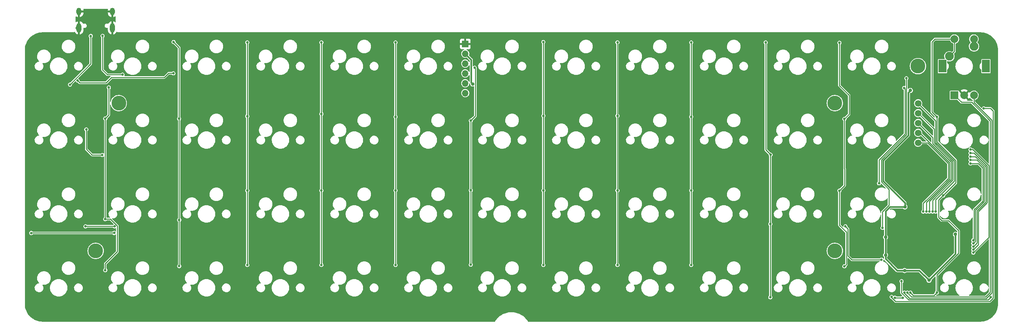
<source format=gtl>
G04 #@! TF.GenerationSoftware,KiCad,Pcbnew,(6.0.1-0)*
G04 #@! TF.CreationDate,2022-06-05T08:42:11-05:00*
G04 #@! TF.ProjectId,pcb,7063622e-6b69-4636-9164-5f7063625858,rev?*
G04 #@! TF.SameCoordinates,Original*
G04 #@! TF.FileFunction,Copper,L1,Top*
G04 #@! TF.FilePolarity,Positive*
%FSLAX46Y46*%
G04 Gerber Fmt 4.6, Leading zero omitted, Abs format (unit mm)*
G04 Created by KiCad (PCBNEW (6.0.1-0)) date 2022-06-05 08:42:11*
%MOMM*%
%LPD*%
G01*
G04 APERTURE LIST*
G04 #@! TA.AperFunction,ComponentPad*
%ADD10R,2.000000X2.000000*%
G04 #@! TD*
G04 #@! TA.AperFunction,ComponentPad*
%ADD11C,2.000000*%
G04 #@! TD*
G04 #@! TA.AperFunction,ComponentPad*
%ADD12R,2.000000X3.200000*%
G04 #@! TD*
G04 #@! TA.AperFunction,ComponentPad*
%ADD13C,3.800000*%
G04 #@! TD*
G04 #@! TA.AperFunction,ComponentPad*
%ADD14C,2.250000*%
G04 #@! TD*
G04 #@! TA.AperFunction,ComponentPad*
%ADD15O,1.700000X1.700000*%
G04 #@! TD*
G04 #@! TA.AperFunction,ComponentPad*
%ADD16R,1.700000X1.700000*%
G04 #@! TD*
G04 #@! TA.AperFunction,SMDPad,CuDef*
%ADD17O,1.300000X2.400000*%
G04 #@! TD*
G04 #@! TA.AperFunction,ComponentPad*
%ADD18O,1.300000X2.400000*%
G04 #@! TD*
G04 #@! TA.AperFunction,ComponentPad*
%ADD19O,1.300000X1.900000*%
G04 #@! TD*
G04 #@! TA.AperFunction,ComponentPad*
%ADD20C,1.700000*%
G04 #@! TD*
G04 #@! TA.AperFunction,ViaPad*
%ADD21C,0.650000*%
G04 #@! TD*
G04 #@! TA.AperFunction,ViaPad*
%ADD22C,0.900000*%
G04 #@! TD*
G04 #@! TA.AperFunction,Conductor*
%ADD23C,0.250000*%
G04 #@! TD*
G04 #@! TA.AperFunction,Conductor*
%ADD24C,0.400000*%
G04 #@! TD*
G04 APERTURE END LIST*
D10*
X317752725Y-60693950D03*
D11*
X322752725Y-60693950D03*
X320252725Y-60693950D03*
D12*
X314652725Y-53193950D03*
X325852725Y-53193950D03*
D11*
X322752725Y-46193950D03*
X317752725Y-46193950D03*
D13*
X286915393Y-62718958D03*
D14*
X316442725Y-50653950D03*
X322792725Y-48113950D03*
D13*
X102368363Y-62718958D03*
X286915393Y-100818990D03*
X96415233Y-100818990D03*
X308346661Y-53193950D03*
D15*
X191665313Y-60143950D03*
X191665313Y-49983950D03*
X191665313Y-55063950D03*
X191665313Y-57603950D03*
X191665313Y-52523950D03*
D16*
X191665313Y-47443950D03*
D17*
X92115217Y-43316450D03*
D18*
X100715217Y-43316450D03*
D19*
X100715217Y-39116450D03*
X92115217Y-39116450D03*
D18*
X92115217Y-43316450D03*
D20*
X308390225Y-67843950D03*
X308390225Y-70383950D03*
X308390225Y-72923950D03*
X308390225Y-65303950D03*
X308390225Y-62763950D03*
D21*
X116449994Y-55034181D03*
X91735725Y-56893950D03*
X101290225Y-94493950D03*
X93790225Y-94493950D03*
D22*
X299990225Y-97293950D03*
X193590225Y-57793950D03*
X306390225Y-59443950D03*
X317990225Y-96543950D03*
X304990225Y-89493950D03*
X299990225Y-101893950D03*
X304890225Y-105893950D03*
X311190225Y-108393950D03*
D21*
X305352525Y-56306250D03*
X299190225Y-94893950D03*
X93990225Y-69493950D03*
X301540225Y-112693950D03*
X98090225Y-76093950D03*
X325290225Y-64093950D03*
X289640225Y-94493950D03*
X304090225Y-108643950D03*
X327090225Y-112793950D03*
X298940225Y-103093950D03*
X101181185Y-96202990D03*
X79805225Y-96208950D03*
X98890225Y-105793950D03*
X98890225Y-66693950D03*
X99790225Y-58693950D03*
X98855225Y-92628950D03*
X117940225Y-104743950D03*
X117905225Y-66741650D03*
X117940225Y-92843950D03*
X116490625Y-46956250D03*
X135490625Y-47056250D03*
X135490625Y-85256250D03*
X135490625Y-104456250D03*
X135490625Y-66094350D03*
X154590625Y-104456250D03*
X154590625Y-47056250D03*
X154590625Y-85256250D03*
X154590625Y-65493550D03*
X173690625Y-66244350D03*
X173690625Y-85256250D03*
X173690625Y-104456250D03*
X173690625Y-47056250D03*
X322590225Y-98093950D03*
X193099994Y-67203719D03*
X193090225Y-85193950D03*
X194090225Y-53593950D03*
X321890225Y-78293950D03*
X193090225Y-104393950D03*
X211790625Y-104456250D03*
X211790625Y-85256250D03*
X211790625Y-65994350D03*
X211790625Y-46956250D03*
X321890225Y-77393950D03*
X322590225Y-98893950D03*
X230890625Y-85256250D03*
X230890625Y-47056250D03*
X322590225Y-99693950D03*
X230890625Y-65994350D03*
X230890625Y-104456250D03*
X321890225Y-76493950D03*
X321890225Y-75593950D03*
X249890625Y-104456250D03*
X249890625Y-47056250D03*
X249890625Y-85256250D03*
X249890625Y-66243550D03*
X322590225Y-100493950D03*
X321890225Y-74693950D03*
X270369745Y-76014430D03*
X269090625Y-47056250D03*
X322590225Y-101273453D03*
X270290225Y-112793950D03*
X270290225Y-93893950D03*
X289390225Y-104793950D03*
X288094615Y-85286581D03*
X288090625Y-47156250D03*
X289390225Y-66793950D03*
X304440225Y-112893950D03*
X302390225Y-112893950D03*
X103340225Y-55393950D03*
X98190225Y-45393950D03*
X95146515Y-45410167D03*
X89790225Y-57943950D03*
X304790225Y-58793950D03*
X298290225Y-83393950D03*
X313190225Y-66243950D03*
X314840225Y-86543950D03*
X306410725Y-111593950D03*
X313190225Y-111593950D03*
X291490225Y-101893950D03*
X305631222Y-111593950D03*
X304851719Y-111593950D03*
X309710722Y-90693950D03*
X310490225Y-90693950D03*
X311290225Y-90693950D03*
X312090225Y-90693950D03*
X312890225Y-90693950D03*
D23*
X91735725Y-56893950D02*
X92335725Y-57493950D01*
X114090225Y-56093950D02*
X115149994Y-55034181D01*
X115149994Y-55034181D02*
X116449994Y-55034181D01*
X92335725Y-57493950D02*
X99090225Y-57493950D01*
X99090225Y-57493950D02*
X100490225Y-56093950D01*
X100490225Y-56093950D02*
X114090225Y-56093950D01*
X93790225Y-94493950D02*
X101290225Y-94493950D01*
D24*
X317990225Y-101593950D02*
X311190225Y-108393950D01*
X299990225Y-90593950D02*
X299990225Y-97293950D01*
X193190225Y-57393950D02*
X193190225Y-51508862D01*
X299990225Y-97293950D02*
X299990225Y-101893950D01*
X299990225Y-101893950D02*
X299990225Y-102893950D01*
X305844745Y-71018940D02*
X299344745Y-77518940D01*
X301090225Y-89493950D02*
X299990225Y-90593950D01*
X304890225Y-105893950D02*
X308690225Y-105893950D01*
X304990225Y-88451162D02*
X304990225Y-89493950D01*
X299344745Y-77518940D02*
X299344745Y-82805682D01*
X193590225Y-57793950D02*
X193190225Y-57393950D01*
X299344745Y-82805682D02*
X304990225Y-88451162D01*
X299990225Y-102893950D02*
X302990225Y-105893950D01*
X301090225Y-89493950D02*
X304990225Y-89493950D01*
X305844745Y-59989430D02*
X305844745Y-71018940D01*
X308690225Y-105893950D02*
X311190225Y-108393950D01*
X317990225Y-96543950D02*
X317990225Y-101593950D01*
X193190225Y-51508862D02*
X191665313Y-49983950D01*
X306390225Y-59443950D02*
X305844745Y-59989430D01*
X302990225Y-105893950D02*
X304890225Y-105893950D01*
D23*
X298890225Y-82993950D02*
X300894745Y-84998470D01*
X298890225Y-77330672D02*
X298890225Y-82993950D01*
X300894745Y-84998470D02*
X300894745Y-89039430D01*
X305390225Y-56343950D02*
X305390225Y-70830672D01*
X299190225Y-90743950D02*
X299190225Y-94893950D01*
X305390225Y-70830672D02*
X298890225Y-77330672D01*
X305352525Y-56306250D02*
X305390225Y-56343950D01*
X300894745Y-89039430D02*
X299190225Y-90743950D01*
X325290225Y-64093950D02*
X327051507Y-64093950D01*
X98090225Y-76093950D02*
X95490225Y-76093950D01*
X301540225Y-112863503D02*
X301540225Y-112693950D01*
X327720866Y-64763309D02*
X327720866Y-112982862D01*
X326850738Y-113852990D02*
X302529712Y-113852990D01*
X302529712Y-113852990D02*
X301540225Y-112863503D01*
X327051507Y-64093950D02*
X327720866Y-64763309D01*
X93990225Y-74593950D02*
X93990225Y-69493950D01*
X327720866Y-112982862D02*
X326850738Y-113852990D01*
X95490225Y-76093950D02*
X93990225Y-74593950D01*
X326369745Y-113473470D02*
X326410705Y-113473470D01*
X305911686Y-113473470D02*
X326369745Y-113473470D01*
X304090225Y-111652009D02*
X305911686Y-113473470D01*
X291290225Y-103093950D02*
X298940225Y-103093950D01*
X290290225Y-102093950D02*
X291290225Y-103093950D01*
X290290225Y-95143950D02*
X290290225Y-102093950D01*
X326410705Y-113473470D02*
X327090225Y-112793950D01*
X304090225Y-108643950D02*
X304090225Y-111652009D01*
X289640225Y-94493950D02*
X290290225Y-95143950D01*
X79820225Y-96193950D02*
X101172145Y-96193950D01*
X79805225Y-96208950D02*
X79820225Y-96193950D01*
X101172145Y-96193950D02*
X101181185Y-96202990D01*
X98890225Y-92593950D02*
X98890225Y-66693950D01*
X98855225Y-92628950D02*
X98890225Y-92593950D01*
X101990225Y-94374397D02*
X100244778Y-92628950D01*
X99790225Y-58693950D02*
X99790225Y-65793950D01*
X100244778Y-92628950D02*
X98855225Y-92628950D01*
X98890225Y-104093950D02*
X98890225Y-105793950D01*
X101990225Y-100993950D02*
X101990225Y-94374397D01*
X99790225Y-65793950D02*
X98890225Y-66693950D01*
X101990225Y-100993950D02*
X98890225Y-104093950D01*
X116490625Y-46956250D02*
X117905225Y-48370850D01*
X117940225Y-92843950D02*
X117940225Y-104743950D01*
X117905225Y-66741650D02*
X117940225Y-66776650D01*
X117940225Y-66776650D02*
X117940225Y-92843950D01*
X117905225Y-48370850D02*
X117905225Y-66741650D01*
X135490625Y-66094350D02*
X135490625Y-85256250D01*
X135490625Y-85256250D02*
X135490625Y-104456250D01*
X135490625Y-47056250D02*
X135490625Y-66094350D01*
X154590625Y-85256250D02*
X154590625Y-104456250D01*
X154590625Y-47056250D02*
X154590625Y-65493550D01*
X154590625Y-65493550D02*
X154590625Y-85256250D01*
X173690625Y-66244350D02*
X173690625Y-85256250D01*
X173690625Y-47056250D02*
X173690625Y-66244350D01*
X173690625Y-85256250D02*
X173690625Y-104456250D01*
X193090225Y-67213488D02*
X193099994Y-67203719D01*
X193090225Y-85193950D02*
X193090225Y-104393950D01*
X194294736Y-53798461D02*
X194294736Y-66008977D01*
X194294736Y-66008977D02*
X193099994Y-67203719D01*
X323890225Y-78293950D02*
X325064226Y-79467951D01*
X193090225Y-85193950D02*
X193090225Y-67213488D01*
X321890225Y-78293950D02*
X323890225Y-78293950D01*
X194090225Y-53593950D02*
X194294736Y-53798461D01*
X322790225Y-90193950D02*
X322790225Y-97893950D01*
X325064226Y-79467951D02*
X325064226Y-87919949D01*
X322790225Y-97893950D02*
X322590225Y-98093950D01*
X325064226Y-87919949D02*
X322790225Y-90193950D01*
X211790625Y-46956250D02*
X211790625Y-65994350D01*
X323169745Y-90351152D02*
X323169745Y-98333983D01*
X325443746Y-79310749D02*
X325443746Y-88077151D01*
X211790625Y-85256250D02*
X211790625Y-104456250D01*
X321890225Y-77393950D02*
X323526947Y-77393950D01*
X325443746Y-88077151D02*
X323169745Y-90351152D01*
X322609778Y-98893950D02*
X322590225Y-98893950D01*
X323526947Y-77393950D02*
X325443746Y-79310749D01*
X211790625Y-65994350D02*
X211790625Y-85256250D01*
X323169745Y-98333983D02*
X322609778Y-98893950D01*
X230890625Y-85256250D02*
X230890625Y-104456250D01*
X321890225Y-76493950D02*
X323163669Y-76493950D01*
X325823266Y-79153547D02*
X325823266Y-88234353D01*
X230890625Y-65994350D02*
X230890625Y-85256250D01*
X323163669Y-76493950D02*
X325823266Y-79153547D01*
X323549265Y-98754463D02*
X322609778Y-99693950D01*
X325823266Y-88234353D02*
X323549265Y-90508354D01*
X230890625Y-47056250D02*
X230890625Y-65994350D01*
X323549265Y-90508354D02*
X323549265Y-98754463D01*
X322609778Y-99693950D02*
X322590225Y-99693950D01*
X326202786Y-78996345D02*
X326202786Y-79293950D01*
X326202786Y-79293950D02*
X326202786Y-88381389D01*
X321890225Y-75593950D02*
X322800391Y-75593950D01*
X322609778Y-100493950D02*
X322590225Y-100493950D01*
X323928785Y-90665556D02*
X323928785Y-99174943D01*
X322800391Y-75593950D02*
X326128785Y-78922344D01*
X249890625Y-85256250D02*
X249890625Y-104456250D01*
X326128785Y-78922344D02*
X326202786Y-78996345D01*
X249890625Y-66243550D02*
X249890625Y-85256250D01*
X249890625Y-47056250D02*
X249890625Y-66243550D01*
X323928785Y-99174943D02*
X322609778Y-100493950D01*
X326128785Y-88465556D02*
X323928785Y-90665556D01*
X326202786Y-88381389D02*
X326190225Y-88393950D01*
X270290225Y-76093950D02*
X270369745Y-76014430D01*
X270290225Y-93893950D02*
X270290225Y-76093950D01*
X322437113Y-74693950D02*
X321890225Y-74693950D01*
X269090625Y-47056250D02*
X269090625Y-74735310D01*
X322590225Y-101273453D02*
X322630275Y-101273453D01*
X326582306Y-78839143D02*
X322437113Y-74693950D01*
X270290225Y-93893950D02*
X270290225Y-112793950D01*
X326582306Y-97321422D02*
X326582306Y-78839143D01*
X322630275Y-101273453D02*
X326582306Y-97321422D01*
X269090625Y-74735310D02*
X270369745Y-76014430D01*
X290590225Y-60693950D02*
X288090625Y-58194350D01*
X289390225Y-66793950D02*
X290590225Y-65593950D01*
X288094615Y-85286581D02*
X289414591Y-83966605D01*
X288094615Y-94189560D02*
X288094615Y-85286581D01*
X289390225Y-79645218D02*
X289414591Y-79669584D01*
X304440225Y-112893950D02*
X302390225Y-112893950D01*
X289390225Y-66793950D02*
X289390225Y-79645218D01*
X289414591Y-83966605D02*
X289414591Y-79669584D01*
X289910705Y-104273470D02*
X289910705Y-96005650D01*
X290590225Y-65593950D02*
X290590225Y-60693950D01*
X288090625Y-58194350D02*
X288090625Y-47156250D01*
X289910705Y-96005650D02*
X288094615Y-94189560D01*
X289390225Y-104793950D02*
X289910705Y-104273470D01*
X98190225Y-45393950D02*
X98190225Y-54143950D01*
X99440225Y-55393950D02*
X103340225Y-55393950D01*
X98190225Y-54143950D02*
X99440225Y-55393950D01*
X95146515Y-52587660D02*
X95146515Y-45410167D01*
X89790225Y-57943950D02*
X95146515Y-52587660D01*
X305010705Y-59014430D02*
X304790225Y-58793950D01*
X298290225Y-77393950D02*
X305010705Y-70673470D01*
X298290225Y-83393950D02*
X298290225Y-77393950D01*
X305010705Y-70673470D02*
X305010705Y-59014430D01*
X317752725Y-49343950D02*
X316442725Y-50653950D01*
X313190225Y-111593950D02*
X313190225Y-107036738D01*
X318790225Y-101436738D02*
X318790225Y-100693950D01*
X311940225Y-46959775D02*
X312706050Y-46193950D01*
X313269745Y-66323470D02*
X313190225Y-66243950D01*
X317752725Y-46193950D02*
X317752725Y-49343950D01*
X318790225Y-95593950D02*
X316190225Y-92993950D01*
X318087825Y-77507940D02*
X313269745Y-72689860D01*
X313269745Y-72689860D02*
X313269745Y-66323470D01*
X312451044Y-112333131D02*
X313190225Y-111593950D01*
X313669728Y-92173453D02*
X313669728Y-87714447D01*
X313190225Y-107036738D02*
X318790225Y-101436738D01*
X318087825Y-83296350D02*
X318087825Y-77507940D01*
X314490225Y-92993950D02*
X313669728Y-92173453D01*
X313669728Y-87714447D02*
X314840225Y-86543950D01*
X307149906Y-112333131D02*
X312451044Y-112333131D01*
X317752725Y-46193950D02*
X312706050Y-46193950D01*
X313190225Y-66243950D02*
X311940225Y-64993950D01*
X314840225Y-86543950D02*
X318087825Y-83296350D01*
X311940225Y-64993950D02*
X311940225Y-46959775D01*
X318790225Y-100693950D02*
X318790225Y-95593950D01*
X316190225Y-92993950D02*
X314490225Y-92993950D01*
X306410725Y-111593950D02*
X307149906Y-112333131D01*
X317752725Y-60693950D02*
X319552725Y-62493950D01*
X305631222Y-111634000D02*
X305631222Y-111593950D01*
X319552725Y-62493950D02*
X322190225Y-62493950D01*
X326961826Y-67265551D02*
X326961826Y-111522349D01*
X325771524Y-112712651D02*
X306709873Y-112712651D01*
X306709873Y-112712651D02*
X305631222Y-111634000D01*
X326961826Y-111522349D02*
X325771524Y-112712651D01*
X322190225Y-62493950D02*
X326961826Y-67265551D01*
X327341346Y-111679551D02*
X325926947Y-113093950D01*
X327341346Y-67108349D02*
X327341346Y-111679551D01*
X325926947Y-113093950D02*
X306190225Y-113093950D01*
X306190225Y-113093950D02*
X304851719Y-111755444D01*
X304851719Y-111755444D02*
X304851719Y-111593950D01*
X322752725Y-62519728D02*
X327341346Y-67108349D01*
X322752725Y-60693950D02*
X322752725Y-62519728D01*
X322792725Y-46233950D02*
X322752725Y-46193950D01*
X322792725Y-48113950D02*
X322792725Y-46233950D01*
X316190225Y-78293950D02*
X310820225Y-72923950D01*
X309710722Y-88563287D02*
X316190225Y-82083784D01*
X309710722Y-90693950D02*
X309710722Y-88563287D01*
X310820225Y-72923950D02*
X308390225Y-72923950D01*
X316190225Y-82083784D02*
X316190225Y-78293950D01*
X316569745Y-78136748D02*
X308816947Y-70383950D01*
X316569745Y-82240986D02*
X316569745Y-78136748D01*
X308816947Y-70383950D02*
X308390225Y-70383950D01*
X310490225Y-90693950D02*
X310490225Y-88320506D01*
X310490225Y-88320506D02*
X316569745Y-82240986D01*
X316949265Y-77979546D02*
X312131185Y-73161466D01*
X311290225Y-90693950D02*
X311290225Y-88057228D01*
X312131185Y-71584910D02*
X308390225Y-67843950D01*
X311290225Y-88057228D02*
X316949265Y-82398188D01*
X316949265Y-82398188D02*
X316949265Y-77979546D01*
X312131185Y-73161466D02*
X312131185Y-71584910D01*
X312510705Y-73004264D02*
X312510705Y-69424430D01*
X317328785Y-77822344D02*
X312510705Y-73004264D01*
X312510705Y-69424430D02*
X308390225Y-65303950D01*
X312090225Y-87793950D02*
X317328785Y-82555390D01*
X312090225Y-90693950D02*
X312090225Y-87793950D01*
X317328785Y-82555390D02*
X317328785Y-77822344D01*
X312890225Y-87593950D02*
X312890225Y-90693950D01*
X317708305Y-82775870D02*
X312890225Y-87593950D01*
X312890225Y-72847062D02*
X317708305Y-77665142D01*
X312890225Y-67263950D02*
X312890225Y-72847062D01*
X317708305Y-77665142D02*
X317708305Y-82775870D01*
X308390225Y-62763950D02*
X312890225Y-67263950D01*
G04 #@! TA.AperFunction,Conductor*
G36*
X99494815Y-38410135D02*
G01*
X99552917Y-38429314D01*
X99588649Y-38478982D01*
X99588899Y-38538493D01*
X99579015Y-38570322D01*
X99577135Y-38579168D01*
X99557559Y-38744574D01*
X99557217Y-38750370D01*
X99557217Y-38846770D01*
X99561339Y-38859455D01*
X99565460Y-38862450D01*
X100870217Y-38862450D01*
X100928408Y-38881357D01*
X100964372Y-38930857D01*
X100969217Y-38961450D01*
X100969217Y-40532179D01*
X100973339Y-40544864D01*
X100973943Y-40545303D01*
X100981091Y-40545819D01*
X101011741Y-40540552D01*
X101020468Y-40538214D01*
X101211626Y-40467692D01*
X101219788Y-40463799D01*
X101394881Y-40359629D01*
X101402206Y-40354308D01*
X101408776Y-40348546D01*
X101464993Y-40324394D01*
X101524670Y-40337899D01*
X101565011Y-40383901D01*
X101573050Y-40422979D01*
X101573050Y-41758847D01*
X101554143Y-41817038D01*
X101504643Y-41853002D01*
X101443457Y-41853002D01*
X101421222Y-41842574D01*
X101247027Y-41732665D01*
X101238974Y-41728562D01*
X101049728Y-41653061D01*
X101041070Y-41650496D01*
X100984596Y-41639262D01*
X100971351Y-41640830D01*
X100971316Y-41640862D01*
X100969217Y-41648906D01*
X100969217Y-44982179D01*
X100973339Y-44994864D01*
X100973943Y-44995303D01*
X100981091Y-44995819D01*
X101011741Y-44990552D01*
X101020468Y-44988214D01*
X101211626Y-44917692D01*
X101219788Y-44913799D01*
X101394881Y-44809629D01*
X101402206Y-44804308D01*
X101555385Y-44669974D01*
X101561611Y-44663413D01*
X101687746Y-44503411D01*
X101692671Y-44495828D01*
X101765675Y-44357071D01*
X101809503Y-44314376D01*
X101870055Y-44305597D01*
X101916095Y-44326641D01*
X101924374Y-44333435D01*
X101928662Y-44335727D01*
X101972368Y-44359088D01*
X102062538Y-44407285D01*
X102067192Y-44408697D01*
X102067195Y-44408698D01*
X102207798Y-44451350D01*
X102207802Y-44451351D01*
X102212454Y-44452762D01*
X102217297Y-44453239D01*
X102351013Y-44466409D01*
X102360153Y-44467912D01*
X102362185Y-44468146D01*
X102367647Y-44469412D01*
X102368363Y-44469413D01*
X102374943Y-44467912D01*
X102380042Y-44466749D01*
X102402059Y-44464270D01*
X212963238Y-44464263D01*
X324386152Y-44464255D01*
X324408339Y-44466773D01*
X324419754Y-44469398D01*
X324430628Y-44466938D01*
X324437635Y-44466950D01*
X324452103Y-44465652D01*
X324471662Y-44466506D01*
X324813444Y-44481429D01*
X324822048Y-44482182D01*
X325208099Y-44533006D01*
X325216605Y-44534506D01*
X325596753Y-44618783D01*
X325605095Y-44621018D01*
X325976462Y-44738110D01*
X325984577Y-44741064D01*
X326344314Y-44890071D01*
X326352142Y-44893721D01*
X326398190Y-44917692D01*
X326697534Y-45073521D01*
X326704995Y-45077828D01*
X327033429Y-45287064D01*
X327040481Y-45292002D01*
X327349409Y-45529050D01*
X327356009Y-45534589D01*
X327643111Y-45797668D01*
X327649203Y-45803760D01*
X327912282Y-46090862D01*
X327917821Y-46097462D01*
X328154869Y-46406390D01*
X328159807Y-46413442D01*
X328369043Y-46741876D01*
X328373350Y-46749337D01*
X328490297Y-46973989D01*
X328553150Y-47094729D01*
X328556800Y-47102557D01*
X328705807Y-47462294D01*
X328708761Y-47470409D01*
X328825853Y-47841776D01*
X328828088Y-47850118D01*
X328912365Y-48230266D01*
X328913865Y-48238772D01*
X328964689Y-48624823D01*
X328965442Y-48633427D01*
X328981196Y-48994247D01*
X328979986Y-49007486D01*
X328979972Y-49015535D01*
X328977473Y-49026401D01*
X328979933Y-49037273D01*
X328979933Y-49037275D01*
X328980175Y-49038342D01*
X328982616Y-49060191D01*
X328982616Y-114477229D01*
X328980098Y-114499416D01*
X328977473Y-114510831D01*
X328979933Y-114521705D01*
X328979921Y-114528712D01*
X328981219Y-114543180D01*
X328965442Y-114904521D01*
X328964689Y-114913125D01*
X328913865Y-115299176D01*
X328912365Y-115307682D01*
X328828088Y-115687830D01*
X328825853Y-115696172D01*
X328708761Y-116067539D01*
X328705807Y-116075654D01*
X328556800Y-116435391D01*
X328553150Y-116443219D01*
X328373350Y-116788611D01*
X328369043Y-116796072D01*
X328159807Y-117124506D01*
X328154869Y-117131558D01*
X327917821Y-117440486D01*
X327912282Y-117447086D01*
X327649203Y-117734188D01*
X327643111Y-117740280D01*
X327356009Y-118003359D01*
X327349409Y-118008898D01*
X327040481Y-118245946D01*
X327033429Y-118250884D01*
X326704995Y-118460120D01*
X326697534Y-118464427D01*
X326475315Y-118580107D01*
X326352142Y-118644227D01*
X326344314Y-118647877D01*
X325984577Y-118796884D01*
X325976462Y-118799838D01*
X325605095Y-118916930D01*
X325596753Y-118919165D01*
X325216605Y-119003442D01*
X325208099Y-119004942D01*
X324822048Y-119055766D01*
X324813444Y-119056519D01*
X324452624Y-119072273D01*
X324439385Y-119071063D01*
X324431336Y-119071049D01*
X324420470Y-119068550D01*
X324409598Y-119071010D01*
X324409596Y-119071010D01*
X324408529Y-119071252D01*
X324386680Y-119073693D01*
X207908942Y-119073693D01*
X207850751Y-119054786D01*
X207825127Y-119027382D01*
X207811021Y-119004942D01*
X207692230Y-118815976D01*
X207439089Y-118479748D01*
X207379812Y-118413441D01*
X207159983Y-118167540D01*
X207159978Y-118167535D01*
X207158588Y-118165980D01*
X206852714Y-117876894D01*
X206523628Y-117614533D01*
X206337106Y-117489937D01*
X206175404Y-117381920D01*
X206175393Y-117381913D01*
X206173659Y-117380755D01*
X205805284Y-117177212D01*
X205421107Y-117005345D01*
X205023846Y-116866369D01*
X204616312Y-116761268D01*
X204614258Y-116760919D01*
X204203438Y-116691132D01*
X204203429Y-116691131D01*
X204201387Y-116690784D01*
X204199315Y-116690609D01*
X204199313Y-116690609D01*
X204089626Y-116681359D01*
X203782007Y-116655418D01*
X203361139Y-116655418D01*
X203053520Y-116681359D01*
X202943833Y-116690609D01*
X202943831Y-116690609D01*
X202941759Y-116690784D01*
X202939717Y-116691131D01*
X202939708Y-116691132D01*
X202528888Y-116760919D01*
X202526834Y-116761268D01*
X202119300Y-116866369D01*
X201722039Y-117005345D01*
X201337862Y-117177212D01*
X200969487Y-117380755D01*
X200967753Y-117381913D01*
X200967742Y-117381920D01*
X200806040Y-117489937D01*
X200619518Y-117614533D01*
X200290432Y-117876894D01*
X199984558Y-118165980D01*
X199983168Y-118167535D01*
X199983163Y-118167540D01*
X199763334Y-118413441D01*
X199704057Y-118479748D01*
X199450916Y-118815976D01*
X199332126Y-119004942D01*
X199318019Y-119027382D01*
X199271042Y-119066584D01*
X199234204Y-119073693D01*
X82756994Y-119073693D01*
X82734807Y-119071175D01*
X82723392Y-119068550D01*
X82712518Y-119071010D01*
X82705511Y-119070998D01*
X82691043Y-119072296D01*
X82665369Y-119071175D01*
X82329702Y-119056519D01*
X82321098Y-119055766D01*
X81935047Y-119004942D01*
X81926541Y-119003442D01*
X81546393Y-118919165D01*
X81538051Y-118916930D01*
X81166684Y-118799838D01*
X81158569Y-118796884D01*
X80798832Y-118647877D01*
X80791004Y-118644227D01*
X80667831Y-118580107D01*
X80445612Y-118464427D01*
X80438151Y-118460120D01*
X80109717Y-118250884D01*
X80102665Y-118245946D01*
X79793737Y-118008898D01*
X79787137Y-118003359D01*
X79500035Y-117740280D01*
X79493943Y-117734188D01*
X79230864Y-117447086D01*
X79225325Y-117440486D01*
X78988277Y-117131558D01*
X78983339Y-117124506D01*
X78774103Y-116796072D01*
X78769796Y-116788611D01*
X78589996Y-116443219D01*
X78586346Y-116435391D01*
X78437339Y-116075654D01*
X78434385Y-116067539D01*
X78317293Y-115696172D01*
X78315058Y-115687830D01*
X78230781Y-115307682D01*
X78229281Y-115299176D01*
X78178457Y-114913125D01*
X78177704Y-114904522D01*
X78161961Y-114543965D01*
X78163900Y-114522958D01*
X78163764Y-114522942D01*
X78164406Y-114517367D01*
X78165672Y-114511905D01*
X78165673Y-114511189D01*
X78163009Y-114499510D01*
X78160530Y-114477493D01*
X78160530Y-110288719D01*
X80680955Y-110288719D01*
X80690884Y-110503256D01*
X80703609Y-110556056D01*
X80736267Y-110691562D01*
X80741203Y-110712044D01*
X80830094Y-110907550D01*
X80954351Y-111082720D01*
X81109490Y-111231234D01*
X81289914Y-111347732D01*
X81294275Y-111349490D01*
X81294276Y-111349490D01*
X81484749Y-111426253D01*
X81484752Y-111426254D01*
X81489112Y-111428011D01*
X81493725Y-111428912D01*
X81493729Y-111428913D01*
X81696401Y-111468492D01*
X81696408Y-111468493D01*
X81699896Y-111469174D01*
X81705539Y-111469450D01*
X81863889Y-111469450D01*
X81961924Y-111460097D01*
X82019327Y-111454620D01*
X82019330Y-111454620D01*
X82024020Y-111454172D01*
X82230101Y-111393715D01*
X82421032Y-111295379D01*
X82577721Y-111172298D01*
X82586220Y-111165622D01*
X82586221Y-111165621D01*
X82589923Y-111162713D01*
X82593008Y-111159158D01*
X82593011Y-111159155D01*
X82727591Y-111004064D01*
X82727592Y-111004063D01*
X82730680Y-111000504D01*
X82741149Y-110982409D01*
X82835868Y-110818681D01*
X82838226Y-110814605D01*
X82908678Y-110611724D01*
X82939495Y-110399181D01*
X82939119Y-110391058D01*
X84641295Y-110391058D01*
X84667281Y-110688080D01*
X84673659Y-110716613D01*
X84717198Y-110911393D01*
X84732322Y-110979055D01*
X84835275Y-111258873D01*
X84875376Y-111334931D01*
X84972803Y-111519719D01*
X84972807Y-111519726D01*
X84974331Y-111522616D01*
X85147047Y-111765651D01*
X85350389Y-111983709D01*
X85352925Y-111985792D01*
X85352926Y-111985793D01*
X85578245Y-112170873D01*
X85578250Y-112170877D01*
X85580784Y-112172958D01*
X85687101Y-112238877D01*
X85760503Y-112284388D01*
X85834185Y-112330073D01*
X85837182Y-112331420D01*
X85837186Y-112331422D01*
X85919119Y-112368244D01*
X86106139Y-112452294D01*
X86391869Y-112537473D01*
X86395110Y-112537986D01*
X86395113Y-112537987D01*
X86468076Y-112549543D01*
X86686354Y-112584115D01*
X86757114Y-112587328D01*
X86778509Y-112588300D01*
X86778515Y-112588300D01*
X86779613Y-112588350D01*
X86965850Y-112588350D01*
X87187726Y-112573613D01*
X87379566Y-112534931D01*
X87476772Y-112515331D01*
X87476777Y-112515330D01*
X87479999Y-112514680D01*
X87522739Y-112499963D01*
X87758799Y-112418682D01*
X87758805Y-112418679D01*
X87761911Y-112417610D01*
X87774994Y-112411059D01*
X87894797Y-112351066D01*
X88028509Y-112284108D01*
X88275108Y-112116520D01*
X88289736Y-112103441D01*
X88494926Y-111919980D01*
X88494929Y-111919976D01*
X88497376Y-111917789D01*
X88543380Y-111864116D01*
X88652222Y-111737127D01*
X88691409Y-111691407D01*
X88853796Y-111441353D01*
X88859999Y-111428291D01*
X88980279Y-111174981D01*
X88981686Y-111172018D01*
X89072831Y-110888135D01*
X89123402Y-110607067D01*
X89125046Y-110597932D01*
X89125046Y-110597930D01*
X89125629Y-110594691D01*
X89139155Y-110296842D01*
X89138444Y-110288719D01*
X90840955Y-110288719D01*
X90850884Y-110503256D01*
X90863609Y-110556056D01*
X90896267Y-110691562D01*
X90901203Y-110712044D01*
X90990094Y-110907550D01*
X91114351Y-111082720D01*
X91269490Y-111231234D01*
X91449914Y-111347732D01*
X91454275Y-111349490D01*
X91454276Y-111349490D01*
X91644749Y-111426253D01*
X91644752Y-111426254D01*
X91649112Y-111428011D01*
X91653725Y-111428912D01*
X91653729Y-111428913D01*
X91856401Y-111468492D01*
X91856408Y-111468493D01*
X91859896Y-111469174D01*
X91865539Y-111469450D01*
X92023889Y-111469450D01*
X92121924Y-111460097D01*
X92179327Y-111454620D01*
X92179330Y-111454620D01*
X92184020Y-111454172D01*
X92390101Y-111393715D01*
X92581032Y-111295379D01*
X92737721Y-111172298D01*
X92746220Y-111165622D01*
X92746221Y-111165621D01*
X92749923Y-111162713D01*
X92753008Y-111159158D01*
X92753011Y-111159155D01*
X92887591Y-111004064D01*
X92887592Y-111004063D01*
X92890680Y-111000504D01*
X92901149Y-110982409D01*
X92995868Y-110818681D01*
X92998226Y-110814605D01*
X93068678Y-110611724D01*
X93099495Y-110399181D01*
X93094383Y-110288719D01*
X99730955Y-110288719D01*
X99740884Y-110503256D01*
X99753609Y-110556056D01*
X99786267Y-110691562D01*
X99791203Y-110712044D01*
X99880094Y-110907550D01*
X100004351Y-111082720D01*
X100159490Y-111231234D01*
X100339914Y-111347732D01*
X100344275Y-111349490D01*
X100344276Y-111349490D01*
X100534749Y-111426253D01*
X100534752Y-111426254D01*
X100539112Y-111428011D01*
X100543725Y-111428912D01*
X100543729Y-111428913D01*
X100746401Y-111468492D01*
X100746408Y-111468493D01*
X100749896Y-111469174D01*
X100755539Y-111469450D01*
X100913889Y-111469450D01*
X101011924Y-111460097D01*
X101069327Y-111454620D01*
X101069330Y-111454620D01*
X101074020Y-111454172D01*
X101280101Y-111393715D01*
X101471032Y-111295379D01*
X101627721Y-111172298D01*
X101636220Y-111165622D01*
X101636221Y-111165621D01*
X101639923Y-111162713D01*
X101643008Y-111159158D01*
X101643011Y-111159155D01*
X101777591Y-111004064D01*
X101777592Y-111004063D01*
X101780680Y-111000504D01*
X101791149Y-110982409D01*
X101885868Y-110818681D01*
X101888226Y-110814605D01*
X101958678Y-110611724D01*
X101989495Y-110399181D01*
X101989119Y-110391058D01*
X103691295Y-110391058D01*
X103717281Y-110688080D01*
X103723659Y-110716613D01*
X103767198Y-110911393D01*
X103782322Y-110979055D01*
X103885275Y-111258873D01*
X103925376Y-111334931D01*
X104022803Y-111519719D01*
X104022807Y-111519726D01*
X104024331Y-111522616D01*
X104197047Y-111765651D01*
X104400389Y-111983709D01*
X104402925Y-111985792D01*
X104402926Y-111985793D01*
X104628245Y-112170873D01*
X104628250Y-112170877D01*
X104630784Y-112172958D01*
X104737101Y-112238877D01*
X104810503Y-112284388D01*
X104884185Y-112330073D01*
X104887182Y-112331420D01*
X104887186Y-112331422D01*
X104969119Y-112368244D01*
X105156139Y-112452294D01*
X105441869Y-112537473D01*
X105445110Y-112537986D01*
X105445113Y-112537987D01*
X105518076Y-112549543D01*
X105736354Y-112584115D01*
X105807114Y-112587328D01*
X105828509Y-112588300D01*
X105828515Y-112588300D01*
X105829613Y-112588350D01*
X106015850Y-112588350D01*
X106237726Y-112573613D01*
X106429566Y-112534931D01*
X106526772Y-112515331D01*
X106526777Y-112515330D01*
X106529999Y-112514680D01*
X106572739Y-112499963D01*
X106808799Y-112418682D01*
X106808805Y-112418679D01*
X106811911Y-112417610D01*
X106824994Y-112411059D01*
X106944797Y-112351066D01*
X107078509Y-112284108D01*
X107325108Y-112116520D01*
X107339736Y-112103441D01*
X107544926Y-111919980D01*
X107544929Y-111919976D01*
X107547376Y-111917789D01*
X107593380Y-111864116D01*
X107702222Y-111737127D01*
X107741409Y-111691407D01*
X107903796Y-111441353D01*
X107909999Y-111428291D01*
X108030279Y-111174981D01*
X108031686Y-111172018D01*
X108122831Y-110888135D01*
X108173402Y-110607067D01*
X108175046Y-110597932D01*
X108175046Y-110597930D01*
X108175629Y-110594691D01*
X108189155Y-110296842D01*
X108188444Y-110288719D01*
X109890955Y-110288719D01*
X109900884Y-110503256D01*
X109913609Y-110556056D01*
X109946267Y-110691562D01*
X109951203Y-110712044D01*
X110040094Y-110907550D01*
X110164351Y-111082720D01*
X110319490Y-111231234D01*
X110499914Y-111347732D01*
X110504275Y-111349490D01*
X110504276Y-111349490D01*
X110694749Y-111426253D01*
X110694752Y-111426254D01*
X110699112Y-111428011D01*
X110703725Y-111428912D01*
X110703729Y-111428913D01*
X110906401Y-111468492D01*
X110906408Y-111468493D01*
X110909896Y-111469174D01*
X110915539Y-111469450D01*
X111073889Y-111469450D01*
X111171924Y-111460097D01*
X111229327Y-111454620D01*
X111229330Y-111454620D01*
X111234020Y-111454172D01*
X111440101Y-111393715D01*
X111631032Y-111295379D01*
X111787721Y-111172298D01*
X111796220Y-111165622D01*
X111796221Y-111165621D01*
X111799923Y-111162713D01*
X111803008Y-111159158D01*
X111803011Y-111159155D01*
X111937591Y-111004064D01*
X111937592Y-111004063D01*
X111940680Y-111000504D01*
X111951149Y-110982409D01*
X112045868Y-110818681D01*
X112048226Y-110814605D01*
X112118678Y-110611724D01*
X112149495Y-110399181D01*
X112144383Y-110288719D01*
X118780955Y-110288719D01*
X118790884Y-110503256D01*
X118803609Y-110556056D01*
X118836267Y-110691562D01*
X118841203Y-110712044D01*
X118930094Y-110907550D01*
X119054351Y-111082720D01*
X119209490Y-111231234D01*
X119389914Y-111347732D01*
X119394275Y-111349490D01*
X119394276Y-111349490D01*
X119584749Y-111426253D01*
X119584752Y-111426254D01*
X119589112Y-111428011D01*
X119593725Y-111428912D01*
X119593729Y-111428913D01*
X119796401Y-111468492D01*
X119796408Y-111468493D01*
X119799896Y-111469174D01*
X119805539Y-111469450D01*
X119963889Y-111469450D01*
X120061924Y-111460097D01*
X120119327Y-111454620D01*
X120119330Y-111454620D01*
X120124020Y-111454172D01*
X120330101Y-111393715D01*
X120521032Y-111295379D01*
X120677721Y-111172298D01*
X120686220Y-111165622D01*
X120686221Y-111165621D01*
X120689923Y-111162713D01*
X120693008Y-111159158D01*
X120693011Y-111159155D01*
X120827591Y-111004064D01*
X120827592Y-111004063D01*
X120830680Y-111000504D01*
X120841149Y-110982409D01*
X120935868Y-110818681D01*
X120938226Y-110814605D01*
X121008678Y-110611724D01*
X121039495Y-110399181D01*
X121039119Y-110391058D01*
X122741295Y-110391058D01*
X122767281Y-110688080D01*
X122773659Y-110716613D01*
X122817198Y-110911393D01*
X122832322Y-110979055D01*
X122935275Y-111258873D01*
X122975376Y-111334931D01*
X123072803Y-111519719D01*
X123072807Y-111519726D01*
X123074331Y-111522616D01*
X123247047Y-111765651D01*
X123450389Y-111983709D01*
X123452925Y-111985792D01*
X123452926Y-111985793D01*
X123678245Y-112170873D01*
X123678250Y-112170877D01*
X123680784Y-112172958D01*
X123787101Y-112238877D01*
X123860503Y-112284388D01*
X123934185Y-112330073D01*
X123937182Y-112331420D01*
X123937186Y-112331422D01*
X124019119Y-112368244D01*
X124206139Y-112452294D01*
X124491869Y-112537473D01*
X124495110Y-112537986D01*
X124495113Y-112537987D01*
X124568076Y-112549543D01*
X124786354Y-112584115D01*
X124857114Y-112587328D01*
X124878509Y-112588300D01*
X124878515Y-112588300D01*
X124879613Y-112588350D01*
X125065850Y-112588350D01*
X125287726Y-112573613D01*
X125479566Y-112534931D01*
X125576772Y-112515331D01*
X125576777Y-112515330D01*
X125579999Y-112514680D01*
X125622739Y-112499963D01*
X125858799Y-112418682D01*
X125858805Y-112418679D01*
X125861911Y-112417610D01*
X125874994Y-112411059D01*
X125994797Y-112351066D01*
X126128509Y-112284108D01*
X126375108Y-112116520D01*
X126389736Y-112103441D01*
X126594926Y-111919980D01*
X126594929Y-111919976D01*
X126597376Y-111917789D01*
X126643380Y-111864116D01*
X126752222Y-111737127D01*
X126791409Y-111691407D01*
X126953796Y-111441353D01*
X126959999Y-111428291D01*
X127080279Y-111174981D01*
X127081686Y-111172018D01*
X127172831Y-110888135D01*
X127223402Y-110607067D01*
X127225046Y-110597932D01*
X127225046Y-110597930D01*
X127225629Y-110594691D01*
X127239155Y-110296842D01*
X127238444Y-110288719D01*
X128940955Y-110288719D01*
X128950884Y-110503256D01*
X128963609Y-110556056D01*
X128996267Y-110691562D01*
X129001203Y-110712044D01*
X129090094Y-110907550D01*
X129214351Y-111082720D01*
X129369490Y-111231234D01*
X129549914Y-111347732D01*
X129554275Y-111349490D01*
X129554276Y-111349490D01*
X129744749Y-111426253D01*
X129744752Y-111426254D01*
X129749112Y-111428011D01*
X129753725Y-111428912D01*
X129753729Y-111428913D01*
X129956401Y-111468492D01*
X129956408Y-111468493D01*
X129959896Y-111469174D01*
X129965539Y-111469450D01*
X130123889Y-111469450D01*
X130221924Y-111460097D01*
X130279327Y-111454620D01*
X130279330Y-111454620D01*
X130284020Y-111454172D01*
X130490101Y-111393715D01*
X130681032Y-111295379D01*
X130837721Y-111172298D01*
X130846220Y-111165622D01*
X130846221Y-111165621D01*
X130849923Y-111162713D01*
X130853008Y-111159158D01*
X130853011Y-111159155D01*
X130987591Y-111004064D01*
X130987592Y-111004063D01*
X130990680Y-111000504D01*
X131001149Y-110982409D01*
X131095868Y-110818681D01*
X131098226Y-110814605D01*
X131168678Y-110611724D01*
X131199495Y-110399181D01*
X131194383Y-110288719D01*
X137830955Y-110288719D01*
X137840884Y-110503256D01*
X137853609Y-110556056D01*
X137886267Y-110691562D01*
X137891203Y-110712044D01*
X137980094Y-110907550D01*
X138104351Y-111082720D01*
X138259490Y-111231234D01*
X138439914Y-111347732D01*
X138444275Y-111349490D01*
X138444276Y-111349490D01*
X138634749Y-111426253D01*
X138634752Y-111426254D01*
X138639112Y-111428011D01*
X138643725Y-111428912D01*
X138643729Y-111428913D01*
X138846401Y-111468492D01*
X138846408Y-111468493D01*
X138849896Y-111469174D01*
X138855539Y-111469450D01*
X139013889Y-111469450D01*
X139111924Y-111460097D01*
X139169327Y-111454620D01*
X139169330Y-111454620D01*
X139174020Y-111454172D01*
X139380101Y-111393715D01*
X139571032Y-111295379D01*
X139727721Y-111172298D01*
X139736220Y-111165622D01*
X139736221Y-111165621D01*
X139739923Y-111162713D01*
X139743008Y-111159158D01*
X139743011Y-111159155D01*
X139877591Y-111004064D01*
X139877592Y-111004063D01*
X139880680Y-111000504D01*
X139891149Y-110982409D01*
X139985868Y-110818681D01*
X139988226Y-110814605D01*
X140058678Y-110611724D01*
X140089495Y-110399181D01*
X140089119Y-110391058D01*
X141791295Y-110391058D01*
X141817281Y-110688080D01*
X141823659Y-110716613D01*
X141867198Y-110911393D01*
X141882322Y-110979055D01*
X141985275Y-111258873D01*
X142025376Y-111334931D01*
X142122803Y-111519719D01*
X142122807Y-111519726D01*
X142124331Y-111522616D01*
X142297047Y-111765651D01*
X142500389Y-111983709D01*
X142502925Y-111985792D01*
X142502926Y-111985793D01*
X142728245Y-112170873D01*
X142728250Y-112170877D01*
X142730784Y-112172958D01*
X142837101Y-112238877D01*
X142910503Y-112284388D01*
X142984185Y-112330073D01*
X142987182Y-112331420D01*
X142987186Y-112331422D01*
X143069119Y-112368244D01*
X143256139Y-112452294D01*
X143541869Y-112537473D01*
X143545110Y-112537986D01*
X143545113Y-112537987D01*
X143618076Y-112549543D01*
X143836354Y-112584115D01*
X143907114Y-112587328D01*
X143928509Y-112588300D01*
X143928515Y-112588300D01*
X143929613Y-112588350D01*
X144115850Y-112588350D01*
X144337726Y-112573613D01*
X144529566Y-112534931D01*
X144626772Y-112515331D01*
X144626777Y-112515330D01*
X144629999Y-112514680D01*
X144672739Y-112499963D01*
X144908799Y-112418682D01*
X144908805Y-112418679D01*
X144911911Y-112417610D01*
X144924994Y-112411059D01*
X145044797Y-112351066D01*
X145178509Y-112284108D01*
X145425108Y-112116520D01*
X145439736Y-112103441D01*
X145644926Y-111919980D01*
X145644929Y-111919976D01*
X145647376Y-111917789D01*
X145693380Y-111864116D01*
X145802222Y-111737127D01*
X145841409Y-111691407D01*
X146003796Y-111441353D01*
X146009999Y-111428291D01*
X146130279Y-111174981D01*
X146131686Y-111172018D01*
X146222831Y-110888135D01*
X146273402Y-110607067D01*
X146275046Y-110597932D01*
X146275046Y-110597930D01*
X146275629Y-110594691D01*
X146289155Y-110296842D01*
X146288444Y-110288719D01*
X147990955Y-110288719D01*
X148000884Y-110503256D01*
X148013609Y-110556056D01*
X148046267Y-110691562D01*
X148051203Y-110712044D01*
X148140094Y-110907550D01*
X148264351Y-111082720D01*
X148419490Y-111231234D01*
X148599914Y-111347732D01*
X148604275Y-111349490D01*
X148604276Y-111349490D01*
X148794749Y-111426253D01*
X148794752Y-111426254D01*
X148799112Y-111428011D01*
X148803725Y-111428912D01*
X148803729Y-111428913D01*
X149006401Y-111468492D01*
X149006408Y-111468493D01*
X149009896Y-111469174D01*
X149015539Y-111469450D01*
X149173889Y-111469450D01*
X149271924Y-111460097D01*
X149329327Y-111454620D01*
X149329330Y-111454620D01*
X149334020Y-111454172D01*
X149540101Y-111393715D01*
X149731032Y-111295379D01*
X149887721Y-111172298D01*
X149896220Y-111165622D01*
X149896221Y-111165621D01*
X149899923Y-111162713D01*
X149903008Y-111159158D01*
X149903011Y-111159155D01*
X150037591Y-111004064D01*
X150037592Y-111004063D01*
X150040680Y-111000504D01*
X150051149Y-110982409D01*
X150145868Y-110818681D01*
X150148226Y-110814605D01*
X150218678Y-110611724D01*
X150249495Y-110399181D01*
X150244383Y-110288719D01*
X156880955Y-110288719D01*
X156890884Y-110503256D01*
X156903609Y-110556056D01*
X156936267Y-110691562D01*
X156941203Y-110712044D01*
X157030094Y-110907550D01*
X157154351Y-111082720D01*
X157309490Y-111231234D01*
X157489914Y-111347732D01*
X157494275Y-111349490D01*
X157494276Y-111349490D01*
X157684749Y-111426253D01*
X157684752Y-111426254D01*
X157689112Y-111428011D01*
X157693725Y-111428912D01*
X157693729Y-111428913D01*
X157896401Y-111468492D01*
X157896408Y-111468493D01*
X157899896Y-111469174D01*
X157905539Y-111469450D01*
X158063889Y-111469450D01*
X158161924Y-111460097D01*
X158219327Y-111454620D01*
X158219330Y-111454620D01*
X158224020Y-111454172D01*
X158430101Y-111393715D01*
X158621032Y-111295379D01*
X158777721Y-111172298D01*
X158786220Y-111165622D01*
X158786221Y-111165621D01*
X158789923Y-111162713D01*
X158793008Y-111159158D01*
X158793011Y-111159155D01*
X158927591Y-111004064D01*
X158927592Y-111004063D01*
X158930680Y-111000504D01*
X158941149Y-110982409D01*
X159035868Y-110818681D01*
X159038226Y-110814605D01*
X159108678Y-110611724D01*
X159139495Y-110399181D01*
X159139119Y-110391058D01*
X160841295Y-110391058D01*
X160867281Y-110688080D01*
X160873659Y-110716613D01*
X160917198Y-110911393D01*
X160932322Y-110979055D01*
X161035275Y-111258873D01*
X161075376Y-111334931D01*
X161172803Y-111519719D01*
X161172807Y-111519726D01*
X161174331Y-111522616D01*
X161347047Y-111765651D01*
X161550389Y-111983709D01*
X161552925Y-111985792D01*
X161552926Y-111985793D01*
X161778245Y-112170873D01*
X161778250Y-112170877D01*
X161780784Y-112172958D01*
X161887101Y-112238877D01*
X161960503Y-112284388D01*
X162034185Y-112330073D01*
X162037182Y-112331420D01*
X162037186Y-112331422D01*
X162119119Y-112368244D01*
X162306139Y-112452294D01*
X162591869Y-112537473D01*
X162595110Y-112537986D01*
X162595113Y-112537987D01*
X162668076Y-112549543D01*
X162886354Y-112584115D01*
X162957114Y-112587328D01*
X162978509Y-112588300D01*
X162978515Y-112588300D01*
X162979613Y-112588350D01*
X163165850Y-112588350D01*
X163387726Y-112573613D01*
X163579566Y-112534931D01*
X163676772Y-112515331D01*
X163676777Y-112515330D01*
X163679999Y-112514680D01*
X163722739Y-112499963D01*
X163958799Y-112418682D01*
X163958805Y-112418679D01*
X163961911Y-112417610D01*
X163974994Y-112411059D01*
X164094797Y-112351066D01*
X164228509Y-112284108D01*
X164475108Y-112116520D01*
X164489736Y-112103441D01*
X164694926Y-111919980D01*
X164694929Y-111919976D01*
X164697376Y-111917789D01*
X164743380Y-111864116D01*
X164852222Y-111737127D01*
X164891409Y-111691407D01*
X165053796Y-111441353D01*
X165059999Y-111428291D01*
X165180279Y-111174981D01*
X165181686Y-111172018D01*
X165272831Y-110888135D01*
X165323402Y-110607067D01*
X165325046Y-110597932D01*
X165325046Y-110597930D01*
X165325629Y-110594691D01*
X165339155Y-110296842D01*
X165338444Y-110288719D01*
X167040955Y-110288719D01*
X167050884Y-110503256D01*
X167063609Y-110556056D01*
X167096267Y-110691562D01*
X167101203Y-110712044D01*
X167190094Y-110907550D01*
X167314351Y-111082720D01*
X167469490Y-111231234D01*
X167649914Y-111347732D01*
X167654275Y-111349490D01*
X167654276Y-111349490D01*
X167844749Y-111426253D01*
X167844752Y-111426254D01*
X167849112Y-111428011D01*
X167853725Y-111428912D01*
X167853729Y-111428913D01*
X168056401Y-111468492D01*
X168056408Y-111468493D01*
X168059896Y-111469174D01*
X168065539Y-111469450D01*
X168223889Y-111469450D01*
X168321924Y-111460097D01*
X168379327Y-111454620D01*
X168379330Y-111454620D01*
X168384020Y-111454172D01*
X168590101Y-111393715D01*
X168781032Y-111295379D01*
X168937721Y-111172298D01*
X168946220Y-111165622D01*
X168946221Y-111165621D01*
X168949923Y-111162713D01*
X168953008Y-111159158D01*
X168953011Y-111159155D01*
X169087591Y-111004064D01*
X169087592Y-111004063D01*
X169090680Y-111000504D01*
X169101149Y-110982409D01*
X169195868Y-110818681D01*
X169198226Y-110814605D01*
X169268678Y-110611724D01*
X169299495Y-110399181D01*
X169294383Y-110288719D01*
X175930955Y-110288719D01*
X175940884Y-110503256D01*
X175953609Y-110556056D01*
X175986267Y-110691562D01*
X175991203Y-110712044D01*
X176080094Y-110907550D01*
X176204351Y-111082720D01*
X176359490Y-111231234D01*
X176539914Y-111347732D01*
X176544275Y-111349490D01*
X176544276Y-111349490D01*
X176734749Y-111426253D01*
X176734752Y-111426254D01*
X176739112Y-111428011D01*
X176743725Y-111428912D01*
X176743729Y-111428913D01*
X176946401Y-111468492D01*
X176946408Y-111468493D01*
X176949896Y-111469174D01*
X176955539Y-111469450D01*
X177113889Y-111469450D01*
X177211924Y-111460097D01*
X177269327Y-111454620D01*
X177269330Y-111454620D01*
X177274020Y-111454172D01*
X177480101Y-111393715D01*
X177671032Y-111295379D01*
X177827721Y-111172298D01*
X177836220Y-111165622D01*
X177836221Y-111165621D01*
X177839923Y-111162713D01*
X177843008Y-111159158D01*
X177843011Y-111159155D01*
X177977591Y-111004064D01*
X177977592Y-111004063D01*
X177980680Y-111000504D01*
X177991149Y-110982409D01*
X178085868Y-110818681D01*
X178088226Y-110814605D01*
X178158678Y-110611724D01*
X178189495Y-110399181D01*
X178189119Y-110391058D01*
X179891295Y-110391058D01*
X179917281Y-110688080D01*
X179923659Y-110716613D01*
X179967198Y-110911393D01*
X179982322Y-110979055D01*
X180085275Y-111258873D01*
X180125376Y-111334931D01*
X180222803Y-111519719D01*
X180222807Y-111519726D01*
X180224331Y-111522616D01*
X180397047Y-111765651D01*
X180600389Y-111983709D01*
X180602925Y-111985792D01*
X180602926Y-111985793D01*
X180828245Y-112170873D01*
X180828250Y-112170877D01*
X180830784Y-112172958D01*
X180937101Y-112238877D01*
X181010503Y-112284388D01*
X181084185Y-112330073D01*
X181087182Y-112331420D01*
X181087186Y-112331422D01*
X181169119Y-112368244D01*
X181356139Y-112452294D01*
X181641869Y-112537473D01*
X181645110Y-112537986D01*
X181645113Y-112537987D01*
X181718076Y-112549543D01*
X181936354Y-112584115D01*
X182007114Y-112587328D01*
X182028509Y-112588300D01*
X182028515Y-112588300D01*
X182029613Y-112588350D01*
X182215850Y-112588350D01*
X182437726Y-112573613D01*
X182629566Y-112534931D01*
X182726772Y-112515331D01*
X182726777Y-112515330D01*
X182729999Y-112514680D01*
X182772739Y-112499963D01*
X183008799Y-112418682D01*
X183008805Y-112418679D01*
X183011911Y-112417610D01*
X183024994Y-112411059D01*
X183144797Y-112351066D01*
X183278509Y-112284108D01*
X183525108Y-112116520D01*
X183539736Y-112103441D01*
X183744926Y-111919980D01*
X183744929Y-111919976D01*
X183747376Y-111917789D01*
X183793380Y-111864116D01*
X183902222Y-111737127D01*
X183941409Y-111691407D01*
X184103796Y-111441353D01*
X184109999Y-111428291D01*
X184230279Y-111174981D01*
X184231686Y-111172018D01*
X184322831Y-110888135D01*
X184373402Y-110607067D01*
X184375046Y-110597932D01*
X184375046Y-110597930D01*
X184375629Y-110594691D01*
X184389155Y-110296842D01*
X184388444Y-110288719D01*
X186090955Y-110288719D01*
X186100884Y-110503256D01*
X186113609Y-110556056D01*
X186146267Y-110691562D01*
X186151203Y-110712044D01*
X186240094Y-110907550D01*
X186364351Y-111082720D01*
X186519490Y-111231234D01*
X186699914Y-111347732D01*
X186704275Y-111349490D01*
X186704276Y-111349490D01*
X186894749Y-111426253D01*
X186894752Y-111426254D01*
X186899112Y-111428011D01*
X186903725Y-111428912D01*
X186903729Y-111428913D01*
X187106401Y-111468492D01*
X187106408Y-111468493D01*
X187109896Y-111469174D01*
X187115539Y-111469450D01*
X187273889Y-111469450D01*
X187371924Y-111460097D01*
X187429327Y-111454620D01*
X187429330Y-111454620D01*
X187434020Y-111454172D01*
X187640101Y-111393715D01*
X187831032Y-111295379D01*
X187987721Y-111172298D01*
X187996220Y-111165622D01*
X187996221Y-111165621D01*
X187999923Y-111162713D01*
X188003008Y-111159158D01*
X188003011Y-111159155D01*
X188137591Y-111004064D01*
X188137592Y-111004063D01*
X188140680Y-111000504D01*
X188151149Y-110982409D01*
X188245868Y-110818681D01*
X188248226Y-110814605D01*
X188318678Y-110611724D01*
X188349495Y-110399181D01*
X188344383Y-110288719D01*
X194980955Y-110288719D01*
X194990884Y-110503256D01*
X195003609Y-110556056D01*
X195036267Y-110691562D01*
X195041203Y-110712044D01*
X195130094Y-110907550D01*
X195254351Y-111082720D01*
X195409490Y-111231234D01*
X195589914Y-111347732D01*
X195594275Y-111349490D01*
X195594276Y-111349490D01*
X195784749Y-111426253D01*
X195784752Y-111426254D01*
X195789112Y-111428011D01*
X195793725Y-111428912D01*
X195793729Y-111428913D01*
X195996401Y-111468492D01*
X195996408Y-111468493D01*
X195999896Y-111469174D01*
X196005539Y-111469450D01*
X196163889Y-111469450D01*
X196261924Y-111460097D01*
X196319327Y-111454620D01*
X196319330Y-111454620D01*
X196324020Y-111454172D01*
X196530101Y-111393715D01*
X196721032Y-111295379D01*
X196877721Y-111172298D01*
X196886220Y-111165622D01*
X196886221Y-111165621D01*
X196889923Y-111162713D01*
X196893008Y-111159158D01*
X196893011Y-111159155D01*
X197027591Y-111004064D01*
X197027592Y-111004063D01*
X197030680Y-111000504D01*
X197041149Y-110982409D01*
X197135868Y-110818681D01*
X197138226Y-110814605D01*
X197208678Y-110611724D01*
X197239495Y-110399181D01*
X197239119Y-110391058D01*
X198941295Y-110391058D01*
X198967281Y-110688080D01*
X198973659Y-110716613D01*
X199017198Y-110911393D01*
X199032322Y-110979055D01*
X199135275Y-111258873D01*
X199175376Y-111334931D01*
X199272803Y-111519719D01*
X199272807Y-111519726D01*
X199274331Y-111522616D01*
X199447047Y-111765651D01*
X199650389Y-111983709D01*
X199652925Y-111985792D01*
X199652926Y-111985793D01*
X199878245Y-112170873D01*
X199878250Y-112170877D01*
X199880784Y-112172958D01*
X199987101Y-112238877D01*
X200060503Y-112284388D01*
X200134185Y-112330073D01*
X200137182Y-112331420D01*
X200137186Y-112331422D01*
X200219119Y-112368244D01*
X200406139Y-112452294D01*
X200691869Y-112537473D01*
X200695110Y-112537986D01*
X200695113Y-112537987D01*
X200768076Y-112549543D01*
X200986354Y-112584115D01*
X201057114Y-112587328D01*
X201078509Y-112588300D01*
X201078515Y-112588300D01*
X201079613Y-112588350D01*
X201265850Y-112588350D01*
X201487726Y-112573613D01*
X201679566Y-112534931D01*
X201776772Y-112515331D01*
X201776777Y-112515330D01*
X201779999Y-112514680D01*
X201822739Y-112499963D01*
X202058799Y-112418682D01*
X202058805Y-112418679D01*
X202061911Y-112417610D01*
X202074994Y-112411059D01*
X202194797Y-112351066D01*
X202328509Y-112284108D01*
X202575108Y-112116520D01*
X202589736Y-112103441D01*
X202794926Y-111919980D01*
X202794929Y-111919976D01*
X202797376Y-111917789D01*
X202843380Y-111864116D01*
X202952222Y-111737127D01*
X202991409Y-111691407D01*
X203153796Y-111441353D01*
X203159999Y-111428291D01*
X203280279Y-111174981D01*
X203281686Y-111172018D01*
X203372831Y-110888135D01*
X203423402Y-110607067D01*
X203425046Y-110597932D01*
X203425046Y-110597930D01*
X203425629Y-110594691D01*
X203439155Y-110296842D01*
X203438444Y-110288719D01*
X205140955Y-110288719D01*
X205150884Y-110503256D01*
X205163609Y-110556056D01*
X205196267Y-110691562D01*
X205201203Y-110712044D01*
X205290094Y-110907550D01*
X205414351Y-111082720D01*
X205569490Y-111231234D01*
X205749914Y-111347732D01*
X205754275Y-111349490D01*
X205754276Y-111349490D01*
X205944749Y-111426253D01*
X205944752Y-111426254D01*
X205949112Y-111428011D01*
X205953725Y-111428912D01*
X205953729Y-111428913D01*
X206156401Y-111468492D01*
X206156408Y-111468493D01*
X206159896Y-111469174D01*
X206165539Y-111469450D01*
X206323889Y-111469450D01*
X206421924Y-111460097D01*
X206479327Y-111454620D01*
X206479330Y-111454620D01*
X206484020Y-111454172D01*
X206690101Y-111393715D01*
X206881032Y-111295379D01*
X207037721Y-111172298D01*
X207046220Y-111165622D01*
X207046221Y-111165621D01*
X207049923Y-111162713D01*
X207053008Y-111159158D01*
X207053011Y-111159155D01*
X207187591Y-111004064D01*
X207187592Y-111004063D01*
X207190680Y-111000504D01*
X207201149Y-110982409D01*
X207295868Y-110818681D01*
X207298226Y-110814605D01*
X207368678Y-110611724D01*
X207399495Y-110399181D01*
X207394383Y-110288719D01*
X214030955Y-110288719D01*
X214040884Y-110503256D01*
X214053609Y-110556056D01*
X214086267Y-110691562D01*
X214091203Y-110712044D01*
X214180094Y-110907550D01*
X214304351Y-111082720D01*
X214459490Y-111231234D01*
X214639914Y-111347732D01*
X214644275Y-111349490D01*
X214644276Y-111349490D01*
X214834749Y-111426253D01*
X214834752Y-111426254D01*
X214839112Y-111428011D01*
X214843725Y-111428912D01*
X214843729Y-111428913D01*
X215046401Y-111468492D01*
X215046408Y-111468493D01*
X215049896Y-111469174D01*
X215055539Y-111469450D01*
X215213889Y-111469450D01*
X215311924Y-111460097D01*
X215369327Y-111454620D01*
X215369330Y-111454620D01*
X215374020Y-111454172D01*
X215580101Y-111393715D01*
X215771032Y-111295379D01*
X215927721Y-111172298D01*
X215936220Y-111165622D01*
X215936221Y-111165621D01*
X215939923Y-111162713D01*
X215943008Y-111159158D01*
X215943011Y-111159155D01*
X216077591Y-111004064D01*
X216077592Y-111004063D01*
X216080680Y-111000504D01*
X216091149Y-110982409D01*
X216185868Y-110818681D01*
X216188226Y-110814605D01*
X216258678Y-110611724D01*
X216289495Y-110399181D01*
X216289119Y-110391058D01*
X217991295Y-110391058D01*
X218017281Y-110688080D01*
X218023659Y-110716613D01*
X218067198Y-110911393D01*
X218082322Y-110979055D01*
X218185275Y-111258873D01*
X218225376Y-111334931D01*
X218322803Y-111519719D01*
X218322807Y-111519726D01*
X218324331Y-111522616D01*
X218497047Y-111765651D01*
X218700389Y-111983709D01*
X218702925Y-111985792D01*
X218702926Y-111985793D01*
X218928245Y-112170873D01*
X218928250Y-112170877D01*
X218930784Y-112172958D01*
X219037101Y-112238877D01*
X219110503Y-112284388D01*
X219184185Y-112330073D01*
X219187182Y-112331420D01*
X219187186Y-112331422D01*
X219269119Y-112368244D01*
X219456139Y-112452294D01*
X219741869Y-112537473D01*
X219745110Y-112537986D01*
X219745113Y-112537987D01*
X219818076Y-112549543D01*
X220036354Y-112584115D01*
X220107114Y-112587328D01*
X220128509Y-112588300D01*
X220128515Y-112588300D01*
X220129613Y-112588350D01*
X220315850Y-112588350D01*
X220537726Y-112573613D01*
X220729566Y-112534931D01*
X220826772Y-112515331D01*
X220826777Y-112515330D01*
X220829999Y-112514680D01*
X220872739Y-112499963D01*
X221108799Y-112418682D01*
X221108805Y-112418679D01*
X221111911Y-112417610D01*
X221124994Y-112411059D01*
X221244797Y-112351066D01*
X221378509Y-112284108D01*
X221625108Y-112116520D01*
X221639736Y-112103441D01*
X221844926Y-111919980D01*
X221844929Y-111919976D01*
X221847376Y-111917789D01*
X221893380Y-111864116D01*
X222002222Y-111737127D01*
X222041409Y-111691407D01*
X222203796Y-111441353D01*
X222209999Y-111428291D01*
X222330279Y-111174981D01*
X222331686Y-111172018D01*
X222422831Y-110888135D01*
X222473402Y-110607067D01*
X222475046Y-110597932D01*
X222475046Y-110597930D01*
X222475629Y-110594691D01*
X222489155Y-110296842D01*
X222488444Y-110288719D01*
X224190955Y-110288719D01*
X224200884Y-110503256D01*
X224213609Y-110556056D01*
X224246267Y-110691562D01*
X224251203Y-110712044D01*
X224340094Y-110907550D01*
X224464351Y-111082720D01*
X224619490Y-111231234D01*
X224799914Y-111347732D01*
X224804275Y-111349490D01*
X224804276Y-111349490D01*
X224994749Y-111426253D01*
X224994752Y-111426254D01*
X224999112Y-111428011D01*
X225003725Y-111428912D01*
X225003729Y-111428913D01*
X225206401Y-111468492D01*
X225206408Y-111468493D01*
X225209896Y-111469174D01*
X225215539Y-111469450D01*
X225373889Y-111469450D01*
X225471924Y-111460097D01*
X225529327Y-111454620D01*
X225529330Y-111454620D01*
X225534020Y-111454172D01*
X225740101Y-111393715D01*
X225931032Y-111295379D01*
X226087721Y-111172298D01*
X226096220Y-111165622D01*
X226096221Y-111165621D01*
X226099923Y-111162713D01*
X226103008Y-111159158D01*
X226103011Y-111159155D01*
X226237591Y-111004064D01*
X226237592Y-111004063D01*
X226240680Y-111000504D01*
X226251149Y-110982409D01*
X226345868Y-110818681D01*
X226348226Y-110814605D01*
X226418678Y-110611724D01*
X226449495Y-110399181D01*
X226444383Y-110288719D01*
X233080955Y-110288719D01*
X233090884Y-110503256D01*
X233103609Y-110556056D01*
X233136267Y-110691562D01*
X233141203Y-110712044D01*
X233230094Y-110907550D01*
X233354351Y-111082720D01*
X233509490Y-111231234D01*
X233689914Y-111347732D01*
X233694275Y-111349490D01*
X233694276Y-111349490D01*
X233884749Y-111426253D01*
X233884752Y-111426254D01*
X233889112Y-111428011D01*
X233893725Y-111428912D01*
X233893729Y-111428913D01*
X234096401Y-111468492D01*
X234096408Y-111468493D01*
X234099896Y-111469174D01*
X234105539Y-111469450D01*
X234263889Y-111469450D01*
X234361924Y-111460097D01*
X234419327Y-111454620D01*
X234419330Y-111454620D01*
X234424020Y-111454172D01*
X234630101Y-111393715D01*
X234821032Y-111295379D01*
X234977721Y-111172298D01*
X234986220Y-111165622D01*
X234986221Y-111165621D01*
X234989923Y-111162713D01*
X234993008Y-111159158D01*
X234993011Y-111159155D01*
X235127591Y-111004064D01*
X235127592Y-111004063D01*
X235130680Y-111000504D01*
X235141149Y-110982409D01*
X235235868Y-110818681D01*
X235238226Y-110814605D01*
X235308678Y-110611724D01*
X235339495Y-110399181D01*
X235339119Y-110391058D01*
X237041295Y-110391058D01*
X237067281Y-110688080D01*
X237073659Y-110716613D01*
X237117198Y-110911393D01*
X237132322Y-110979055D01*
X237235275Y-111258873D01*
X237275376Y-111334931D01*
X237372803Y-111519719D01*
X237372807Y-111519726D01*
X237374331Y-111522616D01*
X237547047Y-111765651D01*
X237750389Y-111983709D01*
X237752925Y-111985792D01*
X237752926Y-111985793D01*
X237978245Y-112170873D01*
X237978250Y-112170877D01*
X237980784Y-112172958D01*
X238087101Y-112238877D01*
X238160503Y-112284388D01*
X238234185Y-112330073D01*
X238237182Y-112331420D01*
X238237186Y-112331422D01*
X238319119Y-112368244D01*
X238506139Y-112452294D01*
X238791869Y-112537473D01*
X238795110Y-112537986D01*
X238795113Y-112537987D01*
X238868076Y-112549543D01*
X239086354Y-112584115D01*
X239157114Y-112587328D01*
X239178509Y-112588300D01*
X239178515Y-112588300D01*
X239179613Y-112588350D01*
X239365850Y-112588350D01*
X239587726Y-112573613D01*
X239779566Y-112534931D01*
X239876772Y-112515331D01*
X239876777Y-112515330D01*
X239879999Y-112514680D01*
X239922739Y-112499963D01*
X240158799Y-112418682D01*
X240158805Y-112418679D01*
X240161911Y-112417610D01*
X240174994Y-112411059D01*
X240294797Y-112351066D01*
X240428509Y-112284108D01*
X240675108Y-112116520D01*
X240689736Y-112103441D01*
X240894926Y-111919980D01*
X240894929Y-111919976D01*
X240897376Y-111917789D01*
X240943380Y-111864116D01*
X241052222Y-111737127D01*
X241091409Y-111691407D01*
X241253796Y-111441353D01*
X241259999Y-111428291D01*
X241380279Y-111174981D01*
X241381686Y-111172018D01*
X241472831Y-110888135D01*
X241523402Y-110607067D01*
X241525046Y-110597932D01*
X241525046Y-110597930D01*
X241525629Y-110594691D01*
X241539155Y-110296842D01*
X241538444Y-110288719D01*
X243240955Y-110288719D01*
X243250884Y-110503256D01*
X243263609Y-110556056D01*
X243296267Y-110691562D01*
X243301203Y-110712044D01*
X243390094Y-110907550D01*
X243514351Y-111082720D01*
X243669490Y-111231234D01*
X243849914Y-111347732D01*
X243854275Y-111349490D01*
X243854276Y-111349490D01*
X244044749Y-111426253D01*
X244044752Y-111426254D01*
X244049112Y-111428011D01*
X244053725Y-111428912D01*
X244053729Y-111428913D01*
X244256401Y-111468492D01*
X244256408Y-111468493D01*
X244259896Y-111469174D01*
X244265539Y-111469450D01*
X244423889Y-111469450D01*
X244521924Y-111460097D01*
X244579327Y-111454620D01*
X244579330Y-111454620D01*
X244584020Y-111454172D01*
X244790101Y-111393715D01*
X244981032Y-111295379D01*
X245137721Y-111172298D01*
X245146220Y-111165622D01*
X245146221Y-111165621D01*
X245149923Y-111162713D01*
X245153008Y-111159158D01*
X245153011Y-111159155D01*
X245287591Y-111004064D01*
X245287592Y-111004063D01*
X245290680Y-111000504D01*
X245301149Y-110982409D01*
X245395868Y-110818681D01*
X245398226Y-110814605D01*
X245468678Y-110611724D01*
X245499495Y-110399181D01*
X245494383Y-110288719D01*
X252130955Y-110288719D01*
X252140884Y-110503256D01*
X252153609Y-110556056D01*
X252186267Y-110691562D01*
X252191203Y-110712044D01*
X252280094Y-110907550D01*
X252404351Y-111082720D01*
X252559490Y-111231234D01*
X252739914Y-111347732D01*
X252744275Y-111349490D01*
X252744276Y-111349490D01*
X252934749Y-111426253D01*
X252934752Y-111426254D01*
X252939112Y-111428011D01*
X252943725Y-111428912D01*
X252943729Y-111428913D01*
X253146401Y-111468492D01*
X253146408Y-111468493D01*
X253149896Y-111469174D01*
X253155539Y-111469450D01*
X253313889Y-111469450D01*
X253411924Y-111460097D01*
X253469327Y-111454620D01*
X253469330Y-111454620D01*
X253474020Y-111454172D01*
X253680101Y-111393715D01*
X253871032Y-111295379D01*
X254027721Y-111172298D01*
X254036220Y-111165622D01*
X254036221Y-111165621D01*
X254039923Y-111162713D01*
X254043008Y-111159158D01*
X254043011Y-111159155D01*
X254177591Y-111004064D01*
X254177592Y-111004063D01*
X254180680Y-111000504D01*
X254191149Y-110982409D01*
X254285868Y-110818681D01*
X254288226Y-110814605D01*
X254358678Y-110611724D01*
X254389495Y-110399181D01*
X254389119Y-110391058D01*
X256091295Y-110391058D01*
X256117281Y-110688080D01*
X256123659Y-110716613D01*
X256167198Y-110911393D01*
X256182322Y-110979055D01*
X256285275Y-111258873D01*
X256325376Y-111334931D01*
X256422803Y-111519719D01*
X256422807Y-111519726D01*
X256424331Y-111522616D01*
X256597047Y-111765651D01*
X256800389Y-111983709D01*
X256802925Y-111985792D01*
X256802926Y-111985793D01*
X257028245Y-112170873D01*
X257028250Y-112170877D01*
X257030784Y-112172958D01*
X257137101Y-112238877D01*
X257210503Y-112284388D01*
X257284185Y-112330073D01*
X257287182Y-112331420D01*
X257287186Y-112331422D01*
X257369119Y-112368244D01*
X257556139Y-112452294D01*
X257841869Y-112537473D01*
X257845110Y-112537986D01*
X257845113Y-112537987D01*
X257918076Y-112549543D01*
X258136354Y-112584115D01*
X258207114Y-112587328D01*
X258228509Y-112588300D01*
X258228515Y-112588300D01*
X258229613Y-112588350D01*
X258415850Y-112588350D01*
X258637726Y-112573613D01*
X258829566Y-112534931D01*
X258926772Y-112515331D01*
X258926777Y-112515330D01*
X258929999Y-112514680D01*
X258972739Y-112499963D01*
X259208799Y-112418682D01*
X259208805Y-112418679D01*
X259211911Y-112417610D01*
X259224994Y-112411059D01*
X259344797Y-112351066D01*
X259478509Y-112284108D01*
X259725108Y-112116520D01*
X259739736Y-112103441D01*
X259944926Y-111919980D01*
X259944929Y-111919976D01*
X259947376Y-111917789D01*
X259993380Y-111864116D01*
X260102222Y-111737127D01*
X260141409Y-111691407D01*
X260303796Y-111441353D01*
X260309999Y-111428291D01*
X260430279Y-111174981D01*
X260431686Y-111172018D01*
X260522831Y-110888135D01*
X260573402Y-110607067D01*
X260575046Y-110597932D01*
X260575046Y-110597930D01*
X260575629Y-110594691D01*
X260589155Y-110296842D01*
X260588444Y-110288719D01*
X262290955Y-110288719D01*
X262300884Y-110503256D01*
X262313609Y-110556056D01*
X262346267Y-110691562D01*
X262351203Y-110712044D01*
X262440094Y-110907550D01*
X262564351Y-111082720D01*
X262719490Y-111231234D01*
X262899914Y-111347732D01*
X262904275Y-111349490D01*
X262904276Y-111349490D01*
X263094749Y-111426253D01*
X263094752Y-111426254D01*
X263099112Y-111428011D01*
X263103725Y-111428912D01*
X263103729Y-111428913D01*
X263306401Y-111468492D01*
X263306408Y-111468493D01*
X263309896Y-111469174D01*
X263315539Y-111469450D01*
X263473889Y-111469450D01*
X263571924Y-111460097D01*
X263629327Y-111454620D01*
X263629330Y-111454620D01*
X263634020Y-111454172D01*
X263840101Y-111393715D01*
X264031032Y-111295379D01*
X264187721Y-111172298D01*
X264196220Y-111165622D01*
X264196221Y-111165621D01*
X264199923Y-111162713D01*
X264203008Y-111159158D01*
X264203011Y-111159155D01*
X264337591Y-111004064D01*
X264337592Y-111004063D01*
X264340680Y-111000504D01*
X264351149Y-110982409D01*
X264445868Y-110818681D01*
X264448226Y-110814605D01*
X264518678Y-110611724D01*
X264549495Y-110399181D01*
X264539566Y-110184644D01*
X264512353Y-110071729D01*
X264490352Y-109980439D01*
X264490350Y-109980434D01*
X264489247Y-109975856D01*
X264400356Y-109780350D01*
X264276099Y-109605180D01*
X264120960Y-109456666D01*
X263940536Y-109340168D01*
X263832482Y-109296621D01*
X263745701Y-109261647D01*
X263745698Y-109261646D01*
X263741338Y-109259889D01*
X263736725Y-109258988D01*
X263736721Y-109258987D01*
X263534049Y-109219408D01*
X263534042Y-109219407D01*
X263530554Y-109218726D01*
X263524911Y-109218450D01*
X263366561Y-109218450D01*
X263268526Y-109227803D01*
X263211123Y-109233280D01*
X263211120Y-109233280D01*
X263206430Y-109233728D01*
X263000349Y-109294185D01*
X262809418Y-109392521D01*
X262758669Y-109432385D01*
X262652373Y-109515882D01*
X262640527Y-109525187D01*
X262637442Y-109528742D01*
X262637439Y-109528745D01*
X262573939Y-109601923D01*
X262499770Y-109687396D01*
X262392224Y-109873295D01*
X262321772Y-110076176D01*
X262290955Y-110288719D01*
X260588444Y-110288719D01*
X260581563Y-110210059D01*
X260573325Y-110115904D01*
X260563169Y-109999820D01*
X260533976Y-109869219D01*
X260498843Y-109712042D01*
X260498841Y-109712037D01*
X260498128Y-109708845D01*
X260395175Y-109429027D01*
X260325218Y-109296341D01*
X260257647Y-109168181D01*
X260257643Y-109168174D01*
X260256119Y-109165284D01*
X260083403Y-108922249D01*
X259880061Y-108704191D01*
X259824241Y-108658340D01*
X259652205Y-108517027D01*
X259652200Y-108517023D01*
X259649666Y-108514942D01*
X259443458Y-108387088D01*
X259399062Y-108359561D01*
X259399060Y-108359560D01*
X259396265Y-108357827D01*
X259393268Y-108356480D01*
X259393264Y-108356478D01*
X259127310Y-108236954D01*
X259124311Y-108235606D01*
X258838581Y-108150427D01*
X258835340Y-108149914D01*
X258835337Y-108149913D01*
X258722086Y-108131976D01*
X258544096Y-108103785D01*
X258473336Y-108100572D01*
X258451941Y-108099600D01*
X258451935Y-108099600D01*
X258450837Y-108099550D01*
X258264600Y-108099550D01*
X258042724Y-108114287D01*
X257942683Y-108134459D01*
X257753678Y-108172569D01*
X257753673Y-108172570D01*
X257750451Y-108173220D01*
X257747334Y-108174293D01*
X257747335Y-108174293D01*
X257471651Y-108269218D01*
X257471645Y-108269221D01*
X257468539Y-108270290D01*
X257465600Y-108271762D01*
X257465597Y-108271763D01*
X257447964Y-108280593D01*
X257201941Y-108403792D01*
X256955342Y-108571380D01*
X256952896Y-108573567D01*
X256795292Y-108714482D01*
X256733074Y-108770111D01*
X256730939Y-108772602D01*
X256730936Y-108772605D01*
X256692740Y-108817169D01*
X256539041Y-108996493D01*
X256376654Y-109246547D01*
X256375251Y-109249501D01*
X256375248Y-109249507D01*
X256307340Y-109392521D01*
X256248764Y-109515882D01*
X256157619Y-109799765D01*
X256104821Y-110093209D01*
X256091295Y-110391058D01*
X254389119Y-110391058D01*
X254379566Y-110184644D01*
X254352353Y-110071729D01*
X254330352Y-109980439D01*
X254330350Y-109980434D01*
X254329247Y-109975856D01*
X254240356Y-109780350D01*
X254189833Y-109709125D01*
X254178292Y-109692856D01*
X254160045Y-109634454D01*
X254179611Y-109576482D01*
X254229516Y-109541081D01*
X254268958Y-109537075D01*
X254343249Y-109544556D01*
X254441511Y-109554450D01*
X254596269Y-109554450D01*
X254683110Y-109547996D01*
X254786037Y-109540348D01*
X254786043Y-109540347D01*
X254789691Y-109540076D01*
X254964166Y-109500597D01*
X255039873Y-109483466D01*
X255043457Y-109482655D01*
X255078543Y-109469011D01*
X255116860Y-109454110D01*
X255285948Y-109388355D01*
X255478989Y-109278023D01*
X255508644Y-109261074D01*
X255508645Y-109261074D01*
X255511837Y-109259249D01*
X255523840Y-109249787D01*
X255631031Y-109165284D01*
X255716161Y-109098173D01*
X255718675Y-109095500D01*
X255718681Y-109095495D01*
X255891919Y-108911337D01*
X255891922Y-108911333D01*
X255894433Y-108908664D01*
X256042736Y-108694887D01*
X256157811Y-108461537D01*
X256237131Y-108213742D01*
X256243685Y-108173500D01*
X256278364Y-107960563D01*
X256278364Y-107960558D01*
X256278953Y-107956944D01*
X256282359Y-107696785D01*
X256275668Y-107647617D01*
X256247767Y-107442612D01*
X256247273Y-107438980D01*
X256174467Y-107189193D01*
X256094038Y-107014730D01*
X256067077Y-106956246D01*
X256067074Y-106956240D01*
X256065539Y-106952911D01*
X255960171Y-106792197D01*
X255924895Y-106738392D01*
X255924894Y-106738390D01*
X255922884Y-106735325D01*
X255910415Y-106721354D01*
X255752077Y-106543952D01*
X255752076Y-106543951D01*
X255749634Y-106541215D01*
X255735324Y-106529313D01*
X255552424Y-106377197D01*
X255549596Y-106374845D01*
X255327164Y-106239870D01*
X255087224Y-106139255D01*
X255083661Y-106138350D01*
X254838609Y-106076115D01*
X254838604Y-106076114D01*
X254835048Y-106075211D01*
X254618939Y-106053450D01*
X254464181Y-106053450D01*
X254377340Y-106059904D01*
X254274413Y-106067552D01*
X254274407Y-106067553D01*
X254270759Y-106067824D01*
X254016993Y-106125245D01*
X254013572Y-106126575D01*
X254013570Y-106126576D01*
X253980246Y-106139535D01*
X253774502Y-106219545D01*
X253548613Y-106348651D01*
X253545723Y-106350930D01*
X253545722Y-106350930D01*
X253512047Y-106377477D01*
X253344289Y-106509727D01*
X253341775Y-106512400D01*
X253341769Y-106512405D01*
X253168531Y-106696563D01*
X253168528Y-106696567D01*
X253166017Y-106699236D01*
X253017714Y-106913013D01*
X252902639Y-107146363D01*
X252823319Y-107394158D01*
X252822730Y-107397775D01*
X252822729Y-107397779D01*
X252815974Y-107439260D01*
X252781497Y-107650956D01*
X252778091Y-107911115D01*
X252778585Y-107914743D01*
X252778585Y-107914747D01*
X252784859Y-107960843D01*
X252813177Y-108168920D01*
X252885983Y-108418707D01*
X252887522Y-108422045D01*
X252993373Y-108651654D01*
X252993376Y-108651660D01*
X252994911Y-108654989D01*
X253137566Y-108872575D01*
X253140005Y-108875307D01*
X253140006Y-108875309D01*
X253199909Y-108942424D01*
X253289908Y-109043259D01*
X253299073Y-109053528D01*
X253323715Y-109109531D01*
X253310733Y-109169324D01*
X253265085Y-109210066D01*
X253225213Y-109218450D01*
X253206561Y-109218450D01*
X253108526Y-109227803D01*
X253051123Y-109233280D01*
X253051120Y-109233280D01*
X253046430Y-109233728D01*
X252840349Y-109294185D01*
X252649418Y-109392521D01*
X252598669Y-109432385D01*
X252492373Y-109515882D01*
X252480527Y-109525187D01*
X252477442Y-109528742D01*
X252477439Y-109528745D01*
X252413939Y-109601923D01*
X252339770Y-109687396D01*
X252232224Y-109873295D01*
X252161772Y-110076176D01*
X252130955Y-110288719D01*
X245494383Y-110288719D01*
X245489566Y-110184644D01*
X245462353Y-110071729D01*
X245440352Y-109980439D01*
X245440350Y-109980434D01*
X245439247Y-109975856D01*
X245350356Y-109780350D01*
X245226099Y-109605180D01*
X245070960Y-109456666D01*
X244890536Y-109340168D01*
X244782482Y-109296621D01*
X244695701Y-109261647D01*
X244695698Y-109261646D01*
X244691338Y-109259889D01*
X244686725Y-109258988D01*
X244686721Y-109258987D01*
X244484049Y-109219408D01*
X244484042Y-109219407D01*
X244480554Y-109218726D01*
X244474911Y-109218450D01*
X244316561Y-109218450D01*
X244218526Y-109227803D01*
X244161123Y-109233280D01*
X244161120Y-109233280D01*
X244156430Y-109233728D01*
X243950349Y-109294185D01*
X243759418Y-109392521D01*
X243708669Y-109432385D01*
X243602373Y-109515882D01*
X243590527Y-109525187D01*
X243587442Y-109528742D01*
X243587439Y-109528745D01*
X243523939Y-109601923D01*
X243449770Y-109687396D01*
X243342224Y-109873295D01*
X243271772Y-110076176D01*
X243240955Y-110288719D01*
X241538444Y-110288719D01*
X241531563Y-110210059D01*
X241523325Y-110115904D01*
X241513169Y-109999820D01*
X241483976Y-109869219D01*
X241448843Y-109712042D01*
X241448841Y-109712037D01*
X241448128Y-109708845D01*
X241345175Y-109429027D01*
X241275218Y-109296341D01*
X241207647Y-109168181D01*
X241207643Y-109168174D01*
X241206119Y-109165284D01*
X241033403Y-108922249D01*
X240830061Y-108704191D01*
X240774241Y-108658340D01*
X240602205Y-108517027D01*
X240602200Y-108517023D01*
X240599666Y-108514942D01*
X240393458Y-108387088D01*
X240349062Y-108359561D01*
X240349060Y-108359560D01*
X240346265Y-108357827D01*
X240343268Y-108356480D01*
X240343264Y-108356478D01*
X240077310Y-108236954D01*
X240074311Y-108235606D01*
X239788581Y-108150427D01*
X239785340Y-108149914D01*
X239785337Y-108149913D01*
X239672086Y-108131976D01*
X239494096Y-108103785D01*
X239423336Y-108100572D01*
X239401941Y-108099600D01*
X239401935Y-108099600D01*
X239400837Y-108099550D01*
X239214600Y-108099550D01*
X238992724Y-108114287D01*
X238892683Y-108134459D01*
X238703678Y-108172569D01*
X238703673Y-108172570D01*
X238700451Y-108173220D01*
X238697334Y-108174293D01*
X238697335Y-108174293D01*
X238421651Y-108269218D01*
X238421645Y-108269221D01*
X238418539Y-108270290D01*
X238415600Y-108271762D01*
X238415597Y-108271763D01*
X238397964Y-108280593D01*
X238151941Y-108403792D01*
X237905342Y-108571380D01*
X237902896Y-108573567D01*
X237745292Y-108714482D01*
X237683074Y-108770111D01*
X237680939Y-108772602D01*
X237680936Y-108772605D01*
X237642740Y-108817169D01*
X237489041Y-108996493D01*
X237326654Y-109246547D01*
X237325251Y-109249501D01*
X237325248Y-109249507D01*
X237257340Y-109392521D01*
X237198764Y-109515882D01*
X237107619Y-109799765D01*
X237054821Y-110093209D01*
X237041295Y-110391058D01*
X235339119Y-110391058D01*
X235329566Y-110184644D01*
X235302353Y-110071729D01*
X235280352Y-109980439D01*
X235280350Y-109980434D01*
X235279247Y-109975856D01*
X235190356Y-109780350D01*
X235139833Y-109709125D01*
X235128292Y-109692856D01*
X235110045Y-109634454D01*
X235129611Y-109576482D01*
X235179516Y-109541081D01*
X235218958Y-109537075D01*
X235293249Y-109544556D01*
X235391511Y-109554450D01*
X235546269Y-109554450D01*
X235633110Y-109547996D01*
X235736037Y-109540348D01*
X235736043Y-109540347D01*
X235739691Y-109540076D01*
X235914166Y-109500597D01*
X235989873Y-109483466D01*
X235993457Y-109482655D01*
X236028543Y-109469011D01*
X236066860Y-109454110D01*
X236235948Y-109388355D01*
X236428989Y-109278023D01*
X236458644Y-109261074D01*
X236458645Y-109261074D01*
X236461837Y-109259249D01*
X236473840Y-109249787D01*
X236581031Y-109165284D01*
X236666161Y-109098173D01*
X236668675Y-109095500D01*
X236668681Y-109095495D01*
X236841919Y-108911337D01*
X236841922Y-108911333D01*
X236844433Y-108908664D01*
X236992736Y-108694887D01*
X237107811Y-108461537D01*
X237187131Y-108213742D01*
X237193685Y-108173500D01*
X237228364Y-107960563D01*
X237228364Y-107960558D01*
X237228953Y-107956944D01*
X237232359Y-107696785D01*
X237225668Y-107647617D01*
X237197767Y-107442612D01*
X237197273Y-107438980D01*
X237124467Y-107189193D01*
X237044038Y-107014730D01*
X237017077Y-106956246D01*
X237017074Y-106956240D01*
X237015539Y-106952911D01*
X236910171Y-106792197D01*
X236874895Y-106738392D01*
X236874894Y-106738390D01*
X236872884Y-106735325D01*
X236860415Y-106721354D01*
X236702077Y-106543952D01*
X236702076Y-106543951D01*
X236699634Y-106541215D01*
X236685324Y-106529313D01*
X236502424Y-106377197D01*
X236499596Y-106374845D01*
X236277164Y-106239870D01*
X236037224Y-106139255D01*
X236033661Y-106138350D01*
X235788609Y-106076115D01*
X235788604Y-106076114D01*
X235785048Y-106075211D01*
X235568939Y-106053450D01*
X235414181Y-106053450D01*
X235327340Y-106059904D01*
X235224413Y-106067552D01*
X235224407Y-106067553D01*
X235220759Y-106067824D01*
X234966993Y-106125245D01*
X234963572Y-106126575D01*
X234963570Y-106126576D01*
X234930246Y-106139535D01*
X234724502Y-106219545D01*
X234498613Y-106348651D01*
X234495723Y-106350930D01*
X234495722Y-106350930D01*
X234462047Y-106377477D01*
X234294289Y-106509727D01*
X234291775Y-106512400D01*
X234291769Y-106512405D01*
X234118531Y-106696563D01*
X234118528Y-106696567D01*
X234116017Y-106699236D01*
X233967714Y-106913013D01*
X233852639Y-107146363D01*
X233773319Y-107394158D01*
X233772730Y-107397775D01*
X233772729Y-107397779D01*
X233765974Y-107439260D01*
X233731497Y-107650956D01*
X233728091Y-107911115D01*
X233728585Y-107914743D01*
X233728585Y-107914747D01*
X233734859Y-107960843D01*
X233763177Y-108168920D01*
X233835983Y-108418707D01*
X233837522Y-108422045D01*
X233943373Y-108651654D01*
X233943376Y-108651660D01*
X233944911Y-108654989D01*
X234087566Y-108872575D01*
X234090005Y-108875307D01*
X234090006Y-108875309D01*
X234149909Y-108942424D01*
X234239908Y-109043259D01*
X234249073Y-109053528D01*
X234273715Y-109109531D01*
X234260733Y-109169324D01*
X234215085Y-109210066D01*
X234175213Y-109218450D01*
X234156561Y-109218450D01*
X234058526Y-109227803D01*
X234001123Y-109233280D01*
X234001120Y-109233280D01*
X233996430Y-109233728D01*
X233790349Y-109294185D01*
X233599418Y-109392521D01*
X233548669Y-109432385D01*
X233442373Y-109515882D01*
X233430527Y-109525187D01*
X233427442Y-109528742D01*
X233427439Y-109528745D01*
X233363939Y-109601923D01*
X233289770Y-109687396D01*
X233182224Y-109873295D01*
X233111772Y-110076176D01*
X233080955Y-110288719D01*
X226444383Y-110288719D01*
X226439566Y-110184644D01*
X226412353Y-110071729D01*
X226390352Y-109980439D01*
X226390350Y-109980434D01*
X226389247Y-109975856D01*
X226300356Y-109780350D01*
X226176099Y-109605180D01*
X226020960Y-109456666D01*
X225840536Y-109340168D01*
X225732482Y-109296621D01*
X225645701Y-109261647D01*
X225645698Y-109261646D01*
X225641338Y-109259889D01*
X225636725Y-109258988D01*
X225636721Y-109258987D01*
X225434049Y-109219408D01*
X225434042Y-109219407D01*
X225430554Y-109218726D01*
X225424911Y-109218450D01*
X225266561Y-109218450D01*
X225168526Y-109227803D01*
X225111123Y-109233280D01*
X225111120Y-109233280D01*
X225106430Y-109233728D01*
X224900349Y-109294185D01*
X224709418Y-109392521D01*
X224658669Y-109432385D01*
X224552373Y-109515882D01*
X224540527Y-109525187D01*
X224537442Y-109528742D01*
X224537439Y-109528745D01*
X224473939Y-109601923D01*
X224399770Y-109687396D01*
X224292224Y-109873295D01*
X224221772Y-110076176D01*
X224190955Y-110288719D01*
X222488444Y-110288719D01*
X222481563Y-110210059D01*
X222473325Y-110115904D01*
X222463169Y-109999820D01*
X222433976Y-109869219D01*
X222398843Y-109712042D01*
X222398841Y-109712037D01*
X222398128Y-109708845D01*
X222295175Y-109429027D01*
X222225218Y-109296341D01*
X222157647Y-109168181D01*
X222157643Y-109168174D01*
X222156119Y-109165284D01*
X221983403Y-108922249D01*
X221780061Y-108704191D01*
X221724241Y-108658340D01*
X221552205Y-108517027D01*
X221552200Y-108517023D01*
X221549666Y-108514942D01*
X221343458Y-108387088D01*
X221299062Y-108359561D01*
X221299060Y-108359560D01*
X221296265Y-108357827D01*
X221293268Y-108356480D01*
X221293264Y-108356478D01*
X221027310Y-108236954D01*
X221024311Y-108235606D01*
X220738581Y-108150427D01*
X220735340Y-108149914D01*
X220735337Y-108149913D01*
X220622086Y-108131976D01*
X220444096Y-108103785D01*
X220373336Y-108100572D01*
X220351941Y-108099600D01*
X220351935Y-108099600D01*
X220350837Y-108099550D01*
X220164600Y-108099550D01*
X219942724Y-108114287D01*
X219842683Y-108134459D01*
X219653678Y-108172569D01*
X219653673Y-108172570D01*
X219650451Y-108173220D01*
X219647334Y-108174293D01*
X219647335Y-108174293D01*
X219371651Y-108269218D01*
X219371645Y-108269221D01*
X219368539Y-108270290D01*
X219365600Y-108271762D01*
X219365597Y-108271763D01*
X219347964Y-108280593D01*
X219101941Y-108403792D01*
X218855342Y-108571380D01*
X218852896Y-108573567D01*
X218695292Y-108714482D01*
X218633074Y-108770111D01*
X218630939Y-108772602D01*
X218630936Y-108772605D01*
X218592740Y-108817169D01*
X218439041Y-108996493D01*
X218276654Y-109246547D01*
X218275251Y-109249501D01*
X218275248Y-109249507D01*
X218207340Y-109392521D01*
X218148764Y-109515882D01*
X218057619Y-109799765D01*
X218004821Y-110093209D01*
X217991295Y-110391058D01*
X216289119Y-110391058D01*
X216279566Y-110184644D01*
X216252353Y-110071729D01*
X216230352Y-109980439D01*
X216230350Y-109980434D01*
X216229247Y-109975856D01*
X216140356Y-109780350D01*
X216089833Y-109709125D01*
X216078292Y-109692856D01*
X216060045Y-109634454D01*
X216079611Y-109576482D01*
X216129516Y-109541081D01*
X216168958Y-109537075D01*
X216243249Y-109544556D01*
X216341511Y-109554450D01*
X216496269Y-109554450D01*
X216583110Y-109547996D01*
X216686037Y-109540348D01*
X216686043Y-109540347D01*
X216689691Y-109540076D01*
X216864166Y-109500597D01*
X216939873Y-109483466D01*
X216943457Y-109482655D01*
X216978543Y-109469011D01*
X217016860Y-109454110D01*
X217185948Y-109388355D01*
X217378989Y-109278023D01*
X217408644Y-109261074D01*
X217408645Y-109261074D01*
X217411837Y-109259249D01*
X217423840Y-109249787D01*
X217531031Y-109165284D01*
X217616161Y-109098173D01*
X217618675Y-109095500D01*
X217618681Y-109095495D01*
X217791919Y-108911337D01*
X217791922Y-108911333D01*
X217794433Y-108908664D01*
X217942736Y-108694887D01*
X218057811Y-108461537D01*
X218137131Y-108213742D01*
X218143685Y-108173500D01*
X218178364Y-107960563D01*
X218178364Y-107960558D01*
X218178953Y-107956944D01*
X218182359Y-107696785D01*
X218175668Y-107647617D01*
X218147767Y-107442612D01*
X218147273Y-107438980D01*
X218074467Y-107189193D01*
X217994038Y-107014730D01*
X217967077Y-106956246D01*
X217967074Y-106956240D01*
X217965539Y-106952911D01*
X217860171Y-106792197D01*
X217824895Y-106738392D01*
X217824894Y-106738390D01*
X217822884Y-106735325D01*
X217810415Y-106721354D01*
X217652077Y-106543952D01*
X217652076Y-106543951D01*
X217649634Y-106541215D01*
X217635324Y-106529313D01*
X217452424Y-106377197D01*
X217449596Y-106374845D01*
X217227164Y-106239870D01*
X216987224Y-106139255D01*
X216983661Y-106138350D01*
X216738609Y-106076115D01*
X216738604Y-106076114D01*
X216735048Y-106075211D01*
X216518939Y-106053450D01*
X216364181Y-106053450D01*
X216277340Y-106059904D01*
X216174413Y-106067552D01*
X216174407Y-106067553D01*
X216170759Y-106067824D01*
X215916993Y-106125245D01*
X215913572Y-106126575D01*
X215913570Y-106126576D01*
X215880246Y-106139535D01*
X215674502Y-106219545D01*
X215448613Y-106348651D01*
X215445723Y-106350930D01*
X215445722Y-106350930D01*
X215412047Y-106377477D01*
X215244289Y-106509727D01*
X215241775Y-106512400D01*
X215241769Y-106512405D01*
X215068531Y-106696563D01*
X215068528Y-106696567D01*
X215066017Y-106699236D01*
X214917714Y-106913013D01*
X214802639Y-107146363D01*
X214723319Y-107394158D01*
X214722730Y-107397775D01*
X214722729Y-107397779D01*
X214715974Y-107439260D01*
X214681497Y-107650956D01*
X214678091Y-107911115D01*
X214678585Y-107914743D01*
X214678585Y-107914747D01*
X214684859Y-107960843D01*
X214713177Y-108168920D01*
X214785983Y-108418707D01*
X214787522Y-108422045D01*
X214893373Y-108651654D01*
X214893376Y-108651660D01*
X214894911Y-108654989D01*
X215037566Y-108872575D01*
X215040005Y-108875307D01*
X215040006Y-108875309D01*
X215099909Y-108942424D01*
X215189908Y-109043259D01*
X215199073Y-109053528D01*
X215223715Y-109109531D01*
X215210733Y-109169324D01*
X215165085Y-109210066D01*
X215125213Y-109218450D01*
X215106561Y-109218450D01*
X215008526Y-109227803D01*
X214951123Y-109233280D01*
X214951120Y-109233280D01*
X214946430Y-109233728D01*
X214740349Y-109294185D01*
X214549418Y-109392521D01*
X214498669Y-109432385D01*
X214392373Y-109515882D01*
X214380527Y-109525187D01*
X214377442Y-109528742D01*
X214377439Y-109528745D01*
X214313939Y-109601923D01*
X214239770Y-109687396D01*
X214132224Y-109873295D01*
X214061772Y-110076176D01*
X214030955Y-110288719D01*
X207394383Y-110288719D01*
X207389566Y-110184644D01*
X207362353Y-110071729D01*
X207340352Y-109980439D01*
X207340350Y-109980434D01*
X207339247Y-109975856D01*
X207250356Y-109780350D01*
X207126099Y-109605180D01*
X206970960Y-109456666D01*
X206790536Y-109340168D01*
X206682482Y-109296621D01*
X206595701Y-109261647D01*
X206595698Y-109261646D01*
X206591338Y-109259889D01*
X206586725Y-109258988D01*
X206586721Y-109258987D01*
X206384049Y-109219408D01*
X206384042Y-109219407D01*
X206380554Y-109218726D01*
X206374911Y-109218450D01*
X206216561Y-109218450D01*
X206118526Y-109227803D01*
X206061123Y-109233280D01*
X206061120Y-109233280D01*
X206056430Y-109233728D01*
X205850349Y-109294185D01*
X205659418Y-109392521D01*
X205608669Y-109432385D01*
X205502373Y-109515882D01*
X205490527Y-109525187D01*
X205487442Y-109528742D01*
X205487439Y-109528745D01*
X205423939Y-109601923D01*
X205349770Y-109687396D01*
X205242224Y-109873295D01*
X205171772Y-110076176D01*
X205140955Y-110288719D01*
X203438444Y-110288719D01*
X203431563Y-110210059D01*
X203423325Y-110115904D01*
X203413169Y-109999820D01*
X203383976Y-109869219D01*
X203348843Y-109712042D01*
X203348841Y-109712037D01*
X203348128Y-109708845D01*
X203245175Y-109429027D01*
X203175218Y-109296341D01*
X203107647Y-109168181D01*
X203107643Y-109168174D01*
X203106119Y-109165284D01*
X202933403Y-108922249D01*
X202730061Y-108704191D01*
X202674241Y-108658340D01*
X202502205Y-108517027D01*
X202502200Y-108517023D01*
X202499666Y-108514942D01*
X202293458Y-108387088D01*
X202249062Y-108359561D01*
X202249060Y-108359560D01*
X202246265Y-108357827D01*
X202243268Y-108356480D01*
X202243264Y-108356478D01*
X201977310Y-108236954D01*
X201974311Y-108235606D01*
X201688581Y-108150427D01*
X201685340Y-108149914D01*
X201685337Y-108149913D01*
X201572086Y-108131976D01*
X201394096Y-108103785D01*
X201323336Y-108100572D01*
X201301941Y-108099600D01*
X201301935Y-108099600D01*
X201300837Y-108099550D01*
X201114600Y-108099550D01*
X200892724Y-108114287D01*
X200792683Y-108134459D01*
X200603678Y-108172569D01*
X200603673Y-108172570D01*
X200600451Y-108173220D01*
X200597334Y-108174293D01*
X200597335Y-108174293D01*
X200321651Y-108269218D01*
X200321645Y-108269221D01*
X200318539Y-108270290D01*
X200315600Y-108271762D01*
X200315597Y-108271763D01*
X200297964Y-108280593D01*
X200051941Y-108403792D01*
X199805342Y-108571380D01*
X199802896Y-108573567D01*
X199645292Y-108714482D01*
X199583074Y-108770111D01*
X199580939Y-108772602D01*
X199580936Y-108772605D01*
X199542740Y-108817169D01*
X199389041Y-108996493D01*
X199226654Y-109246547D01*
X199225251Y-109249501D01*
X199225248Y-109249507D01*
X199157340Y-109392521D01*
X199098764Y-109515882D01*
X199007619Y-109799765D01*
X198954821Y-110093209D01*
X198941295Y-110391058D01*
X197239119Y-110391058D01*
X197229566Y-110184644D01*
X197202353Y-110071729D01*
X197180352Y-109980439D01*
X197180350Y-109980434D01*
X197179247Y-109975856D01*
X197090356Y-109780350D01*
X197039833Y-109709125D01*
X197028292Y-109692856D01*
X197010045Y-109634454D01*
X197029611Y-109576482D01*
X197079516Y-109541081D01*
X197118958Y-109537075D01*
X197193249Y-109544556D01*
X197291511Y-109554450D01*
X197446269Y-109554450D01*
X197533110Y-109547996D01*
X197636037Y-109540348D01*
X197636043Y-109540347D01*
X197639691Y-109540076D01*
X197814166Y-109500597D01*
X197889873Y-109483466D01*
X197893457Y-109482655D01*
X197928543Y-109469011D01*
X197966860Y-109454110D01*
X198135948Y-109388355D01*
X198328989Y-109278023D01*
X198358644Y-109261074D01*
X198358645Y-109261074D01*
X198361837Y-109259249D01*
X198373840Y-109249787D01*
X198481031Y-109165284D01*
X198566161Y-109098173D01*
X198568675Y-109095500D01*
X198568681Y-109095495D01*
X198741919Y-108911337D01*
X198741922Y-108911333D01*
X198744433Y-108908664D01*
X198892736Y-108694887D01*
X199007811Y-108461537D01*
X199087131Y-108213742D01*
X199093685Y-108173500D01*
X199128364Y-107960563D01*
X199128364Y-107960558D01*
X199128953Y-107956944D01*
X199132359Y-107696785D01*
X199125668Y-107647617D01*
X199097767Y-107442612D01*
X199097273Y-107438980D01*
X199024467Y-107189193D01*
X198944038Y-107014730D01*
X198917077Y-106956246D01*
X198917074Y-106956240D01*
X198915539Y-106952911D01*
X198810171Y-106792197D01*
X198774895Y-106738392D01*
X198774894Y-106738390D01*
X198772884Y-106735325D01*
X198760415Y-106721354D01*
X198602077Y-106543952D01*
X198602076Y-106543951D01*
X198599634Y-106541215D01*
X198585324Y-106529313D01*
X198402424Y-106377197D01*
X198399596Y-106374845D01*
X198177164Y-106239870D01*
X197937224Y-106139255D01*
X197933661Y-106138350D01*
X197688609Y-106076115D01*
X197688604Y-106076114D01*
X197685048Y-106075211D01*
X197468939Y-106053450D01*
X197314181Y-106053450D01*
X197227340Y-106059904D01*
X197124413Y-106067552D01*
X197124407Y-106067553D01*
X197120759Y-106067824D01*
X196866993Y-106125245D01*
X196863572Y-106126575D01*
X196863570Y-106126576D01*
X196830246Y-106139535D01*
X196624502Y-106219545D01*
X196398613Y-106348651D01*
X196395723Y-106350930D01*
X196395722Y-106350930D01*
X196362047Y-106377477D01*
X196194289Y-106509727D01*
X196191775Y-106512400D01*
X196191769Y-106512405D01*
X196018531Y-106696563D01*
X196018528Y-106696567D01*
X196016017Y-106699236D01*
X195867714Y-106913013D01*
X195752639Y-107146363D01*
X195673319Y-107394158D01*
X195672730Y-107397775D01*
X195672729Y-107397779D01*
X195665974Y-107439260D01*
X195631497Y-107650956D01*
X195628091Y-107911115D01*
X195628585Y-107914743D01*
X195628585Y-107914747D01*
X195634859Y-107960843D01*
X195663177Y-108168920D01*
X195735983Y-108418707D01*
X195737522Y-108422045D01*
X195843373Y-108651654D01*
X195843376Y-108651660D01*
X195844911Y-108654989D01*
X195987566Y-108872575D01*
X195990005Y-108875307D01*
X195990006Y-108875309D01*
X196049909Y-108942424D01*
X196139908Y-109043259D01*
X196149073Y-109053528D01*
X196173715Y-109109531D01*
X196160733Y-109169324D01*
X196115085Y-109210066D01*
X196075213Y-109218450D01*
X196056561Y-109218450D01*
X195958526Y-109227803D01*
X195901123Y-109233280D01*
X195901120Y-109233280D01*
X195896430Y-109233728D01*
X195690349Y-109294185D01*
X195499418Y-109392521D01*
X195448669Y-109432385D01*
X195342373Y-109515882D01*
X195330527Y-109525187D01*
X195327442Y-109528742D01*
X195327439Y-109528745D01*
X195263939Y-109601923D01*
X195189770Y-109687396D01*
X195082224Y-109873295D01*
X195011772Y-110076176D01*
X194980955Y-110288719D01*
X188344383Y-110288719D01*
X188339566Y-110184644D01*
X188312353Y-110071729D01*
X188290352Y-109980439D01*
X188290350Y-109980434D01*
X188289247Y-109975856D01*
X188200356Y-109780350D01*
X188076099Y-109605180D01*
X187920960Y-109456666D01*
X187740536Y-109340168D01*
X187632482Y-109296621D01*
X187545701Y-109261647D01*
X187545698Y-109261646D01*
X187541338Y-109259889D01*
X187536725Y-109258988D01*
X187536721Y-109258987D01*
X187334049Y-109219408D01*
X187334042Y-109219407D01*
X187330554Y-109218726D01*
X187324911Y-109218450D01*
X187166561Y-109218450D01*
X187068526Y-109227803D01*
X187011123Y-109233280D01*
X187011120Y-109233280D01*
X187006430Y-109233728D01*
X186800349Y-109294185D01*
X186609418Y-109392521D01*
X186558669Y-109432385D01*
X186452373Y-109515882D01*
X186440527Y-109525187D01*
X186437442Y-109528742D01*
X186437439Y-109528745D01*
X186373939Y-109601923D01*
X186299770Y-109687396D01*
X186192224Y-109873295D01*
X186121772Y-110076176D01*
X186090955Y-110288719D01*
X184388444Y-110288719D01*
X184381563Y-110210059D01*
X184373325Y-110115904D01*
X184363169Y-109999820D01*
X184333976Y-109869219D01*
X184298843Y-109712042D01*
X184298841Y-109712037D01*
X184298128Y-109708845D01*
X184195175Y-109429027D01*
X184125218Y-109296341D01*
X184057647Y-109168181D01*
X184057643Y-109168174D01*
X184056119Y-109165284D01*
X183883403Y-108922249D01*
X183680061Y-108704191D01*
X183624241Y-108658340D01*
X183452205Y-108517027D01*
X183452200Y-108517023D01*
X183449666Y-108514942D01*
X183243458Y-108387088D01*
X183199062Y-108359561D01*
X183199060Y-108359560D01*
X183196265Y-108357827D01*
X183193268Y-108356480D01*
X183193264Y-108356478D01*
X182927310Y-108236954D01*
X182924311Y-108235606D01*
X182638581Y-108150427D01*
X182635340Y-108149914D01*
X182635337Y-108149913D01*
X182522086Y-108131976D01*
X182344096Y-108103785D01*
X182273336Y-108100572D01*
X182251941Y-108099600D01*
X182251935Y-108099600D01*
X182250837Y-108099550D01*
X182064600Y-108099550D01*
X181842724Y-108114287D01*
X181742683Y-108134459D01*
X181553678Y-108172569D01*
X181553673Y-108172570D01*
X181550451Y-108173220D01*
X181547334Y-108174293D01*
X181547335Y-108174293D01*
X181271651Y-108269218D01*
X181271645Y-108269221D01*
X181268539Y-108270290D01*
X181265600Y-108271762D01*
X181265597Y-108271763D01*
X181247964Y-108280593D01*
X181001941Y-108403792D01*
X180755342Y-108571380D01*
X180752896Y-108573567D01*
X180595292Y-108714482D01*
X180533074Y-108770111D01*
X180530939Y-108772602D01*
X180530936Y-108772605D01*
X180492740Y-108817169D01*
X180339041Y-108996493D01*
X180176654Y-109246547D01*
X180175251Y-109249501D01*
X180175248Y-109249507D01*
X180107340Y-109392521D01*
X180048764Y-109515882D01*
X179957619Y-109799765D01*
X179904821Y-110093209D01*
X179891295Y-110391058D01*
X178189119Y-110391058D01*
X178179566Y-110184644D01*
X178152353Y-110071729D01*
X178130352Y-109980439D01*
X178130350Y-109980434D01*
X178129247Y-109975856D01*
X178040356Y-109780350D01*
X177989833Y-109709125D01*
X177978292Y-109692856D01*
X177960045Y-109634454D01*
X177979611Y-109576482D01*
X178029516Y-109541081D01*
X178068958Y-109537075D01*
X178143249Y-109544556D01*
X178241511Y-109554450D01*
X178396269Y-109554450D01*
X178483110Y-109547996D01*
X178586037Y-109540348D01*
X178586043Y-109540347D01*
X178589691Y-109540076D01*
X178764166Y-109500597D01*
X178839873Y-109483466D01*
X178843457Y-109482655D01*
X178878543Y-109469011D01*
X178916860Y-109454110D01*
X179085948Y-109388355D01*
X179278989Y-109278023D01*
X179308644Y-109261074D01*
X179308645Y-109261074D01*
X179311837Y-109259249D01*
X179323840Y-109249787D01*
X179431031Y-109165284D01*
X179516161Y-109098173D01*
X179518675Y-109095500D01*
X179518681Y-109095495D01*
X179691919Y-108911337D01*
X179691922Y-108911333D01*
X179694433Y-108908664D01*
X179842736Y-108694887D01*
X179957811Y-108461537D01*
X180037131Y-108213742D01*
X180043685Y-108173500D01*
X180078364Y-107960563D01*
X180078364Y-107960558D01*
X180078953Y-107956944D01*
X180082359Y-107696785D01*
X180075668Y-107647617D01*
X180047767Y-107442612D01*
X180047273Y-107438980D01*
X179974467Y-107189193D01*
X179894038Y-107014730D01*
X179867077Y-106956246D01*
X179867074Y-106956240D01*
X179865539Y-106952911D01*
X179760171Y-106792197D01*
X179724895Y-106738392D01*
X179724894Y-106738390D01*
X179722884Y-106735325D01*
X179710415Y-106721354D01*
X179552077Y-106543952D01*
X179552076Y-106543951D01*
X179549634Y-106541215D01*
X179535324Y-106529313D01*
X179352424Y-106377197D01*
X179349596Y-106374845D01*
X179127164Y-106239870D01*
X178887224Y-106139255D01*
X178883661Y-106138350D01*
X178638609Y-106076115D01*
X178638604Y-106076114D01*
X178635048Y-106075211D01*
X178418939Y-106053450D01*
X178264181Y-106053450D01*
X178177340Y-106059904D01*
X178074413Y-106067552D01*
X178074407Y-106067553D01*
X178070759Y-106067824D01*
X177816993Y-106125245D01*
X177813572Y-106126575D01*
X177813570Y-106126576D01*
X177780246Y-106139535D01*
X177574502Y-106219545D01*
X177348613Y-106348651D01*
X177345723Y-106350930D01*
X177345722Y-106350930D01*
X177312047Y-106377477D01*
X177144289Y-106509727D01*
X177141775Y-106512400D01*
X177141769Y-106512405D01*
X176968531Y-106696563D01*
X176968528Y-106696567D01*
X176966017Y-106699236D01*
X176817714Y-106913013D01*
X176702639Y-107146363D01*
X176623319Y-107394158D01*
X176622730Y-107397775D01*
X176622729Y-107397779D01*
X176615974Y-107439260D01*
X176581497Y-107650956D01*
X176578091Y-107911115D01*
X176578585Y-107914743D01*
X176578585Y-107914747D01*
X176584859Y-107960843D01*
X176613177Y-108168920D01*
X176685983Y-108418707D01*
X176687522Y-108422045D01*
X176793373Y-108651654D01*
X176793376Y-108651660D01*
X176794911Y-108654989D01*
X176937566Y-108872575D01*
X176940005Y-108875307D01*
X176940006Y-108875309D01*
X176999909Y-108942424D01*
X177089908Y-109043259D01*
X177099073Y-109053528D01*
X177123715Y-109109531D01*
X177110733Y-109169324D01*
X177065085Y-109210066D01*
X177025213Y-109218450D01*
X177006561Y-109218450D01*
X176908526Y-109227803D01*
X176851123Y-109233280D01*
X176851120Y-109233280D01*
X176846430Y-109233728D01*
X176640349Y-109294185D01*
X176449418Y-109392521D01*
X176398669Y-109432385D01*
X176292373Y-109515882D01*
X176280527Y-109525187D01*
X176277442Y-109528742D01*
X176277439Y-109528745D01*
X176213939Y-109601923D01*
X176139770Y-109687396D01*
X176032224Y-109873295D01*
X175961772Y-110076176D01*
X175930955Y-110288719D01*
X169294383Y-110288719D01*
X169289566Y-110184644D01*
X169262353Y-110071729D01*
X169240352Y-109980439D01*
X169240350Y-109980434D01*
X169239247Y-109975856D01*
X169150356Y-109780350D01*
X169026099Y-109605180D01*
X168870960Y-109456666D01*
X168690536Y-109340168D01*
X168582482Y-109296621D01*
X168495701Y-109261647D01*
X168495698Y-109261646D01*
X168491338Y-109259889D01*
X168486725Y-109258988D01*
X168486721Y-109258987D01*
X168284049Y-109219408D01*
X168284042Y-109219407D01*
X168280554Y-109218726D01*
X168274911Y-109218450D01*
X168116561Y-109218450D01*
X168018526Y-109227803D01*
X167961123Y-109233280D01*
X167961120Y-109233280D01*
X167956430Y-109233728D01*
X167750349Y-109294185D01*
X167559418Y-109392521D01*
X167508669Y-109432385D01*
X167402373Y-109515882D01*
X167390527Y-109525187D01*
X167387442Y-109528742D01*
X167387439Y-109528745D01*
X167323939Y-109601923D01*
X167249770Y-109687396D01*
X167142224Y-109873295D01*
X167071772Y-110076176D01*
X167040955Y-110288719D01*
X165338444Y-110288719D01*
X165331563Y-110210059D01*
X165323325Y-110115904D01*
X165313169Y-109999820D01*
X165283976Y-109869219D01*
X165248843Y-109712042D01*
X165248841Y-109712037D01*
X165248128Y-109708845D01*
X165145175Y-109429027D01*
X165075218Y-109296341D01*
X165007647Y-109168181D01*
X165007643Y-109168174D01*
X165006119Y-109165284D01*
X164833403Y-108922249D01*
X164630061Y-108704191D01*
X164574241Y-108658340D01*
X164402205Y-108517027D01*
X164402200Y-108517023D01*
X164399666Y-108514942D01*
X164193458Y-108387088D01*
X164149062Y-108359561D01*
X164149060Y-108359560D01*
X164146265Y-108357827D01*
X164143268Y-108356480D01*
X164143264Y-108356478D01*
X163877310Y-108236954D01*
X163874311Y-108235606D01*
X163588581Y-108150427D01*
X163585340Y-108149914D01*
X163585337Y-108149913D01*
X163472086Y-108131976D01*
X163294096Y-108103785D01*
X163223336Y-108100572D01*
X163201941Y-108099600D01*
X163201935Y-108099600D01*
X163200837Y-108099550D01*
X163014600Y-108099550D01*
X162792724Y-108114287D01*
X162692683Y-108134459D01*
X162503678Y-108172569D01*
X162503673Y-108172570D01*
X162500451Y-108173220D01*
X162497334Y-108174293D01*
X162497335Y-108174293D01*
X162221651Y-108269218D01*
X162221645Y-108269221D01*
X162218539Y-108270290D01*
X162215600Y-108271762D01*
X162215597Y-108271763D01*
X162197964Y-108280593D01*
X161951941Y-108403792D01*
X161705342Y-108571380D01*
X161702896Y-108573567D01*
X161545292Y-108714482D01*
X161483074Y-108770111D01*
X161480939Y-108772602D01*
X161480936Y-108772605D01*
X161442740Y-108817169D01*
X161289041Y-108996493D01*
X161126654Y-109246547D01*
X161125251Y-109249501D01*
X161125248Y-109249507D01*
X161057340Y-109392521D01*
X160998764Y-109515882D01*
X160907619Y-109799765D01*
X160854821Y-110093209D01*
X160841295Y-110391058D01*
X159139119Y-110391058D01*
X159129566Y-110184644D01*
X159102353Y-110071729D01*
X159080352Y-109980439D01*
X159080350Y-109980434D01*
X159079247Y-109975856D01*
X158990356Y-109780350D01*
X158939833Y-109709125D01*
X158928292Y-109692856D01*
X158910045Y-109634454D01*
X158929611Y-109576482D01*
X158979516Y-109541081D01*
X159018958Y-109537075D01*
X159093249Y-109544556D01*
X159191511Y-109554450D01*
X159346269Y-109554450D01*
X159433110Y-109547996D01*
X159536037Y-109540348D01*
X159536043Y-109540347D01*
X159539691Y-109540076D01*
X159714166Y-109500597D01*
X159789873Y-109483466D01*
X159793457Y-109482655D01*
X159828543Y-109469011D01*
X159866860Y-109454110D01*
X160035948Y-109388355D01*
X160228989Y-109278023D01*
X160258644Y-109261074D01*
X160258645Y-109261074D01*
X160261837Y-109259249D01*
X160273840Y-109249787D01*
X160381031Y-109165284D01*
X160466161Y-109098173D01*
X160468675Y-109095500D01*
X160468681Y-109095495D01*
X160641919Y-108911337D01*
X160641922Y-108911333D01*
X160644433Y-108908664D01*
X160792736Y-108694887D01*
X160907811Y-108461537D01*
X160987131Y-108213742D01*
X160993685Y-108173500D01*
X161028364Y-107960563D01*
X161028364Y-107960558D01*
X161028953Y-107956944D01*
X161032359Y-107696785D01*
X161025668Y-107647617D01*
X160997767Y-107442612D01*
X160997273Y-107438980D01*
X160924467Y-107189193D01*
X160844038Y-107014730D01*
X160817077Y-106956246D01*
X160817074Y-106956240D01*
X160815539Y-106952911D01*
X160710171Y-106792197D01*
X160674895Y-106738392D01*
X160674894Y-106738390D01*
X160672884Y-106735325D01*
X160660415Y-106721354D01*
X160502077Y-106543952D01*
X160502076Y-106543951D01*
X160499634Y-106541215D01*
X160485324Y-106529313D01*
X160302424Y-106377197D01*
X160299596Y-106374845D01*
X160077164Y-106239870D01*
X159837224Y-106139255D01*
X159833661Y-106138350D01*
X159588609Y-106076115D01*
X159588604Y-106076114D01*
X159585048Y-106075211D01*
X159368939Y-106053450D01*
X159214181Y-106053450D01*
X159127340Y-106059904D01*
X159024413Y-106067552D01*
X159024407Y-106067553D01*
X159020759Y-106067824D01*
X158766993Y-106125245D01*
X158763572Y-106126575D01*
X158763570Y-106126576D01*
X158730246Y-106139535D01*
X158524502Y-106219545D01*
X158298613Y-106348651D01*
X158295723Y-106350930D01*
X158295722Y-106350930D01*
X158262047Y-106377477D01*
X158094289Y-106509727D01*
X158091775Y-106512400D01*
X158091769Y-106512405D01*
X157918531Y-106696563D01*
X157918528Y-106696567D01*
X157916017Y-106699236D01*
X157767714Y-106913013D01*
X157652639Y-107146363D01*
X157573319Y-107394158D01*
X157572730Y-107397775D01*
X157572729Y-107397779D01*
X157565974Y-107439260D01*
X157531497Y-107650956D01*
X157528091Y-107911115D01*
X157528585Y-107914743D01*
X157528585Y-107914747D01*
X157534859Y-107960843D01*
X157563177Y-108168920D01*
X157635983Y-108418707D01*
X157637522Y-108422045D01*
X157743373Y-108651654D01*
X157743376Y-108651660D01*
X157744911Y-108654989D01*
X157887566Y-108872575D01*
X157890005Y-108875307D01*
X157890006Y-108875309D01*
X157949909Y-108942424D01*
X158039908Y-109043259D01*
X158049073Y-109053528D01*
X158073715Y-109109531D01*
X158060733Y-109169324D01*
X158015085Y-109210066D01*
X157975213Y-109218450D01*
X157956561Y-109218450D01*
X157858526Y-109227803D01*
X157801123Y-109233280D01*
X157801120Y-109233280D01*
X157796430Y-109233728D01*
X157590349Y-109294185D01*
X157399418Y-109392521D01*
X157348669Y-109432385D01*
X157242373Y-109515882D01*
X157230527Y-109525187D01*
X157227442Y-109528742D01*
X157227439Y-109528745D01*
X157163939Y-109601923D01*
X157089770Y-109687396D01*
X156982224Y-109873295D01*
X156911772Y-110076176D01*
X156880955Y-110288719D01*
X150244383Y-110288719D01*
X150239566Y-110184644D01*
X150212353Y-110071729D01*
X150190352Y-109980439D01*
X150190350Y-109980434D01*
X150189247Y-109975856D01*
X150100356Y-109780350D01*
X149976099Y-109605180D01*
X149820960Y-109456666D01*
X149640536Y-109340168D01*
X149532482Y-109296621D01*
X149445701Y-109261647D01*
X149445698Y-109261646D01*
X149441338Y-109259889D01*
X149436725Y-109258988D01*
X149436721Y-109258987D01*
X149234049Y-109219408D01*
X149234042Y-109219407D01*
X149230554Y-109218726D01*
X149224911Y-109218450D01*
X149066561Y-109218450D01*
X148968526Y-109227803D01*
X148911123Y-109233280D01*
X148911120Y-109233280D01*
X148906430Y-109233728D01*
X148700349Y-109294185D01*
X148509418Y-109392521D01*
X148458669Y-109432385D01*
X148352373Y-109515882D01*
X148340527Y-109525187D01*
X148337442Y-109528742D01*
X148337439Y-109528745D01*
X148273939Y-109601923D01*
X148199770Y-109687396D01*
X148092224Y-109873295D01*
X148021772Y-110076176D01*
X147990955Y-110288719D01*
X146288444Y-110288719D01*
X146281563Y-110210059D01*
X146273325Y-110115904D01*
X146263169Y-109999820D01*
X146233976Y-109869219D01*
X146198843Y-109712042D01*
X146198841Y-109712037D01*
X146198128Y-109708845D01*
X146095175Y-109429027D01*
X146025218Y-109296341D01*
X145957647Y-109168181D01*
X145957643Y-109168174D01*
X145956119Y-109165284D01*
X145783403Y-108922249D01*
X145580061Y-108704191D01*
X145524241Y-108658340D01*
X145352205Y-108517027D01*
X145352200Y-108517023D01*
X145349666Y-108514942D01*
X145143458Y-108387088D01*
X145099062Y-108359561D01*
X145099060Y-108359560D01*
X145096265Y-108357827D01*
X145093268Y-108356480D01*
X145093264Y-108356478D01*
X144827310Y-108236954D01*
X144824311Y-108235606D01*
X144538581Y-108150427D01*
X144535340Y-108149914D01*
X144535337Y-108149913D01*
X144422086Y-108131976D01*
X144244096Y-108103785D01*
X144173336Y-108100572D01*
X144151941Y-108099600D01*
X144151935Y-108099600D01*
X144150837Y-108099550D01*
X143964600Y-108099550D01*
X143742724Y-108114287D01*
X143642683Y-108134459D01*
X143453678Y-108172569D01*
X143453673Y-108172570D01*
X143450451Y-108173220D01*
X143447334Y-108174293D01*
X143447335Y-108174293D01*
X143171651Y-108269218D01*
X143171645Y-108269221D01*
X143168539Y-108270290D01*
X143165600Y-108271762D01*
X143165597Y-108271763D01*
X143147964Y-108280593D01*
X142901941Y-108403792D01*
X142655342Y-108571380D01*
X142652896Y-108573567D01*
X142495292Y-108714482D01*
X142433074Y-108770111D01*
X142430939Y-108772602D01*
X142430936Y-108772605D01*
X142392740Y-108817169D01*
X142239041Y-108996493D01*
X142076654Y-109246547D01*
X142075251Y-109249501D01*
X142075248Y-109249507D01*
X142007340Y-109392521D01*
X141948764Y-109515882D01*
X141857619Y-109799765D01*
X141804821Y-110093209D01*
X141791295Y-110391058D01*
X140089119Y-110391058D01*
X140079566Y-110184644D01*
X140052353Y-110071729D01*
X140030352Y-109980439D01*
X140030350Y-109980434D01*
X140029247Y-109975856D01*
X139940356Y-109780350D01*
X139889833Y-109709125D01*
X139878292Y-109692856D01*
X139860045Y-109634454D01*
X139879611Y-109576482D01*
X139929516Y-109541081D01*
X139968958Y-109537075D01*
X140043249Y-109544556D01*
X140141511Y-109554450D01*
X140296269Y-109554450D01*
X140383110Y-109547996D01*
X140486037Y-109540348D01*
X140486043Y-109540347D01*
X140489691Y-109540076D01*
X140664166Y-109500597D01*
X140739873Y-109483466D01*
X140743457Y-109482655D01*
X140778543Y-109469011D01*
X140816860Y-109454110D01*
X140985948Y-109388355D01*
X141178989Y-109278023D01*
X141208644Y-109261074D01*
X141208645Y-109261074D01*
X141211837Y-109259249D01*
X141223840Y-109249787D01*
X141331031Y-109165284D01*
X141416161Y-109098173D01*
X141418675Y-109095500D01*
X141418681Y-109095495D01*
X141591919Y-108911337D01*
X141591922Y-108911333D01*
X141594433Y-108908664D01*
X141742736Y-108694887D01*
X141857811Y-108461537D01*
X141937131Y-108213742D01*
X141943685Y-108173500D01*
X141978364Y-107960563D01*
X141978364Y-107960558D01*
X141978953Y-107956944D01*
X141982359Y-107696785D01*
X141975668Y-107647617D01*
X141947767Y-107442612D01*
X141947273Y-107438980D01*
X141874467Y-107189193D01*
X141794038Y-107014730D01*
X141767077Y-106956246D01*
X141767074Y-106956240D01*
X141765539Y-106952911D01*
X141660171Y-106792197D01*
X141624895Y-106738392D01*
X141624894Y-106738390D01*
X141622884Y-106735325D01*
X141610415Y-106721354D01*
X141452077Y-106543952D01*
X141452076Y-106543951D01*
X141449634Y-106541215D01*
X141435324Y-106529313D01*
X141252424Y-106377197D01*
X141249596Y-106374845D01*
X141027164Y-106239870D01*
X140787224Y-106139255D01*
X140783661Y-106138350D01*
X140538609Y-106076115D01*
X140538604Y-106076114D01*
X140535048Y-106075211D01*
X140318939Y-106053450D01*
X140164181Y-106053450D01*
X140077340Y-106059904D01*
X139974413Y-106067552D01*
X139974407Y-106067553D01*
X139970759Y-106067824D01*
X139716993Y-106125245D01*
X139713572Y-106126575D01*
X139713570Y-106126576D01*
X139680246Y-106139535D01*
X139474502Y-106219545D01*
X139248613Y-106348651D01*
X139245723Y-106350930D01*
X139245722Y-106350930D01*
X139212047Y-106377477D01*
X139044289Y-106509727D01*
X139041775Y-106512400D01*
X139041769Y-106512405D01*
X138868531Y-106696563D01*
X138868528Y-106696567D01*
X138866017Y-106699236D01*
X138717714Y-106913013D01*
X138602639Y-107146363D01*
X138523319Y-107394158D01*
X138522730Y-107397775D01*
X138522729Y-107397779D01*
X138515974Y-107439260D01*
X138481497Y-107650956D01*
X138478091Y-107911115D01*
X138478585Y-107914743D01*
X138478585Y-107914747D01*
X138484859Y-107960843D01*
X138513177Y-108168920D01*
X138585983Y-108418707D01*
X138587522Y-108422045D01*
X138693373Y-108651654D01*
X138693376Y-108651660D01*
X138694911Y-108654989D01*
X138837566Y-108872575D01*
X138840005Y-108875307D01*
X138840006Y-108875309D01*
X138899909Y-108942424D01*
X138989908Y-109043259D01*
X138999073Y-109053528D01*
X139023715Y-109109531D01*
X139010733Y-109169324D01*
X138965085Y-109210066D01*
X138925213Y-109218450D01*
X138906561Y-109218450D01*
X138808526Y-109227803D01*
X138751123Y-109233280D01*
X138751120Y-109233280D01*
X138746430Y-109233728D01*
X138540349Y-109294185D01*
X138349418Y-109392521D01*
X138298669Y-109432385D01*
X138192373Y-109515882D01*
X138180527Y-109525187D01*
X138177442Y-109528742D01*
X138177439Y-109528745D01*
X138113939Y-109601923D01*
X138039770Y-109687396D01*
X137932224Y-109873295D01*
X137861772Y-110076176D01*
X137830955Y-110288719D01*
X131194383Y-110288719D01*
X131189566Y-110184644D01*
X131162353Y-110071729D01*
X131140352Y-109980439D01*
X131140350Y-109980434D01*
X131139247Y-109975856D01*
X131050356Y-109780350D01*
X130926099Y-109605180D01*
X130770960Y-109456666D01*
X130590536Y-109340168D01*
X130482482Y-109296621D01*
X130395701Y-109261647D01*
X130395698Y-109261646D01*
X130391338Y-109259889D01*
X130386725Y-109258988D01*
X130386721Y-109258987D01*
X130184049Y-109219408D01*
X130184042Y-109219407D01*
X130180554Y-109218726D01*
X130174911Y-109218450D01*
X130016561Y-109218450D01*
X129918526Y-109227803D01*
X129861123Y-109233280D01*
X129861120Y-109233280D01*
X129856430Y-109233728D01*
X129650349Y-109294185D01*
X129459418Y-109392521D01*
X129408669Y-109432385D01*
X129302373Y-109515882D01*
X129290527Y-109525187D01*
X129287442Y-109528742D01*
X129287439Y-109528745D01*
X129223939Y-109601923D01*
X129149770Y-109687396D01*
X129042224Y-109873295D01*
X128971772Y-110076176D01*
X128940955Y-110288719D01*
X127238444Y-110288719D01*
X127231563Y-110210059D01*
X127223325Y-110115904D01*
X127213169Y-109999820D01*
X127183976Y-109869219D01*
X127148843Y-109712042D01*
X127148841Y-109712037D01*
X127148128Y-109708845D01*
X127045175Y-109429027D01*
X126975218Y-109296341D01*
X126907647Y-109168181D01*
X126907643Y-109168174D01*
X126906119Y-109165284D01*
X126733403Y-108922249D01*
X126530061Y-108704191D01*
X126474241Y-108658340D01*
X126302205Y-108517027D01*
X126302200Y-108517023D01*
X126299666Y-108514942D01*
X126093458Y-108387088D01*
X126049062Y-108359561D01*
X126049060Y-108359560D01*
X126046265Y-108357827D01*
X126043268Y-108356480D01*
X126043264Y-108356478D01*
X125777310Y-108236954D01*
X125774311Y-108235606D01*
X125488581Y-108150427D01*
X125485340Y-108149914D01*
X125485337Y-108149913D01*
X125372086Y-108131976D01*
X125194096Y-108103785D01*
X125123336Y-108100572D01*
X125101941Y-108099600D01*
X125101935Y-108099600D01*
X125100837Y-108099550D01*
X124914600Y-108099550D01*
X124692724Y-108114287D01*
X124592683Y-108134459D01*
X124403678Y-108172569D01*
X124403673Y-108172570D01*
X124400451Y-108173220D01*
X124397334Y-108174293D01*
X124397335Y-108174293D01*
X124121651Y-108269218D01*
X124121645Y-108269221D01*
X124118539Y-108270290D01*
X124115600Y-108271762D01*
X124115597Y-108271763D01*
X124097964Y-108280593D01*
X123851941Y-108403792D01*
X123605342Y-108571380D01*
X123602896Y-108573567D01*
X123445292Y-108714482D01*
X123383074Y-108770111D01*
X123380939Y-108772602D01*
X123380936Y-108772605D01*
X123342740Y-108817169D01*
X123189041Y-108996493D01*
X123026654Y-109246547D01*
X123025251Y-109249501D01*
X123025248Y-109249507D01*
X122957340Y-109392521D01*
X122898764Y-109515882D01*
X122807619Y-109799765D01*
X122754821Y-110093209D01*
X122741295Y-110391058D01*
X121039119Y-110391058D01*
X121029566Y-110184644D01*
X121002353Y-110071729D01*
X120980352Y-109980439D01*
X120980350Y-109980434D01*
X120979247Y-109975856D01*
X120890356Y-109780350D01*
X120839833Y-109709125D01*
X120828292Y-109692856D01*
X120810045Y-109634454D01*
X120829611Y-109576482D01*
X120879516Y-109541081D01*
X120918958Y-109537075D01*
X120993249Y-109544556D01*
X121091511Y-109554450D01*
X121246269Y-109554450D01*
X121333110Y-109547996D01*
X121436037Y-109540348D01*
X121436043Y-109540347D01*
X121439691Y-109540076D01*
X121614166Y-109500597D01*
X121689873Y-109483466D01*
X121693457Y-109482655D01*
X121728543Y-109469011D01*
X121766860Y-109454110D01*
X121935948Y-109388355D01*
X122128989Y-109278023D01*
X122158644Y-109261074D01*
X122158645Y-109261074D01*
X122161837Y-109259249D01*
X122173840Y-109249787D01*
X122281031Y-109165284D01*
X122366161Y-109098173D01*
X122368675Y-109095500D01*
X122368681Y-109095495D01*
X122541919Y-108911337D01*
X122541922Y-108911333D01*
X122544433Y-108908664D01*
X122692736Y-108694887D01*
X122807811Y-108461537D01*
X122887131Y-108213742D01*
X122893685Y-108173500D01*
X122928364Y-107960563D01*
X122928364Y-107960558D01*
X122928953Y-107956944D01*
X122932359Y-107696785D01*
X122925668Y-107647617D01*
X122897767Y-107442612D01*
X122897273Y-107438980D01*
X122824467Y-107189193D01*
X122744038Y-107014730D01*
X122717077Y-106956246D01*
X122717074Y-106956240D01*
X122715539Y-106952911D01*
X122610171Y-106792197D01*
X122574895Y-106738392D01*
X122574894Y-106738390D01*
X122572884Y-106735325D01*
X122560415Y-106721354D01*
X122402077Y-106543952D01*
X122402076Y-106543951D01*
X122399634Y-106541215D01*
X122385324Y-106529313D01*
X122202424Y-106377197D01*
X122199596Y-106374845D01*
X121977164Y-106239870D01*
X121737224Y-106139255D01*
X121733661Y-106138350D01*
X121488609Y-106076115D01*
X121488604Y-106076114D01*
X121485048Y-106075211D01*
X121268939Y-106053450D01*
X121114181Y-106053450D01*
X121027340Y-106059904D01*
X120924413Y-106067552D01*
X120924407Y-106067553D01*
X120920759Y-106067824D01*
X120666993Y-106125245D01*
X120663572Y-106126575D01*
X120663570Y-106126576D01*
X120630246Y-106139535D01*
X120424502Y-106219545D01*
X120198613Y-106348651D01*
X120195723Y-106350930D01*
X120195722Y-106350930D01*
X120162047Y-106377477D01*
X119994289Y-106509727D01*
X119991775Y-106512400D01*
X119991769Y-106512405D01*
X119818531Y-106696563D01*
X119818528Y-106696567D01*
X119816017Y-106699236D01*
X119667714Y-106913013D01*
X119552639Y-107146363D01*
X119473319Y-107394158D01*
X119472730Y-107397775D01*
X119472729Y-107397779D01*
X119465974Y-107439260D01*
X119431497Y-107650956D01*
X119428091Y-107911115D01*
X119428585Y-107914743D01*
X119428585Y-107914747D01*
X119434859Y-107960843D01*
X119463177Y-108168920D01*
X119535983Y-108418707D01*
X119537522Y-108422045D01*
X119643373Y-108651654D01*
X119643376Y-108651660D01*
X119644911Y-108654989D01*
X119787566Y-108872575D01*
X119790005Y-108875307D01*
X119790006Y-108875309D01*
X119849909Y-108942424D01*
X119939908Y-109043259D01*
X119949073Y-109053528D01*
X119973715Y-109109531D01*
X119960733Y-109169324D01*
X119915085Y-109210066D01*
X119875213Y-109218450D01*
X119856561Y-109218450D01*
X119758526Y-109227803D01*
X119701123Y-109233280D01*
X119701120Y-109233280D01*
X119696430Y-109233728D01*
X119490349Y-109294185D01*
X119299418Y-109392521D01*
X119248669Y-109432385D01*
X119142373Y-109515882D01*
X119130527Y-109525187D01*
X119127442Y-109528742D01*
X119127439Y-109528745D01*
X119063939Y-109601923D01*
X118989770Y-109687396D01*
X118882224Y-109873295D01*
X118811772Y-110076176D01*
X118780955Y-110288719D01*
X112144383Y-110288719D01*
X112139566Y-110184644D01*
X112112353Y-110071729D01*
X112090352Y-109980439D01*
X112090350Y-109980434D01*
X112089247Y-109975856D01*
X112000356Y-109780350D01*
X111876099Y-109605180D01*
X111720960Y-109456666D01*
X111540536Y-109340168D01*
X111432482Y-109296621D01*
X111345701Y-109261647D01*
X111345698Y-109261646D01*
X111341338Y-109259889D01*
X111336725Y-109258988D01*
X111336721Y-109258987D01*
X111134049Y-109219408D01*
X111134042Y-109219407D01*
X111130554Y-109218726D01*
X111124911Y-109218450D01*
X110966561Y-109218450D01*
X110868526Y-109227803D01*
X110811123Y-109233280D01*
X110811120Y-109233280D01*
X110806430Y-109233728D01*
X110600349Y-109294185D01*
X110409418Y-109392521D01*
X110358669Y-109432385D01*
X110252373Y-109515882D01*
X110240527Y-109525187D01*
X110237442Y-109528742D01*
X110237439Y-109528745D01*
X110173939Y-109601923D01*
X110099770Y-109687396D01*
X109992224Y-109873295D01*
X109921772Y-110076176D01*
X109890955Y-110288719D01*
X108188444Y-110288719D01*
X108181563Y-110210059D01*
X108173325Y-110115904D01*
X108163169Y-109999820D01*
X108133976Y-109869219D01*
X108098843Y-109712042D01*
X108098841Y-109712037D01*
X108098128Y-109708845D01*
X107995175Y-109429027D01*
X107925218Y-109296341D01*
X107857647Y-109168181D01*
X107857643Y-109168174D01*
X107856119Y-109165284D01*
X107683403Y-108922249D01*
X107480061Y-108704191D01*
X107424241Y-108658340D01*
X107252205Y-108517027D01*
X107252200Y-108517023D01*
X107249666Y-108514942D01*
X107043458Y-108387088D01*
X106999062Y-108359561D01*
X106999060Y-108359560D01*
X106996265Y-108357827D01*
X106993268Y-108356480D01*
X106993264Y-108356478D01*
X106727310Y-108236954D01*
X106724311Y-108235606D01*
X106438581Y-108150427D01*
X106435340Y-108149914D01*
X106435337Y-108149913D01*
X106322086Y-108131976D01*
X106144096Y-108103785D01*
X106073336Y-108100572D01*
X106051941Y-108099600D01*
X106051935Y-108099600D01*
X106050837Y-108099550D01*
X105864600Y-108099550D01*
X105642724Y-108114287D01*
X105542683Y-108134459D01*
X105353678Y-108172569D01*
X105353673Y-108172570D01*
X105350451Y-108173220D01*
X105347334Y-108174293D01*
X105347335Y-108174293D01*
X105071651Y-108269218D01*
X105071645Y-108269221D01*
X105068539Y-108270290D01*
X105065600Y-108271762D01*
X105065597Y-108271763D01*
X105047964Y-108280593D01*
X104801941Y-108403792D01*
X104555342Y-108571380D01*
X104552896Y-108573567D01*
X104395292Y-108714482D01*
X104333074Y-108770111D01*
X104330939Y-108772602D01*
X104330936Y-108772605D01*
X104292740Y-108817169D01*
X104139041Y-108996493D01*
X103976654Y-109246547D01*
X103975251Y-109249501D01*
X103975248Y-109249507D01*
X103907340Y-109392521D01*
X103848764Y-109515882D01*
X103757619Y-109799765D01*
X103704821Y-110093209D01*
X103691295Y-110391058D01*
X101989119Y-110391058D01*
X101979566Y-110184644D01*
X101952353Y-110071729D01*
X101930352Y-109980439D01*
X101930350Y-109980434D01*
X101929247Y-109975856D01*
X101840356Y-109780350D01*
X101789833Y-109709125D01*
X101778292Y-109692856D01*
X101760045Y-109634454D01*
X101779611Y-109576482D01*
X101829516Y-109541081D01*
X101868958Y-109537075D01*
X101943249Y-109544556D01*
X102041511Y-109554450D01*
X102196269Y-109554450D01*
X102283110Y-109547996D01*
X102386037Y-109540348D01*
X102386043Y-109540347D01*
X102389691Y-109540076D01*
X102564166Y-109500597D01*
X102639873Y-109483466D01*
X102643457Y-109482655D01*
X102678543Y-109469011D01*
X102716860Y-109454110D01*
X102885948Y-109388355D01*
X103078989Y-109278023D01*
X103108644Y-109261074D01*
X103108645Y-109261074D01*
X103111837Y-109259249D01*
X103123840Y-109249787D01*
X103231031Y-109165284D01*
X103316161Y-109098173D01*
X103318675Y-109095500D01*
X103318681Y-109095495D01*
X103491919Y-108911337D01*
X103491922Y-108911333D01*
X103494433Y-108908664D01*
X103642736Y-108694887D01*
X103757811Y-108461537D01*
X103837131Y-108213742D01*
X103843685Y-108173500D01*
X103878364Y-107960563D01*
X103878364Y-107960558D01*
X103878953Y-107956944D01*
X103882359Y-107696785D01*
X103875668Y-107647617D01*
X103847767Y-107442612D01*
X103847273Y-107438980D01*
X103774467Y-107189193D01*
X103694038Y-107014730D01*
X103667077Y-106956246D01*
X103667074Y-106956240D01*
X103665539Y-106952911D01*
X103560171Y-106792197D01*
X103524895Y-106738392D01*
X103524894Y-106738390D01*
X103522884Y-106735325D01*
X103510415Y-106721354D01*
X103352077Y-106543952D01*
X103352076Y-106543951D01*
X103349634Y-106541215D01*
X103335324Y-106529313D01*
X103152424Y-106377197D01*
X103149596Y-106374845D01*
X102927164Y-106239870D01*
X102687224Y-106139255D01*
X102683661Y-106138350D01*
X102438609Y-106076115D01*
X102438604Y-106076114D01*
X102435048Y-106075211D01*
X102218939Y-106053450D01*
X102064181Y-106053450D01*
X101977340Y-106059904D01*
X101874413Y-106067552D01*
X101874407Y-106067553D01*
X101870759Y-106067824D01*
X101616993Y-106125245D01*
X101613572Y-106126575D01*
X101613570Y-106126576D01*
X101580246Y-106139535D01*
X101374502Y-106219545D01*
X101148613Y-106348651D01*
X101145723Y-106350930D01*
X101145722Y-106350930D01*
X101112047Y-106377477D01*
X100944289Y-106509727D01*
X100941775Y-106512400D01*
X100941769Y-106512405D01*
X100768531Y-106696563D01*
X100768528Y-106696567D01*
X100766017Y-106699236D01*
X100617714Y-106913013D01*
X100502639Y-107146363D01*
X100423319Y-107394158D01*
X100422730Y-107397775D01*
X100422729Y-107397779D01*
X100415974Y-107439260D01*
X100381497Y-107650956D01*
X100378091Y-107911115D01*
X100378585Y-107914743D01*
X100378585Y-107914747D01*
X100384859Y-107960843D01*
X100413177Y-108168920D01*
X100485983Y-108418707D01*
X100487522Y-108422045D01*
X100593373Y-108651654D01*
X100593376Y-108651660D01*
X100594911Y-108654989D01*
X100737566Y-108872575D01*
X100740005Y-108875307D01*
X100740006Y-108875309D01*
X100799909Y-108942424D01*
X100889908Y-109043259D01*
X100899073Y-109053528D01*
X100923715Y-109109531D01*
X100910733Y-109169324D01*
X100865085Y-109210066D01*
X100825213Y-109218450D01*
X100806561Y-109218450D01*
X100708526Y-109227803D01*
X100651123Y-109233280D01*
X100651120Y-109233280D01*
X100646430Y-109233728D01*
X100440349Y-109294185D01*
X100249418Y-109392521D01*
X100198669Y-109432385D01*
X100092373Y-109515882D01*
X100080527Y-109525187D01*
X100077442Y-109528742D01*
X100077439Y-109528745D01*
X100013939Y-109601923D01*
X99939770Y-109687396D01*
X99832224Y-109873295D01*
X99761772Y-110076176D01*
X99730955Y-110288719D01*
X93094383Y-110288719D01*
X93089566Y-110184644D01*
X93062353Y-110071729D01*
X93040352Y-109980439D01*
X93040350Y-109980434D01*
X93039247Y-109975856D01*
X92950356Y-109780350D01*
X92826099Y-109605180D01*
X92670960Y-109456666D01*
X92490536Y-109340168D01*
X92382482Y-109296621D01*
X92295701Y-109261647D01*
X92295698Y-109261646D01*
X92291338Y-109259889D01*
X92286725Y-109258988D01*
X92286721Y-109258987D01*
X92084049Y-109219408D01*
X92084042Y-109219407D01*
X92080554Y-109218726D01*
X92074911Y-109218450D01*
X91916561Y-109218450D01*
X91818526Y-109227803D01*
X91761123Y-109233280D01*
X91761120Y-109233280D01*
X91756430Y-109233728D01*
X91550349Y-109294185D01*
X91359418Y-109392521D01*
X91308669Y-109432385D01*
X91202373Y-109515882D01*
X91190527Y-109525187D01*
X91187442Y-109528742D01*
X91187439Y-109528745D01*
X91123939Y-109601923D01*
X91049770Y-109687396D01*
X90942224Y-109873295D01*
X90871772Y-110076176D01*
X90840955Y-110288719D01*
X89138444Y-110288719D01*
X89131563Y-110210059D01*
X89123325Y-110115904D01*
X89113169Y-109999820D01*
X89083976Y-109869219D01*
X89048843Y-109712042D01*
X89048841Y-109712037D01*
X89048128Y-109708845D01*
X88945175Y-109429027D01*
X88875218Y-109296341D01*
X88807647Y-109168181D01*
X88807643Y-109168174D01*
X88806119Y-109165284D01*
X88633403Y-108922249D01*
X88430061Y-108704191D01*
X88374241Y-108658340D01*
X88202205Y-108517027D01*
X88202200Y-108517023D01*
X88199666Y-108514942D01*
X87993458Y-108387088D01*
X87949062Y-108359561D01*
X87949060Y-108359560D01*
X87946265Y-108357827D01*
X87943268Y-108356480D01*
X87943264Y-108356478D01*
X87677310Y-108236954D01*
X87674311Y-108235606D01*
X87388581Y-108150427D01*
X87385340Y-108149914D01*
X87385337Y-108149913D01*
X87272086Y-108131976D01*
X87094096Y-108103785D01*
X87023336Y-108100572D01*
X87001941Y-108099600D01*
X87001935Y-108099600D01*
X87000837Y-108099550D01*
X86814600Y-108099550D01*
X86592724Y-108114287D01*
X86492683Y-108134459D01*
X86303678Y-108172569D01*
X86303673Y-108172570D01*
X86300451Y-108173220D01*
X86297334Y-108174293D01*
X86297335Y-108174293D01*
X86021651Y-108269218D01*
X86021645Y-108269221D01*
X86018539Y-108270290D01*
X86015600Y-108271762D01*
X86015597Y-108271763D01*
X85997964Y-108280593D01*
X85751941Y-108403792D01*
X85505342Y-108571380D01*
X85502896Y-108573567D01*
X85345292Y-108714482D01*
X85283074Y-108770111D01*
X85280939Y-108772602D01*
X85280936Y-108772605D01*
X85242740Y-108817169D01*
X85089041Y-108996493D01*
X84926654Y-109246547D01*
X84925251Y-109249501D01*
X84925248Y-109249507D01*
X84857340Y-109392521D01*
X84798764Y-109515882D01*
X84707619Y-109799765D01*
X84654821Y-110093209D01*
X84641295Y-110391058D01*
X82939119Y-110391058D01*
X82929566Y-110184644D01*
X82902353Y-110071729D01*
X82880352Y-109980439D01*
X82880350Y-109980434D01*
X82879247Y-109975856D01*
X82790356Y-109780350D01*
X82739833Y-109709125D01*
X82728292Y-109692856D01*
X82710045Y-109634454D01*
X82729611Y-109576482D01*
X82779516Y-109541081D01*
X82818958Y-109537075D01*
X82893249Y-109544556D01*
X82991511Y-109554450D01*
X83146269Y-109554450D01*
X83233110Y-109547996D01*
X83336037Y-109540348D01*
X83336043Y-109540347D01*
X83339691Y-109540076D01*
X83514166Y-109500597D01*
X83589873Y-109483466D01*
X83593457Y-109482655D01*
X83628543Y-109469011D01*
X83666860Y-109454110D01*
X83835948Y-109388355D01*
X84028989Y-109278023D01*
X84058644Y-109261074D01*
X84058645Y-109261074D01*
X84061837Y-109259249D01*
X84073840Y-109249787D01*
X84181031Y-109165284D01*
X84266161Y-109098173D01*
X84268675Y-109095500D01*
X84268681Y-109095495D01*
X84441919Y-108911337D01*
X84441922Y-108911333D01*
X84444433Y-108908664D01*
X84592736Y-108694887D01*
X84707811Y-108461537D01*
X84787131Y-108213742D01*
X84793685Y-108173500D01*
X84828364Y-107960563D01*
X84828364Y-107960558D01*
X84828953Y-107956944D01*
X84832359Y-107696785D01*
X84825668Y-107647617D01*
X84797767Y-107442612D01*
X84797273Y-107438980D01*
X84724467Y-107189193D01*
X84644038Y-107014730D01*
X84617077Y-106956246D01*
X84617074Y-106956240D01*
X84615539Y-106952911D01*
X84510171Y-106792197D01*
X84474895Y-106738392D01*
X84474894Y-106738390D01*
X84472884Y-106735325D01*
X84460415Y-106721354D01*
X84302077Y-106543952D01*
X84302076Y-106543951D01*
X84299634Y-106541215D01*
X84285324Y-106529313D01*
X84102424Y-106377197D01*
X84099596Y-106374845D01*
X83877164Y-106239870D01*
X83637224Y-106139255D01*
X83633661Y-106138350D01*
X83388609Y-106076115D01*
X83388604Y-106076114D01*
X83385048Y-106075211D01*
X83168939Y-106053450D01*
X83014181Y-106053450D01*
X82927340Y-106059904D01*
X82824413Y-106067552D01*
X82824407Y-106067553D01*
X82820759Y-106067824D01*
X82566993Y-106125245D01*
X82563572Y-106126575D01*
X82563570Y-106126576D01*
X82530246Y-106139535D01*
X82324502Y-106219545D01*
X82098613Y-106348651D01*
X82095723Y-106350930D01*
X82095722Y-106350930D01*
X82062047Y-106377477D01*
X81894289Y-106509727D01*
X81891775Y-106512400D01*
X81891769Y-106512405D01*
X81718531Y-106696563D01*
X81718528Y-106696567D01*
X81716017Y-106699236D01*
X81567714Y-106913013D01*
X81452639Y-107146363D01*
X81373319Y-107394158D01*
X81372730Y-107397775D01*
X81372729Y-107397779D01*
X81365974Y-107439260D01*
X81331497Y-107650956D01*
X81328091Y-107911115D01*
X81328585Y-107914743D01*
X81328585Y-107914747D01*
X81334859Y-107960843D01*
X81363177Y-108168920D01*
X81435983Y-108418707D01*
X81437522Y-108422045D01*
X81543373Y-108651654D01*
X81543376Y-108651660D01*
X81544911Y-108654989D01*
X81687566Y-108872575D01*
X81690005Y-108875307D01*
X81690006Y-108875309D01*
X81749909Y-108942424D01*
X81839908Y-109043259D01*
X81849073Y-109053528D01*
X81873715Y-109109531D01*
X81860733Y-109169324D01*
X81815085Y-109210066D01*
X81775213Y-109218450D01*
X81756561Y-109218450D01*
X81658526Y-109227803D01*
X81601123Y-109233280D01*
X81601120Y-109233280D01*
X81596430Y-109233728D01*
X81390349Y-109294185D01*
X81199418Y-109392521D01*
X81148669Y-109432385D01*
X81042373Y-109515882D01*
X81030527Y-109525187D01*
X81027442Y-109528742D01*
X81027439Y-109528745D01*
X80963939Y-109601923D01*
X80889770Y-109687396D01*
X80782224Y-109873295D01*
X80711772Y-110076176D01*
X80680955Y-110288719D01*
X78160530Y-110288719D01*
X78160530Y-105371115D01*
X87678091Y-105371115D01*
X87678585Y-105374743D01*
X87678585Y-105374747D01*
X87684859Y-105420843D01*
X87713177Y-105628920D01*
X87785983Y-105878707D01*
X87787522Y-105882045D01*
X87893373Y-106111654D01*
X87893376Y-106111660D01*
X87894911Y-106114989D01*
X87976786Y-106239870D01*
X88010992Y-106292042D01*
X88037566Y-106332575D01*
X88040005Y-106335307D01*
X88040006Y-106335309D01*
X88208373Y-106523948D01*
X88210816Y-106526685D01*
X88410854Y-106693055D01*
X88633286Y-106828030D01*
X88873226Y-106928645D01*
X88876788Y-106929549D01*
X88876789Y-106929550D01*
X89121841Y-106991785D01*
X89121846Y-106991786D01*
X89125402Y-106992689D01*
X89341511Y-107014450D01*
X89496269Y-107014450D01*
X89583110Y-107007996D01*
X89686037Y-107000348D01*
X89686043Y-107000347D01*
X89689691Y-107000076D01*
X89911704Y-106949840D01*
X89939873Y-106943466D01*
X89943457Y-106942655D01*
X89978764Y-106928925D01*
X90027449Y-106909992D01*
X90185948Y-106848355D01*
X90411837Y-106719249D01*
X90448048Y-106690703D01*
X90613270Y-106560452D01*
X90616161Y-106558173D01*
X90618675Y-106555500D01*
X90618681Y-106555495D01*
X90791919Y-106371337D01*
X90791922Y-106371333D01*
X90794433Y-106368664D01*
X90942736Y-106154887D01*
X91057811Y-105921537D01*
X91137131Y-105673742D01*
X91143812Y-105632720D01*
X91178364Y-105420563D01*
X91178364Y-105420558D01*
X91178953Y-105416944D01*
X91179297Y-105390707D01*
X91182311Y-105160449D01*
X91182359Y-105156785D01*
X91177182Y-105118741D01*
X91159155Y-104986285D01*
X91147273Y-104898980D01*
X91074467Y-104649193D01*
X91021791Y-104534931D01*
X90967077Y-104416246D01*
X90967074Y-104416240D01*
X90965539Y-104412911D01*
X90825805Y-104199780D01*
X90824895Y-104198392D01*
X90824894Y-104198390D01*
X90822884Y-104195325D01*
X90788538Y-104156843D01*
X90652077Y-104003952D01*
X90652076Y-104003951D01*
X90649634Y-104001215D01*
X90615331Y-103972685D01*
X90452424Y-103837197D01*
X90449596Y-103834845D01*
X90227164Y-103699870D01*
X89987224Y-103599255D01*
X89983661Y-103598350D01*
X89738609Y-103536115D01*
X89738604Y-103536114D01*
X89735048Y-103535211D01*
X89518939Y-103513450D01*
X89364181Y-103513450D01*
X89277340Y-103519904D01*
X89174413Y-103527552D01*
X89174407Y-103527553D01*
X89170759Y-103527824D01*
X88916993Y-103585245D01*
X88913572Y-103586575D01*
X88913570Y-103586576D01*
X88880246Y-103599535D01*
X88674502Y-103679545D01*
X88448613Y-103808651D01*
X88445723Y-103810930D01*
X88445722Y-103810930D01*
X88363271Y-103875929D01*
X88244289Y-103969727D01*
X88241775Y-103972400D01*
X88241769Y-103972405D01*
X88068531Y-104156563D01*
X88068528Y-104156567D01*
X88066017Y-104159236D01*
X87917714Y-104373013D01*
X87802639Y-104606363D01*
X87801517Y-104609868D01*
X87740533Y-104800383D01*
X87723319Y-104854158D01*
X87722730Y-104857775D01*
X87722729Y-104857779D01*
X87690941Y-105052969D01*
X87681497Y-105110956D01*
X87678091Y-105371115D01*
X78160530Y-105371115D01*
X78160530Y-100796943D01*
X94309940Y-100796943D01*
X94310134Y-100800308D01*
X94310134Y-100800312D01*
X94325366Y-101064475D01*
X94326427Y-101082868D01*
X94327075Y-101086171D01*
X94333631Y-101119587D01*
X94381565Y-101363910D01*
X94382660Y-101367108D01*
X94457413Y-101585442D01*
X94474335Y-101634868D01*
X94603020Y-101890730D01*
X94604932Y-101893512D01*
X94643645Y-101949839D01*
X94765239Y-102126760D01*
X94767499Y-102129244D01*
X94767504Y-102129250D01*
X94952581Y-102332647D01*
X94957989Y-102338590D01*
X95177705Y-102522301D01*
X95180560Y-102524092D01*
X95180567Y-102524097D01*
X95343782Y-102626480D01*
X95420321Y-102674493D01*
X95423389Y-102675878D01*
X95423396Y-102675882D01*
X95564193Y-102739454D01*
X95681347Y-102792351D01*
X95684569Y-102793305D01*
X95684576Y-102793308D01*
X95844050Y-102840546D01*
X95955952Y-102873693D01*
X95959274Y-102874201D01*
X95959277Y-102874202D01*
X96235723Y-102916504D01*
X96235725Y-102916504D01*
X96239057Y-102917014D01*
X96242429Y-102917067D01*
X96277260Y-102917614D01*
X96525422Y-102921513D01*
X96528758Y-102921109D01*
X96528763Y-102921109D01*
X96806403Y-102887510D01*
X96806408Y-102887509D01*
X96809747Y-102887105D01*
X97086772Y-102814429D01*
X97143149Y-102791077D01*
X97348262Y-102706117D01*
X97348265Y-102706116D01*
X97351371Y-102704829D01*
X97354276Y-102703132D01*
X97354279Y-102703130D01*
X97595732Y-102562036D01*
X97598648Y-102560332D01*
X97824026Y-102383613D01*
X98023335Y-102177942D01*
X98062974Y-102123981D01*
X98092160Y-102084249D01*
X98192888Y-101947124D01*
X98200230Y-101933603D01*
X98306626Y-101737644D01*
X98329546Y-101695431D01*
X98374516Y-101576422D01*
X98429591Y-101430670D01*
X98429592Y-101430666D01*
X98430781Y-101427520D01*
X98466067Y-101273453D01*
X98493967Y-101151638D01*
X98493968Y-101151631D01*
X98494720Y-101148348D01*
X98501825Y-101068734D01*
X98520007Y-100865012D01*
X98520007Y-100865006D01*
X98520179Y-100863082D01*
X98520385Y-100843428D01*
X98520621Y-100820927D01*
X98520621Y-100820919D01*
X98520641Y-100818990D01*
X98501161Y-100533253D01*
X98474646Y-100405216D01*
X98443766Y-100256100D01*
X98443764Y-100256094D01*
X98443083Y-100252804D01*
X98347481Y-99982832D01*
X98335522Y-99959661D01*
X98217675Y-99731336D01*
X98217671Y-99731330D01*
X98216124Y-99728332D01*
X98187439Y-99687517D01*
X98053374Y-99496762D01*
X98053369Y-99496756D01*
X98051442Y-99494014D01*
X97856484Y-99284214D01*
X97835570Y-99267096D01*
X97637469Y-99104951D01*
X97637462Y-99104946D01*
X97634856Y-99102813D01*
X97390660Y-98953170D01*
X97383687Y-98950109D01*
X97131498Y-98839405D01*
X97131494Y-98839403D01*
X97128415Y-98838052D01*
X97077058Y-98823423D01*
X96856224Y-98760516D01*
X96856219Y-98760515D01*
X96852972Y-98759590D01*
X96569429Y-98719236D01*
X96566062Y-98719218D01*
X96566057Y-98719218D01*
X96437711Y-98718547D01*
X96283033Y-98717737D01*
X95999084Y-98755119D01*
X95995827Y-98756010D01*
X95995822Y-98756011D01*
X95726091Y-98829801D01*
X95726088Y-98829802D01*
X95722835Y-98830692D01*
X95459398Y-98943058D01*
X95213648Y-99090136D01*
X95211019Y-99092242D01*
X95211015Y-99092245D01*
X95135219Y-99152969D01*
X94990133Y-99269205D01*
X94987809Y-99271654D01*
X94832865Y-99434931D01*
X94792988Y-99476952D01*
X94791020Y-99479691D01*
X94791019Y-99479692D01*
X94780728Y-99494014D01*
X94625862Y-99709533D01*
X94491847Y-99962643D01*
X94393423Y-100231600D01*
X94332411Y-100511426D01*
X94309940Y-100796943D01*
X78160530Y-100796943D01*
X78160530Y-96208950D01*
X79275190Y-96208950D01*
X79293251Y-96346133D01*
X79295734Y-96352127D01*
X79343716Y-96467969D01*
X79343718Y-96467973D01*
X79346201Y-96473967D01*
X79430434Y-96583741D01*
X79540207Y-96667974D01*
X79668042Y-96720924D01*
X79674471Y-96721770D01*
X79674473Y-96721771D01*
X79798792Y-96738138D01*
X79805225Y-96738985D01*
X79811658Y-96738138D01*
X79935977Y-96721771D01*
X79935979Y-96721770D01*
X79942408Y-96720924D01*
X80070243Y-96667974D01*
X80180016Y-96583741D01*
X80183963Y-96578597D01*
X80183966Y-96578594D01*
X80199627Y-96558183D01*
X80250051Y-96523527D01*
X80278169Y-96519450D01*
X100712814Y-96519450D01*
X100771005Y-96538357D01*
X100791356Y-96558183D01*
X100806394Y-96577781D01*
X100916167Y-96662014D01*
X101044002Y-96714964D01*
X101050431Y-96715810D01*
X101050433Y-96715811D01*
X101174752Y-96732178D01*
X101181185Y-96733025D01*
X101187618Y-96732178D01*
X101311937Y-96715811D01*
X101311939Y-96715810D01*
X101318368Y-96714964D01*
X101446203Y-96662014D01*
X101451352Y-96658063D01*
X101451357Y-96658060D01*
X101505457Y-96616547D01*
X101563133Y-96596122D01*
X101621799Y-96613499D01*
X101659046Y-96662040D01*
X101664725Y-96695088D01*
X101664725Y-100818116D01*
X101645818Y-100876307D01*
X101635729Y-100888120D01*
X98673168Y-103850681D01*
X98666801Y-103856515D01*
X98637031Y-103881495D01*
X98632702Y-103888994D01*
X98617598Y-103915155D01*
X98612957Y-103922439D01*
X98590671Y-103954266D01*
X98588429Y-103962634D01*
X98585963Y-103967921D01*
X98583967Y-103973406D01*
X98579637Y-103980905D01*
X98578134Y-103989431D01*
X98578133Y-103989433D01*
X98572891Y-104019166D01*
X98571021Y-104027600D01*
X98560961Y-104065143D01*
X98561716Y-104073772D01*
X98564348Y-104103855D01*
X98564725Y-104112484D01*
X98564725Y-105332516D01*
X98545818Y-105390707D01*
X98525994Y-105411056D01*
X98515434Y-105419159D01*
X98431201Y-105528933D01*
X98428718Y-105534927D01*
X98428716Y-105534931D01*
X98406545Y-105588459D01*
X98378251Y-105656767D01*
X98360190Y-105793950D01*
X98361037Y-105800383D01*
X98376988Y-105921537D01*
X98378251Y-105931133D01*
X98380734Y-105937127D01*
X98428716Y-106052969D01*
X98428718Y-106052973D01*
X98431201Y-106058967D01*
X98435152Y-106064116D01*
X98507122Y-106157908D01*
X98515434Y-106168741D01*
X98625207Y-106252974D01*
X98753042Y-106305924D01*
X98759471Y-106306770D01*
X98759473Y-106306771D01*
X98883792Y-106323138D01*
X98890225Y-106323985D01*
X98896658Y-106323138D01*
X99020977Y-106306771D01*
X99020979Y-106306770D01*
X99027408Y-106305924D01*
X99155243Y-106252974D01*
X99265016Y-106168741D01*
X99273329Y-106157908D01*
X99345298Y-106064116D01*
X99349249Y-106058967D01*
X99351732Y-106052973D01*
X99351734Y-106052969D01*
X99399716Y-105937127D01*
X99402199Y-105931133D01*
X99403463Y-105921537D01*
X99419413Y-105800383D01*
X99420260Y-105793950D01*
X99402199Y-105656767D01*
X99373905Y-105588459D01*
X99351734Y-105534931D01*
X99351732Y-105534927D01*
X99349249Y-105528933D01*
X99265016Y-105419159D01*
X99254458Y-105411057D01*
X99227005Y-105371115D01*
X106728091Y-105371115D01*
X106728585Y-105374743D01*
X106728585Y-105374747D01*
X106734859Y-105420843D01*
X106763177Y-105628920D01*
X106835983Y-105878707D01*
X106837522Y-105882045D01*
X106943373Y-106111654D01*
X106943376Y-106111660D01*
X106944911Y-106114989D01*
X107026786Y-106239870D01*
X107060992Y-106292042D01*
X107087566Y-106332575D01*
X107090005Y-106335307D01*
X107090006Y-106335309D01*
X107258373Y-106523948D01*
X107260816Y-106526685D01*
X107460854Y-106693055D01*
X107683286Y-106828030D01*
X107923226Y-106928645D01*
X107926788Y-106929549D01*
X107926789Y-106929550D01*
X108171841Y-106991785D01*
X108171846Y-106991786D01*
X108175402Y-106992689D01*
X108391511Y-107014450D01*
X108546269Y-107014450D01*
X108633110Y-107007996D01*
X108736037Y-107000348D01*
X108736043Y-107000347D01*
X108739691Y-107000076D01*
X108961704Y-106949840D01*
X108989873Y-106943466D01*
X108993457Y-106942655D01*
X109028764Y-106928925D01*
X109077449Y-106909992D01*
X109235948Y-106848355D01*
X109461837Y-106719249D01*
X109498048Y-106690703D01*
X109663270Y-106560452D01*
X109666161Y-106558173D01*
X109668675Y-106555500D01*
X109668681Y-106555495D01*
X109841919Y-106371337D01*
X109841922Y-106371333D01*
X109844433Y-106368664D01*
X109992736Y-106154887D01*
X110107811Y-105921537D01*
X110187131Y-105673742D01*
X110193812Y-105632720D01*
X110228364Y-105420563D01*
X110228364Y-105420558D01*
X110228953Y-105416944D01*
X110229297Y-105390707D01*
X110229553Y-105371115D01*
X125778091Y-105371115D01*
X125778585Y-105374743D01*
X125778585Y-105374747D01*
X125784859Y-105420843D01*
X125813177Y-105628920D01*
X125885983Y-105878707D01*
X125887522Y-105882045D01*
X125993373Y-106111654D01*
X125993376Y-106111660D01*
X125994911Y-106114989D01*
X126076786Y-106239870D01*
X126110992Y-106292042D01*
X126137566Y-106332575D01*
X126140005Y-106335307D01*
X126140006Y-106335309D01*
X126308373Y-106523948D01*
X126310816Y-106526685D01*
X126510854Y-106693055D01*
X126733286Y-106828030D01*
X126973226Y-106928645D01*
X126976788Y-106929549D01*
X126976789Y-106929550D01*
X127221841Y-106991785D01*
X127221846Y-106991786D01*
X127225402Y-106992689D01*
X127441511Y-107014450D01*
X127596269Y-107014450D01*
X127683110Y-107007996D01*
X127786037Y-107000348D01*
X127786043Y-107000347D01*
X127789691Y-107000076D01*
X128011704Y-106949840D01*
X128039873Y-106943466D01*
X128043457Y-106942655D01*
X128078764Y-106928925D01*
X128127449Y-106909992D01*
X128285948Y-106848355D01*
X128511837Y-106719249D01*
X128548048Y-106690703D01*
X128713270Y-106560452D01*
X128716161Y-106558173D01*
X128718675Y-106555500D01*
X128718681Y-106555495D01*
X128891919Y-106371337D01*
X128891922Y-106371333D01*
X128894433Y-106368664D01*
X129042736Y-106154887D01*
X129157811Y-105921537D01*
X129237131Y-105673742D01*
X129243812Y-105632720D01*
X129278364Y-105420563D01*
X129278364Y-105420558D01*
X129278953Y-105416944D01*
X129279297Y-105390707D01*
X129279553Y-105371115D01*
X144828091Y-105371115D01*
X144828585Y-105374743D01*
X144828585Y-105374747D01*
X144834859Y-105420843D01*
X144863177Y-105628920D01*
X144935983Y-105878707D01*
X144937522Y-105882045D01*
X145043373Y-106111654D01*
X145043376Y-106111660D01*
X145044911Y-106114989D01*
X145126786Y-106239870D01*
X145160992Y-106292042D01*
X145187566Y-106332575D01*
X145190005Y-106335307D01*
X145190006Y-106335309D01*
X145358373Y-106523948D01*
X145360816Y-106526685D01*
X145560854Y-106693055D01*
X145783286Y-106828030D01*
X146023226Y-106928645D01*
X146026788Y-106929549D01*
X146026789Y-106929550D01*
X146271841Y-106991785D01*
X146271846Y-106991786D01*
X146275402Y-106992689D01*
X146491511Y-107014450D01*
X146646269Y-107014450D01*
X146733110Y-107007996D01*
X146836037Y-107000348D01*
X146836043Y-107000347D01*
X146839691Y-107000076D01*
X147061704Y-106949840D01*
X147089873Y-106943466D01*
X147093457Y-106942655D01*
X147128764Y-106928925D01*
X147177449Y-106909992D01*
X147335948Y-106848355D01*
X147561837Y-106719249D01*
X147598048Y-106690703D01*
X147763270Y-106560452D01*
X147766161Y-106558173D01*
X147768675Y-106555500D01*
X147768681Y-106555495D01*
X147941919Y-106371337D01*
X147941922Y-106371333D01*
X147944433Y-106368664D01*
X148092736Y-106154887D01*
X148207811Y-105921537D01*
X148287131Y-105673742D01*
X148293812Y-105632720D01*
X148328364Y-105420563D01*
X148328364Y-105420558D01*
X148328953Y-105416944D01*
X148329297Y-105390707D01*
X148329553Y-105371115D01*
X163878091Y-105371115D01*
X163878585Y-105374743D01*
X163878585Y-105374747D01*
X163884859Y-105420843D01*
X163913177Y-105628920D01*
X163985983Y-105878707D01*
X163987522Y-105882045D01*
X164093373Y-106111654D01*
X164093376Y-106111660D01*
X164094911Y-106114989D01*
X164176786Y-106239870D01*
X164210992Y-106292042D01*
X164237566Y-106332575D01*
X164240005Y-106335307D01*
X164240006Y-106335309D01*
X164408373Y-106523948D01*
X164410816Y-106526685D01*
X164610854Y-106693055D01*
X164833286Y-106828030D01*
X165073226Y-106928645D01*
X165076788Y-106929549D01*
X165076789Y-106929550D01*
X165321841Y-106991785D01*
X165321846Y-106991786D01*
X165325402Y-106992689D01*
X165541511Y-107014450D01*
X165696269Y-107014450D01*
X165783110Y-107007996D01*
X165886037Y-107000348D01*
X165886043Y-107000347D01*
X165889691Y-107000076D01*
X166111704Y-106949840D01*
X166139873Y-106943466D01*
X166143457Y-106942655D01*
X166178764Y-106928925D01*
X166227449Y-106909992D01*
X166385948Y-106848355D01*
X166611837Y-106719249D01*
X166648048Y-106690703D01*
X166813270Y-106560452D01*
X166816161Y-106558173D01*
X166818675Y-106555500D01*
X166818681Y-106555495D01*
X166991919Y-106371337D01*
X166991922Y-106371333D01*
X166994433Y-106368664D01*
X167142736Y-106154887D01*
X167257811Y-105921537D01*
X167337131Y-105673742D01*
X167343812Y-105632720D01*
X167378364Y-105420563D01*
X167378364Y-105420558D01*
X167378953Y-105416944D01*
X167379297Y-105390707D01*
X167379553Y-105371115D01*
X182928091Y-105371115D01*
X182928585Y-105374743D01*
X182928585Y-105374747D01*
X182934859Y-105420843D01*
X182963177Y-105628920D01*
X183035983Y-105878707D01*
X183037522Y-105882045D01*
X183143373Y-106111654D01*
X183143376Y-106111660D01*
X183144911Y-106114989D01*
X183226786Y-106239870D01*
X183260992Y-106292042D01*
X183287566Y-106332575D01*
X183290005Y-106335307D01*
X183290006Y-106335309D01*
X183458373Y-106523948D01*
X183460816Y-106526685D01*
X183660854Y-106693055D01*
X183883286Y-106828030D01*
X184123226Y-106928645D01*
X184126788Y-106929549D01*
X184126789Y-106929550D01*
X184371841Y-106991785D01*
X184371846Y-106991786D01*
X184375402Y-106992689D01*
X184591511Y-107014450D01*
X184746269Y-107014450D01*
X184833110Y-107007996D01*
X184936037Y-107000348D01*
X184936043Y-107000347D01*
X184939691Y-107000076D01*
X185161704Y-106949840D01*
X185189873Y-106943466D01*
X185193457Y-106942655D01*
X185228764Y-106928925D01*
X185277449Y-106909992D01*
X185435948Y-106848355D01*
X185661837Y-106719249D01*
X185698048Y-106690703D01*
X185863270Y-106560452D01*
X185866161Y-106558173D01*
X185868675Y-106555500D01*
X185868681Y-106555495D01*
X186041919Y-106371337D01*
X186041922Y-106371333D01*
X186044433Y-106368664D01*
X186192736Y-106154887D01*
X186307811Y-105921537D01*
X186387131Y-105673742D01*
X186393812Y-105632720D01*
X186428364Y-105420563D01*
X186428364Y-105420558D01*
X186428953Y-105416944D01*
X186429297Y-105390707D01*
X186429553Y-105371115D01*
X201978091Y-105371115D01*
X201978585Y-105374743D01*
X201978585Y-105374747D01*
X201984859Y-105420843D01*
X202013177Y-105628920D01*
X202085983Y-105878707D01*
X202087522Y-105882045D01*
X202193373Y-106111654D01*
X202193376Y-106111660D01*
X202194911Y-106114989D01*
X202276786Y-106239870D01*
X202310992Y-106292042D01*
X202337566Y-106332575D01*
X202340005Y-106335307D01*
X202340006Y-106335309D01*
X202508373Y-106523948D01*
X202510816Y-106526685D01*
X202710854Y-106693055D01*
X202933286Y-106828030D01*
X203173226Y-106928645D01*
X203176788Y-106929549D01*
X203176789Y-106929550D01*
X203421841Y-106991785D01*
X203421846Y-106991786D01*
X203425402Y-106992689D01*
X203641511Y-107014450D01*
X203796269Y-107014450D01*
X203883110Y-107007996D01*
X203986037Y-107000348D01*
X203986043Y-107000347D01*
X203989691Y-107000076D01*
X204211704Y-106949840D01*
X204239873Y-106943466D01*
X204243457Y-106942655D01*
X204278764Y-106928925D01*
X204327449Y-106909992D01*
X204485948Y-106848355D01*
X204711837Y-106719249D01*
X204748048Y-106690703D01*
X204913270Y-106560452D01*
X204916161Y-106558173D01*
X204918675Y-106555500D01*
X204918681Y-106555495D01*
X205091919Y-106371337D01*
X205091922Y-106371333D01*
X205094433Y-106368664D01*
X205242736Y-106154887D01*
X205357811Y-105921537D01*
X205437131Y-105673742D01*
X205443812Y-105632720D01*
X205478364Y-105420563D01*
X205478364Y-105420558D01*
X205478953Y-105416944D01*
X205479297Y-105390707D01*
X205479553Y-105371115D01*
X221028091Y-105371115D01*
X221028585Y-105374743D01*
X221028585Y-105374747D01*
X221034859Y-105420843D01*
X221063177Y-105628920D01*
X221135983Y-105878707D01*
X221137522Y-105882045D01*
X221243373Y-106111654D01*
X221243376Y-106111660D01*
X221244911Y-106114989D01*
X221326786Y-106239870D01*
X221360992Y-106292042D01*
X221387566Y-106332575D01*
X221390005Y-106335307D01*
X221390006Y-106335309D01*
X221558373Y-106523948D01*
X221560816Y-106526685D01*
X221760854Y-106693055D01*
X221983286Y-106828030D01*
X222223226Y-106928645D01*
X222226788Y-106929549D01*
X222226789Y-106929550D01*
X222471841Y-106991785D01*
X222471846Y-106991786D01*
X222475402Y-106992689D01*
X222691511Y-107014450D01*
X222846269Y-107014450D01*
X222933110Y-107007996D01*
X223036037Y-107000348D01*
X223036043Y-107000347D01*
X223039691Y-107000076D01*
X223261704Y-106949840D01*
X223289873Y-106943466D01*
X223293457Y-106942655D01*
X223328764Y-106928925D01*
X223377449Y-106909992D01*
X223535948Y-106848355D01*
X223761837Y-106719249D01*
X223798048Y-106690703D01*
X223963270Y-106560452D01*
X223966161Y-106558173D01*
X223968675Y-106555500D01*
X223968681Y-106555495D01*
X224141919Y-106371337D01*
X224141922Y-106371333D01*
X224144433Y-106368664D01*
X224292736Y-106154887D01*
X224407811Y-105921537D01*
X224487131Y-105673742D01*
X224493812Y-105632720D01*
X224528364Y-105420563D01*
X224528364Y-105420558D01*
X224528953Y-105416944D01*
X224529297Y-105390707D01*
X224529553Y-105371115D01*
X240078091Y-105371115D01*
X240078585Y-105374743D01*
X240078585Y-105374747D01*
X240084859Y-105420843D01*
X240113177Y-105628920D01*
X240185983Y-105878707D01*
X240187522Y-105882045D01*
X240293373Y-106111654D01*
X240293376Y-106111660D01*
X240294911Y-106114989D01*
X240376786Y-106239870D01*
X240410992Y-106292042D01*
X240437566Y-106332575D01*
X240440005Y-106335307D01*
X240440006Y-106335309D01*
X240608373Y-106523948D01*
X240610816Y-106526685D01*
X240810854Y-106693055D01*
X241033286Y-106828030D01*
X241273226Y-106928645D01*
X241276788Y-106929549D01*
X241276789Y-106929550D01*
X241521841Y-106991785D01*
X241521846Y-106991786D01*
X241525402Y-106992689D01*
X241741511Y-107014450D01*
X241896269Y-107014450D01*
X241983110Y-107007996D01*
X242086037Y-107000348D01*
X242086043Y-107000347D01*
X242089691Y-107000076D01*
X242311704Y-106949840D01*
X242339873Y-106943466D01*
X242343457Y-106942655D01*
X242378764Y-106928925D01*
X242427449Y-106909992D01*
X242585948Y-106848355D01*
X242811837Y-106719249D01*
X242848048Y-106690703D01*
X243013270Y-106560452D01*
X243016161Y-106558173D01*
X243018675Y-106555500D01*
X243018681Y-106555495D01*
X243191919Y-106371337D01*
X243191922Y-106371333D01*
X243194433Y-106368664D01*
X243342736Y-106154887D01*
X243457811Y-105921537D01*
X243537131Y-105673742D01*
X243543812Y-105632720D01*
X243578364Y-105420563D01*
X243578364Y-105420558D01*
X243578953Y-105416944D01*
X243579297Y-105390707D01*
X243579553Y-105371115D01*
X259128091Y-105371115D01*
X259128585Y-105374743D01*
X259128585Y-105374747D01*
X259134859Y-105420843D01*
X259163177Y-105628920D01*
X259235983Y-105878707D01*
X259237522Y-105882045D01*
X259343373Y-106111654D01*
X259343376Y-106111660D01*
X259344911Y-106114989D01*
X259426786Y-106239870D01*
X259460992Y-106292042D01*
X259487566Y-106332575D01*
X259490005Y-106335307D01*
X259490006Y-106335309D01*
X259658373Y-106523948D01*
X259660816Y-106526685D01*
X259860854Y-106693055D01*
X260083286Y-106828030D01*
X260323226Y-106928645D01*
X260326788Y-106929549D01*
X260326789Y-106929550D01*
X260571841Y-106991785D01*
X260571846Y-106991786D01*
X260575402Y-106992689D01*
X260791511Y-107014450D01*
X260946269Y-107014450D01*
X261033110Y-107007996D01*
X261136037Y-107000348D01*
X261136043Y-107000347D01*
X261139691Y-107000076D01*
X261361704Y-106949840D01*
X261389873Y-106943466D01*
X261393457Y-106942655D01*
X261428764Y-106928925D01*
X261477449Y-106909992D01*
X261635948Y-106848355D01*
X261861837Y-106719249D01*
X261898048Y-106690703D01*
X262063270Y-106560452D01*
X262066161Y-106558173D01*
X262068675Y-106555500D01*
X262068681Y-106555495D01*
X262241919Y-106371337D01*
X262241922Y-106371333D01*
X262244433Y-106368664D01*
X262392736Y-106154887D01*
X262507811Y-105921537D01*
X262587131Y-105673742D01*
X262593812Y-105632720D01*
X262628364Y-105420563D01*
X262628364Y-105420558D01*
X262628953Y-105416944D01*
X262629297Y-105390707D01*
X262632311Y-105160449D01*
X262632359Y-105156785D01*
X262627182Y-105118741D01*
X262609155Y-104986285D01*
X262597273Y-104898980D01*
X262524467Y-104649193D01*
X262471791Y-104534931D01*
X262417077Y-104416246D01*
X262417074Y-104416240D01*
X262415539Y-104412911D01*
X262275805Y-104199780D01*
X262274895Y-104198392D01*
X262274894Y-104198390D01*
X262272884Y-104195325D01*
X262238538Y-104156843D01*
X262102077Y-104003952D01*
X262102076Y-104003951D01*
X262099634Y-104001215D01*
X262065331Y-103972685D01*
X261902424Y-103837197D01*
X261899596Y-103834845D01*
X261677164Y-103699870D01*
X261437224Y-103599255D01*
X261433661Y-103598350D01*
X261188609Y-103536115D01*
X261188604Y-103536114D01*
X261185048Y-103535211D01*
X260968939Y-103513450D01*
X260814181Y-103513450D01*
X260727340Y-103519904D01*
X260624413Y-103527552D01*
X260624407Y-103527553D01*
X260620759Y-103527824D01*
X260366993Y-103585245D01*
X260363572Y-103586575D01*
X260363570Y-103586576D01*
X260330246Y-103599535D01*
X260124502Y-103679545D01*
X259898613Y-103808651D01*
X259895723Y-103810930D01*
X259895722Y-103810930D01*
X259813271Y-103875929D01*
X259694289Y-103969727D01*
X259691775Y-103972400D01*
X259691769Y-103972405D01*
X259518531Y-104156563D01*
X259518528Y-104156567D01*
X259516017Y-104159236D01*
X259367714Y-104373013D01*
X259252639Y-104606363D01*
X259251517Y-104609868D01*
X259190533Y-104800383D01*
X259173319Y-104854158D01*
X259172730Y-104857775D01*
X259172729Y-104857779D01*
X259140941Y-105052969D01*
X259131497Y-105110956D01*
X259128091Y-105371115D01*
X243579553Y-105371115D01*
X243582311Y-105160449D01*
X243582359Y-105156785D01*
X243577182Y-105118741D01*
X243559155Y-104986285D01*
X243547273Y-104898980D01*
X243474467Y-104649193D01*
X243421791Y-104534931D01*
X243385519Y-104456250D01*
X249360590Y-104456250D01*
X249361437Y-104462683D01*
X249368152Y-104513684D01*
X249378651Y-104593433D01*
X249382638Y-104603059D01*
X249429116Y-104715269D01*
X249429118Y-104715273D01*
X249431601Y-104721267D01*
X249515834Y-104831041D01*
X249625607Y-104915274D01*
X249753442Y-104968224D01*
X249759871Y-104969070D01*
X249759873Y-104969071D01*
X249884192Y-104985438D01*
X249890625Y-104986285D01*
X249897058Y-104985438D01*
X250021377Y-104969071D01*
X250021379Y-104969070D01*
X250027808Y-104968224D01*
X250155643Y-104915274D01*
X250265416Y-104831041D01*
X250349649Y-104721267D01*
X250352132Y-104715273D01*
X250352134Y-104715269D01*
X250398612Y-104603059D01*
X250402599Y-104593433D01*
X250413099Y-104513684D01*
X250419813Y-104462683D01*
X250420660Y-104456250D01*
X250410136Y-104376315D01*
X250403446Y-104325498D01*
X250403445Y-104325496D01*
X250402599Y-104319067D01*
X250374311Y-104250773D01*
X250352134Y-104197231D01*
X250352132Y-104197227D01*
X250349649Y-104191233D01*
X250265416Y-104081459D01*
X250254858Y-104073357D01*
X250220202Y-104022935D01*
X250216125Y-103994816D01*
X250216125Y-91238719D01*
X252130955Y-91238719D01*
X252140884Y-91453256D01*
X252141989Y-91457839D01*
X252185476Y-91638280D01*
X252191203Y-91662044D01*
X252280094Y-91857550D01*
X252404351Y-92032720D01*
X252559490Y-92181234D01*
X252607098Y-92211974D01*
X252727283Y-92289576D01*
X252739914Y-92297732D01*
X252744275Y-92299490D01*
X252744276Y-92299490D01*
X252934749Y-92376253D01*
X252934752Y-92376254D01*
X252939112Y-92378011D01*
X252943725Y-92378912D01*
X252943729Y-92378913D01*
X253146401Y-92418492D01*
X253146408Y-92418493D01*
X253149896Y-92419174D01*
X253155539Y-92419450D01*
X253313889Y-92419450D01*
X253411924Y-92410097D01*
X253469327Y-92404620D01*
X253469330Y-92404620D01*
X253474020Y-92404172D01*
X253680101Y-92343715D01*
X253791195Y-92286498D01*
X253866848Y-92247534D01*
X253866849Y-92247534D01*
X253871032Y-92245379D01*
X253980693Y-92159239D01*
X254036220Y-92115622D01*
X254036221Y-92115621D01*
X254039923Y-92112713D01*
X254043008Y-92109158D01*
X254043011Y-92109155D01*
X254177591Y-91954064D01*
X254177592Y-91954063D01*
X254180680Y-91950504D01*
X254184131Y-91944540D01*
X254285868Y-91768681D01*
X254288226Y-91764605D01*
X254350429Y-91585480D01*
X254357134Y-91566171D01*
X254357135Y-91566169D01*
X254358678Y-91561724D01*
X254389495Y-91349181D01*
X254389119Y-91341058D01*
X256091295Y-91341058D01*
X256091581Y-91344326D01*
X256091581Y-91344329D01*
X256091611Y-91344674D01*
X256117281Y-91638080D01*
X256125601Y-91675301D01*
X256167198Y-91861393D01*
X256182322Y-91929055D01*
X256285275Y-92208873D01*
X256339049Y-92310865D01*
X256422803Y-92469719D01*
X256422807Y-92469726D01*
X256424331Y-92472616D01*
X256597047Y-92715651D01*
X256800389Y-92933709D01*
X256802925Y-92935792D01*
X256802926Y-92935793D01*
X257028245Y-93120873D01*
X257028250Y-93120877D01*
X257030784Y-93122958D01*
X257284185Y-93280073D01*
X257287182Y-93281420D01*
X257287186Y-93281422D01*
X257375189Y-93320972D01*
X257556139Y-93402294D01*
X257841869Y-93487473D01*
X257845110Y-93487986D01*
X257845113Y-93487987D01*
X257933533Y-93501991D01*
X258136354Y-93534115D01*
X258207114Y-93537328D01*
X258228509Y-93538300D01*
X258228515Y-93538300D01*
X258229613Y-93538350D01*
X258415850Y-93538350D01*
X258637726Y-93523613D01*
X258785676Y-93493781D01*
X258926772Y-93465331D01*
X258926777Y-93465330D01*
X258929999Y-93464680D01*
X259023410Y-93432516D01*
X259208799Y-93368682D01*
X259208805Y-93368679D01*
X259211911Y-93367610D01*
X259478509Y-93234108D01*
X259725108Y-93066520D01*
X259736242Y-93056565D01*
X259944926Y-92869980D01*
X259944929Y-92869976D01*
X259947376Y-92867789D01*
X259973323Y-92837517D01*
X260040018Y-92759702D01*
X260141409Y-92641407D01*
X260303796Y-92391353D01*
X260306382Y-92385908D01*
X260430279Y-92124981D01*
X260431686Y-92122018D01*
X260522831Y-91838135D01*
X260575629Y-91544691D01*
X260589155Y-91246842D01*
X260588444Y-91238719D01*
X262290955Y-91238719D01*
X262300884Y-91453256D01*
X262301989Y-91457839D01*
X262345476Y-91638280D01*
X262351203Y-91662044D01*
X262440094Y-91857550D01*
X262564351Y-92032720D01*
X262719490Y-92181234D01*
X262767098Y-92211974D01*
X262887283Y-92289576D01*
X262899914Y-92297732D01*
X262904275Y-92299490D01*
X262904276Y-92299490D01*
X263094749Y-92376253D01*
X263094752Y-92376254D01*
X263099112Y-92378011D01*
X263103725Y-92378912D01*
X263103729Y-92378913D01*
X263306401Y-92418492D01*
X263306408Y-92418493D01*
X263309896Y-92419174D01*
X263315539Y-92419450D01*
X263473889Y-92419450D01*
X263571924Y-92410097D01*
X263629327Y-92404620D01*
X263629330Y-92404620D01*
X263634020Y-92404172D01*
X263840101Y-92343715D01*
X263951195Y-92286498D01*
X264026848Y-92247534D01*
X264026849Y-92247534D01*
X264031032Y-92245379D01*
X264140693Y-92159239D01*
X264196220Y-92115622D01*
X264196221Y-92115621D01*
X264199923Y-92112713D01*
X264203008Y-92109158D01*
X264203011Y-92109155D01*
X264337591Y-91954064D01*
X264337592Y-91954063D01*
X264340680Y-91950504D01*
X264344131Y-91944540D01*
X264445868Y-91768681D01*
X264448226Y-91764605D01*
X264510429Y-91585480D01*
X264517134Y-91566171D01*
X264517135Y-91566169D01*
X264518678Y-91561724D01*
X264549495Y-91349181D01*
X264542750Y-91203441D01*
X264539784Y-91139352D01*
X264539784Y-91139351D01*
X264539566Y-91134644D01*
X264495811Y-90953092D01*
X264490352Y-90930439D01*
X264490350Y-90930434D01*
X264489247Y-90925856D01*
X264400356Y-90730350D01*
X264276099Y-90555180D01*
X264120960Y-90406666D01*
X263940536Y-90290168D01*
X263907723Y-90276944D01*
X263745701Y-90211647D01*
X263745698Y-90211646D01*
X263741338Y-90209889D01*
X263736725Y-90208988D01*
X263736721Y-90208987D01*
X263534049Y-90169408D01*
X263534042Y-90169407D01*
X263530554Y-90168726D01*
X263524911Y-90168450D01*
X263366561Y-90168450D01*
X263282817Y-90176440D01*
X263211123Y-90183280D01*
X263211120Y-90183280D01*
X263206430Y-90183728D01*
X263000349Y-90244185D01*
X262996162Y-90246341D01*
X262996163Y-90246341D01*
X262844787Y-90324305D01*
X262809418Y-90342521D01*
X262750510Y-90388794D01*
X262648144Y-90469204D01*
X262640527Y-90475187D01*
X262637442Y-90478742D01*
X262637439Y-90478745D01*
X262502859Y-90633836D01*
X262499770Y-90637396D01*
X262497411Y-90641473D01*
X262497410Y-90641475D01*
X262470774Y-90687517D01*
X262392224Y-90823295D01*
X262390680Y-90827742D01*
X262332677Y-90994774D01*
X262321772Y-91026176D01*
X262290955Y-91238719D01*
X260588444Y-91238719D01*
X260563169Y-90949820D01*
X260530498Y-90803660D01*
X260498843Y-90662042D01*
X260498841Y-90662037D01*
X260498128Y-90658845D01*
X260395175Y-90379027D01*
X260323382Y-90242860D01*
X260257647Y-90118181D01*
X260257643Y-90118174D01*
X260256119Y-90115284D01*
X260083403Y-89872249D01*
X259880061Y-89654191D01*
X259877524Y-89652107D01*
X259652205Y-89467027D01*
X259652200Y-89467023D01*
X259649666Y-89464942D01*
X259435357Y-89332065D01*
X259399062Y-89309561D01*
X259399060Y-89309560D01*
X259396265Y-89307827D01*
X259393268Y-89306480D01*
X259393264Y-89306478D01*
X259199101Y-89219218D01*
X259124311Y-89185606D01*
X258838581Y-89100427D01*
X258835340Y-89099914D01*
X258835337Y-89099913D01*
X258746917Y-89085909D01*
X258544096Y-89053785D01*
X258473336Y-89050572D01*
X258451941Y-89049600D01*
X258451935Y-89049600D01*
X258450837Y-89049550D01*
X258264600Y-89049550D01*
X258042724Y-89064287D01*
X257908825Y-89091286D01*
X257753678Y-89122569D01*
X257753673Y-89122570D01*
X257750451Y-89123220D01*
X257747334Y-89124293D01*
X257747335Y-89124293D01*
X257471651Y-89219218D01*
X257471645Y-89219221D01*
X257468539Y-89220290D01*
X257201941Y-89353792D01*
X256955342Y-89521380D01*
X256952896Y-89523567D01*
X256790148Y-89669081D01*
X256733074Y-89720111D01*
X256539041Y-89946493D01*
X256376654Y-90196547D01*
X256375251Y-90199501D01*
X256375248Y-90199507D01*
X256293770Y-90371099D01*
X256248764Y-90465882D01*
X256157619Y-90749765D01*
X256104821Y-91043209D01*
X256091295Y-91341058D01*
X254389119Y-91341058D01*
X254382750Y-91203441D01*
X254379784Y-91139352D01*
X254379784Y-91139351D01*
X254379566Y-91134644D01*
X254335811Y-90953092D01*
X254330352Y-90930439D01*
X254330350Y-90930434D01*
X254329247Y-90925856D01*
X254240356Y-90730350D01*
X254228180Y-90713184D01*
X254178292Y-90642856D01*
X254160045Y-90584454D01*
X254179611Y-90526482D01*
X254229516Y-90491081D01*
X254268958Y-90487075D01*
X254310729Y-90491281D01*
X254441511Y-90504450D01*
X254596269Y-90504450D01*
X254683110Y-90497996D01*
X254786037Y-90490348D01*
X254786043Y-90490347D01*
X254789691Y-90490076D01*
X254980127Y-90446985D01*
X255039873Y-90433466D01*
X255043457Y-90432655D01*
X255069854Y-90422390D01*
X255156245Y-90388794D01*
X255285948Y-90338355D01*
X255506177Y-90212484D01*
X255508644Y-90211074D01*
X255508645Y-90211074D01*
X255511837Y-90209249D01*
X255527950Y-90196547D01*
X255684319Y-90073275D01*
X255716161Y-90048173D01*
X255718675Y-90045500D01*
X255718681Y-90045495D01*
X255891919Y-89861337D01*
X255891922Y-89861333D01*
X255894433Y-89858664D01*
X256042736Y-89644887D01*
X256157811Y-89411537D01*
X256158933Y-89408032D01*
X256236012Y-89167238D01*
X256236012Y-89167237D01*
X256237131Y-89163742D01*
X256243698Y-89123420D01*
X256278364Y-88910563D01*
X256278364Y-88910558D01*
X256278953Y-88906944D01*
X256282359Y-88646785D01*
X256275630Y-88597337D01*
X256251985Y-88423603D01*
X256247273Y-88388980D01*
X256174467Y-88139193D01*
X256130146Y-88043054D01*
X256067077Y-87906246D01*
X256067074Y-87906240D01*
X256065539Y-87902911D01*
X255922884Y-87685325D01*
X255910165Y-87671074D01*
X255752077Y-87493952D01*
X255752076Y-87493951D01*
X255749634Y-87491215D01*
X255549596Y-87324845D01*
X255327164Y-87189870D01*
X255087224Y-87089255D01*
X255083661Y-87088350D01*
X254838609Y-87026115D01*
X254838604Y-87026114D01*
X254835048Y-87025211D01*
X254618939Y-87003450D01*
X254464181Y-87003450D01*
X254377340Y-87009904D01*
X254274413Y-87017552D01*
X254274407Y-87017553D01*
X254270759Y-87017824D01*
X254016993Y-87075245D01*
X254013572Y-87076575D01*
X254013570Y-87076576D01*
X253952315Y-87100397D01*
X253774502Y-87169545D01*
X253548613Y-87298651D01*
X253545723Y-87300930D01*
X253545722Y-87300930D01*
X253512149Y-87327397D01*
X253344289Y-87459727D01*
X253341775Y-87462400D01*
X253341769Y-87462405D01*
X253168531Y-87646563D01*
X253168528Y-87646567D01*
X253166017Y-87649236D01*
X253017714Y-87863013D01*
X252902639Y-88096363D01*
X252823319Y-88344158D01*
X252822730Y-88347775D01*
X252822729Y-88347779D01*
X252783598Y-88588058D01*
X252781497Y-88600956D01*
X252778091Y-88861115D01*
X252778585Y-88864743D01*
X252778585Y-88864747D01*
X252784848Y-88910763D01*
X252813177Y-89118920D01*
X252885983Y-89368707D01*
X252887522Y-89372045D01*
X252993373Y-89601654D01*
X252993376Y-89601660D01*
X252994911Y-89604989D01*
X253137566Y-89822575D01*
X253140005Y-89825307D01*
X253140006Y-89825309D01*
X253299073Y-90003528D01*
X253323715Y-90059531D01*
X253310733Y-90119324D01*
X253265085Y-90160066D01*
X253225213Y-90168450D01*
X253206561Y-90168450D01*
X253122817Y-90176440D01*
X253051123Y-90183280D01*
X253051120Y-90183280D01*
X253046430Y-90183728D01*
X252840349Y-90244185D01*
X252836162Y-90246341D01*
X252836163Y-90246341D01*
X252684787Y-90324305D01*
X252649418Y-90342521D01*
X252590510Y-90388794D01*
X252488144Y-90469204D01*
X252480527Y-90475187D01*
X252477442Y-90478742D01*
X252477439Y-90478745D01*
X252342859Y-90633836D01*
X252339770Y-90637396D01*
X252337411Y-90641473D01*
X252337410Y-90641475D01*
X252310774Y-90687517D01*
X252232224Y-90823295D01*
X252230680Y-90827742D01*
X252172677Y-90994774D01*
X252161772Y-91026176D01*
X252130955Y-91238719D01*
X250216125Y-91238719D01*
X250216125Y-86321115D01*
X259128091Y-86321115D01*
X259128585Y-86324743D01*
X259128585Y-86324747D01*
X259134848Y-86370763D01*
X259163177Y-86578920D01*
X259235983Y-86828707D01*
X259237522Y-86832045D01*
X259343373Y-87061654D01*
X259343376Y-87061660D01*
X259344911Y-87064989D01*
X259487566Y-87282575D01*
X259490005Y-87285307D01*
X259490006Y-87285309D01*
X259648249Y-87462605D01*
X259660816Y-87476685D01*
X259663638Y-87479032D01*
X259663639Y-87479033D01*
X259810772Y-87601402D01*
X259860854Y-87643055D01*
X260083286Y-87778030D01*
X260323226Y-87878645D01*
X260326788Y-87879549D01*
X260326789Y-87879550D01*
X260571841Y-87941785D01*
X260571846Y-87941786D01*
X260575402Y-87942689D01*
X260791511Y-87964450D01*
X260946269Y-87964450D01*
X261033110Y-87957996D01*
X261136037Y-87950348D01*
X261136043Y-87950347D01*
X261139691Y-87950076D01*
X261393457Y-87892655D01*
X261429484Y-87878645D01*
X261505013Y-87849273D01*
X261635948Y-87798355D01*
X261861837Y-87669249D01*
X261892393Y-87645161D01*
X262063270Y-87510452D01*
X262066161Y-87508173D01*
X262068675Y-87505500D01*
X262068681Y-87505495D01*
X262241919Y-87321337D01*
X262241922Y-87321333D01*
X262244433Y-87318664D01*
X262392736Y-87104887D01*
X262507811Y-86871537D01*
X262508933Y-86868032D01*
X262586012Y-86627238D01*
X262586012Y-86627237D01*
X262587131Y-86623742D01*
X262593825Y-86582640D01*
X262628364Y-86370563D01*
X262628364Y-86370558D01*
X262628953Y-86366944D01*
X262632359Y-86106785D01*
X262627281Y-86069468D01*
X262614816Y-85977883D01*
X262597273Y-85848980D01*
X262524467Y-85599193D01*
X262490916Y-85526416D01*
X262417077Y-85366246D01*
X262417074Y-85366240D01*
X262415539Y-85362911D01*
X262279771Y-85155829D01*
X262274895Y-85148392D01*
X262274894Y-85148390D01*
X262272884Y-85145325D01*
X262167777Y-85027562D01*
X262102077Y-84953952D01*
X262102076Y-84953951D01*
X262099634Y-84951215D01*
X262006023Y-84873359D01*
X261902424Y-84787197D01*
X261899596Y-84784845D01*
X261677164Y-84649870D01*
X261437224Y-84549255D01*
X261422919Y-84545622D01*
X261188609Y-84486115D01*
X261188604Y-84486114D01*
X261185048Y-84485211D01*
X260968939Y-84463450D01*
X260814181Y-84463450D01*
X260727340Y-84469904D01*
X260624413Y-84477552D01*
X260624407Y-84477553D01*
X260620759Y-84477824D01*
X260366993Y-84535245D01*
X260363572Y-84536575D01*
X260363570Y-84536576D01*
X260298375Y-84561929D01*
X260124502Y-84629545D01*
X259898613Y-84758651D01*
X259895723Y-84760930D01*
X259895722Y-84760930D01*
X259862149Y-84787397D01*
X259694289Y-84919727D01*
X259691775Y-84922400D01*
X259691769Y-84922405D01*
X259518531Y-85106563D01*
X259518528Y-85106567D01*
X259516017Y-85109236D01*
X259367714Y-85323013D01*
X259252639Y-85556363D01*
X259251517Y-85559868D01*
X259191291Y-85748015D01*
X259173319Y-85804158D01*
X259172730Y-85807775D01*
X259172729Y-85807779D01*
X259165987Y-85849180D01*
X259131497Y-86060956D01*
X259128091Y-86321115D01*
X250216125Y-86321115D01*
X250216125Y-85717684D01*
X250235032Y-85659493D01*
X250254856Y-85639144D01*
X250265416Y-85631041D01*
X250349649Y-85521267D01*
X250352132Y-85515273D01*
X250352134Y-85515269D01*
X250400116Y-85399427D01*
X250402599Y-85393433D01*
X250406179Y-85366246D01*
X250419813Y-85262683D01*
X250420660Y-85256250D01*
X250416543Y-85224982D01*
X250403446Y-85125498D01*
X250403445Y-85125496D01*
X250402599Y-85119067D01*
X250364697Y-85027562D01*
X250352134Y-84997231D01*
X250352132Y-84997227D01*
X250349649Y-84991233D01*
X250265416Y-84881459D01*
X250254858Y-84873357D01*
X250220202Y-84822935D01*
X250216125Y-84794816D01*
X250216125Y-72188719D01*
X252130955Y-72188719D01*
X252140884Y-72403256D01*
X252147196Y-72429446D01*
X252187927Y-72598450D01*
X252191203Y-72612044D01*
X252280094Y-72807550D01*
X252404351Y-72982720D01*
X252559490Y-73131234D01*
X252739914Y-73247732D01*
X252744275Y-73249490D01*
X252744276Y-73249490D01*
X252934749Y-73326253D01*
X252934752Y-73326254D01*
X252939112Y-73328011D01*
X252943725Y-73328912D01*
X252943729Y-73328913D01*
X253146401Y-73368492D01*
X253146408Y-73368493D01*
X253149896Y-73369174D01*
X253155539Y-73369450D01*
X253313889Y-73369450D01*
X253411924Y-73360097D01*
X253469327Y-73354620D01*
X253469330Y-73354620D01*
X253474020Y-73354172D01*
X253680101Y-73293715D01*
X253871032Y-73195379D01*
X253980126Y-73109684D01*
X254036220Y-73065622D01*
X254036221Y-73065621D01*
X254039923Y-73062713D01*
X254043008Y-73059158D01*
X254043011Y-73059155D01*
X254177591Y-72904064D01*
X254177592Y-72904063D01*
X254180680Y-72900504D01*
X254236868Y-72803381D01*
X254285868Y-72718681D01*
X254288226Y-72714605D01*
X254353004Y-72528064D01*
X254357134Y-72516171D01*
X254357135Y-72516169D01*
X254358678Y-72511724D01*
X254389495Y-72299181D01*
X254389119Y-72291058D01*
X256091295Y-72291058D01*
X256091581Y-72294326D01*
X256091581Y-72294329D01*
X256094490Y-72327580D01*
X256117281Y-72588080D01*
X256123623Y-72616453D01*
X256167198Y-72811393D01*
X256182322Y-72879055D01*
X256285275Y-73158873D01*
X256304586Y-73195499D01*
X256422803Y-73419719D01*
X256422807Y-73419726D01*
X256424331Y-73422616D01*
X256597047Y-73665651D01*
X256800389Y-73883709D01*
X256802925Y-73885792D01*
X256802926Y-73885793D01*
X257028245Y-74070873D01*
X257028250Y-74070877D01*
X257030784Y-74072958D01*
X257284185Y-74230073D01*
X257287182Y-74231420D01*
X257287186Y-74231422D01*
X257362740Y-74265377D01*
X257556139Y-74352294D01*
X257841869Y-74437473D01*
X257845110Y-74437986D01*
X257845113Y-74437987D01*
X257904482Y-74447390D01*
X258136354Y-74484115D01*
X258207114Y-74487328D01*
X258228509Y-74488300D01*
X258228515Y-74488300D01*
X258229613Y-74488350D01*
X258415850Y-74488350D01*
X258637726Y-74473613D01*
X258785676Y-74443781D01*
X258926772Y-74415331D01*
X258926777Y-74415330D01*
X258929999Y-74414680D01*
X259065356Y-74368073D01*
X259208799Y-74318682D01*
X259208805Y-74318679D01*
X259211911Y-74317610D01*
X259478509Y-74184108D01*
X259725108Y-74016520D01*
X259795689Y-73953413D01*
X259944926Y-73819980D01*
X259944929Y-73819976D01*
X259947376Y-73817789D01*
X259949589Y-73815208D01*
X260061439Y-73684709D01*
X260141409Y-73591407D01*
X260303796Y-73341353D01*
X260310075Y-73328131D01*
X260430279Y-73074981D01*
X260431686Y-73072018D01*
X260522831Y-72788135D01*
X260566686Y-72544395D01*
X260575046Y-72497932D01*
X260575046Y-72497930D01*
X260575629Y-72494691D01*
X260589155Y-72196842D01*
X260588444Y-72188719D01*
X262290955Y-72188719D01*
X262300884Y-72403256D01*
X262307196Y-72429446D01*
X262347927Y-72598450D01*
X262351203Y-72612044D01*
X262440094Y-72807550D01*
X262564351Y-72982720D01*
X262719490Y-73131234D01*
X262899914Y-73247732D01*
X262904275Y-73249490D01*
X262904276Y-73249490D01*
X263094749Y-73326253D01*
X263094752Y-73326254D01*
X263099112Y-73328011D01*
X263103725Y-73328912D01*
X263103729Y-73328913D01*
X263306401Y-73368492D01*
X263306408Y-73368493D01*
X263309896Y-73369174D01*
X263315539Y-73369450D01*
X263473889Y-73369450D01*
X263571924Y-73360097D01*
X263629327Y-73354620D01*
X263629330Y-73354620D01*
X263634020Y-73354172D01*
X263840101Y-73293715D01*
X264031032Y-73195379D01*
X264140126Y-73109684D01*
X264196220Y-73065622D01*
X264196221Y-73065621D01*
X264199923Y-73062713D01*
X264203008Y-73059158D01*
X264203011Y-73059155D01*
X264337591Y-72904064D01*
X264337592Y-72904063D01*
X264340680Y-72900504D01*
X264396868Y-72803381D01*
X264445868Y-72718681D01*
X264448226Y-72714605D01*
X264513004Y-72528064D01*
X264517134Y-72516171D01*
X264517135Y-72516169D01*
X264518678Y-72511724D01*
X264549495Y-72299181D01*
X264540735Y-72109899D01*
X264539784Y-72089352D01*
X264539784Y-72089351D01*
X264539566Y-72084644D01*
X264506976Y-71949418D01*
X264490352Y-71880439D01*
X264490350Y-71880434D01*
X264489247Y-71875856D01*
X264400356Y-71680350D01*
X264276099Y-71505180D01*
X264120960Y-71356666D01*
X263940536Y-71240168D01*
X263929678Y-71235792D01*
X263745701Y-71161647D01*
X263745698Y-71161646D01*
X263741338Y-71159889D01*
X263736725Y-71158988D01*
X263736721Y-71158987D01*
X263534049Y-71119408D01*
X263534042Y-71119407D01*
X263530554Y-71118726D01*
X263524911Y-71118450D01*
X263366561Y-71118450D01*
X263268526Y-71127803D01*
X263211123Y-71133280D01*
X263211120Y-71133280D01*
X263206430Y-71133728D01*
X263000349Y-71194185D01*
X262809418Y-71292521D01*
X262758873Y-71332225D01*
X262648246Y-71419124D01*
X262640527Y-71425187D01*
X262637442Y-71428742D01*
X262637439Y-71428745D01*
X262573939Y-71501923D01*
X262499770Y-71587396D01*
X262392224Y-71773295D01*
X262390680Y-71777742D01*
X262330568Y-71950847D01*
X262321772Y-71976176D01*
X262290955Y-72188719D01*
X260588444Y-72188719D01*
X260581549Y-72109899D01*
X260576206Y-72048832D01*
X260563169Y-71899820D01*
X260528620Y-71745258D01*
X260498843Y-71612042D01*
X260498841Y-71612037D01*
X260498128Y-71608845D01*
X260395175Y-71329027D01*
X260316646Y-71180083D01*
X260257647Y-71068181D01*
X260257643Y-71068174D01*
X260256119Y-71065284D01*
X260083403Y-70822249D01*
X259880061Y-70604191D01*
X259849578Y-70579152D01*
X259652205Y-70417027D01*
X259652200Y-70417023D01*
X259649666Y-70414942D01*
X259468022Y-70302318D01*
X259399062Y-70259561D01*
X259399060Y-70259560D01*
X259396265Y-70257827D01*
X259393268Y-70256480D01*
X259393264Y-70256478D01*
X259127310Y-70136954D01*
X259124311Y-70135606D01*
X258838581Y-70050427D01*
X258835340Y-70049914D01*
X258835337Y-70049913D01*
X258746917Y-70035909D01*
X258544096Y-70003785D01*
X258473336Y-70000572D01*
X258451941Y-69999600D01*
X258451935Y-69999600D01*
X258450837Y-69999550D01*
X258264600Y-69999550D01*
X258042724Y-70014287D01*
X257894774Y-70044119D01*
X257753678Y-70072569D01*
X257753673Y-70072570D01*
X257750451Y-70073220D01*
X257747334Y-70074293D01*
X257747335Y-70074293D01*
X257471651Y-70169218D01*
X257471645Y-70169221D01*
X257468539Y-70170290D01*
X257465600Y-70171762D01*
X257465597Y-70171763D01*
X257335653Y-70236834D01*
X257201941Y-70303792D01*
X256955342Y-70471380D01*
X256952896Y-70473567D01*
X256861831Y-70554989D01*
X256733074Y-70670111D01*
X256730939Y-70672602D01*
X256730936Y-70672605D01*
X256651017Y-70765849D01*
X256539041Y-70896493D01*
X256376654Y-71146547D01*
X256375251Y-71149501D01*
X256375248Y-71149507D01*
X256307340Y-71292521D01*
X256248764Y-71415882D01*
X256157619Y-71699765D01*
X256104821Y-71993209D01*
X256091295Y-72291058D01*
X254389119Y-72291058D01*
X254380735Y-72109899D01*
X254379784Y-72089352D01*
X254379784Y-72089351D01*
X254379566Y-72084644D01*
X254346976Y-71949418D01*
X254330352Y-71880439D01*
X254330350Y-71880434D01*
X254329247Y-71875856D01*
X254240356Y-71680350D01*
X254178292Y-71592856D01*
X254160045Y-71534454D01*
X254179611Y-71476482D01*
X254229516Y-71441081D01*
X254268958Y-71437075D01*
X254343249Y-71444556D01*
X254441511Y-71454450D01*
X254596269Y-71454450D01*
X254683110Y-71447996D01*
X254786037Y-71440348D01*
X254786043Y-71440347D01*
X254789691Y-71440076D01*
X255043457Y-71382655D01*
X255077553Y-71369396D01*
X255173137Y-71332225D01*
X255285948Y-71288355D01*
X255511837Y-71159249D01*
X255522068Y-71151184D01*
X255713270Y-71000452D01*
X255716161Y-70998173D01*
X255718675Y-70995500D01*
X255718681Y-70995495D01*
X255891919Y-70811337D01*
X255891922Y-70811333D01*
X255894433Y-70808664D01*
X256042736Y-70594887D01*
X256157811Y-70361537D01*
X256230132Y-70135606D01*
X256236012Y-70117238D01*
X256236012Y-70117237D01*
X256237131Y-70113742D01*
X256243711Y-70073340D01*
X256278364Y-69860563D01*
X256278364Y-69860558D01*
X256278953Y-69856944D01*
X256282359Y-69596785D01*
X256277252Y-69559256D01*
X256256289Y-69405230D01*
X256247273Y-69338980D01*
X256174467Y-69089193D01*
X256116713Y-68963915D01*
X256067077Y-68856246D01*
X256067074Y-68856240D01*
X256065539Y-68852911D01*
X255960171Y-68692197D01*
X255924895Y-68638392D01*
X255924894Y-68638390D01*
X255922884Y-68635325D01*
X255910165Y-68621074D01*
X255752077Y-68443952D01*
X255752076Y-68443951D01*
X255749634Y-68441215D01*
X255604974Y-68320902D01*
X255552424Y-68277197D01*
X255549596Y-68274845D01*
X255327164Y-68139870D01*
X255087224Y-68039255D01*
X255049538Y-68029684D01*
X254838609Y-67976115D01*
X254838604Y-67976114D01*
X254835048Y-67975211D01*
X254618939Y-67953450D01*
X254464181Y-67953450D01*
X254377340Y-67959904D01*
X254274413Y-67967552D01*
X254274407Y-67967553D01*
X254270759Y-67967824D01*
X254016993Y-68025245D01*
X254013572Y-68026575D01*
X254013570Y-68026576D01*
X253980658Y-68039375D01*
X253774502Y-68119545D01*
X253548613Y-68248651D01*
X253545723Y-68250930D01*
X253545722Y-68250930D01*
X253512250Y-68277317D01*
X253344289Y-68409727D01*
X253341775Y-68412400D01*
X253341769Y-68412405D01*
X253168531Y-68596563D01*
X253168528Y-68596567D01*
X253166017Y-68599236D01*
X253017714Y-68813013D01*
X252902639Y-69046363D01*
X252901517Y-69049868D01*
X252877689Y-69124308D01*
X252823319Y-69294158D01*
X252822730Y-69297775D01*
X252822729Y-69297779D01*
X252784868Y-69530260D01*
X252781497Y-69550956D01*
X252778091Y-69811115D01*
X252778585Y-69814743D01*
X252778585Y-69814747D01*
X252786471Y-69872689D01*
X252813177Y-70068920D01*
X252885983Y-70318707D01*
X252909266Y-70369212D01*
X252993373Y-70551654D01*
X252993376Y-70551660D01*
X252994911Y-70554989D01*
X253069030Y-70668040D01*
X253134487Y-70767878D01*
X253137566Y-70772575D01*
X253140005Y-70775307D01*
X253140006Y-70775309D01*
X253299073Y-70953528D01*
X253323715Y-71009531D01*
X253310733Y-71069324D01*
X253265085Y-71110066D01*
X253225213Y-71118450D01*
X253206561Y-71118450D01*
X253108526Y-71127803D01*
X253051123Y-71133280D01*
X253051120Y-71133280D01*
X253046430Y-71133728D01*
X252840349Y-71194185D01*
X252649418Y-71292521D01*
X252598873Y-71332225D01*
X252488246Y-71419124D01*
X252480527Y-71425187D01*
X252477442Y-71428742D01*
X252477439Y-71428745D01*
X252413939Y-71501923D01*
X252339770Y-71587396D01*
X252232224Y-71773295D01*
X252230680Y-71777742D01*
X252170568Y-71950847D01*
X252161772Y-71976176D01*
X252130955Y-72188719D01*
X250216125Y-72188719D01*
X250216125Y-67271115D01*
X259128091Y-67271115D01*
X259128585Y-67274743D01*
X259128585Y-67274747D01*
X259134837Y-67320683D01*
X259163177Y-67528920D01*
X259235983Y-67778707D01*
X259259266Y-67829212D01*
X259343373Y-68011654D01*
X259343376Y-68011660D01*
X259344911Y-68014989D01*
X259425854Y-68138448D01*
X259484487Y-68227878D01*
X259487566Y-68232575D01*
X259490005Y-68235307D01*
X259490006Y-68235309D01*
X259648178Y-68412525D01*
X259660816Y-68426685D01*
X259663638Y-68429032D01*
X259663639Y-68429033D01*
X259698676Y-68458173D01*
X259860854Y-68593055D01*
X260083286Y-68728030D01*
X260323226Y-68828645D01*
X260326788Y-68829549D01*
X260326789Y-68829550D01*
X260571841Y-68891785D01*
X260571846Y-68891786D01*
X260575402Y-68892689D01*
X260791511Y-68914450D01*
X260946269Y-68914450D01*
X261033110Y-68907996D01*
X261136037Y-68900348D01*
X261136043Y-68900347D01*
X261139691Y-68900076D01*
X261393457Y-68842655D01*
X261407210Y-68837307D01*
X261480293Y-68808886D01*
X261635948Y-68748355D01*
X261861837Y-68619249D01*
X261898048Y-68590703D01*
X262063270Y-68460452D01*
X262066161Y-68458173D01*
X262068675Y-68455500D01*
X262068681Y-68455495D01*
X262241919Y-68271337D01*
X262241922Y-68271333D01*
X262244433Y-68268664D01*
X262392736Y-68054887D01*
X262507811Y-67821537D01*
X262587131Y-67573742D01*
X262593838Y-67532560D01*
X262628364Y-67320563D01*
X262628364Y-67320558D01*
X262628953Y-67316944D01*
X262632359Y-67056785D01*
X262625630Y-67007337D01*
X262608956Y-66884827D01*
X262597273Y-66798980D01*
X262524467Y-66549193D01*
X262489382Y-66473089D01*
X262417077Y-66316246D01*
X262417074Y-66316240D01*
X262415539Y-66312911D01*
X262280386Y-66106767D01*
X262274895Y-66098392D01*
X262274894Y-66098390D01*
X262272884Y-66095325D01*
X262243472Y-66062371D01*
X262102077Y-65903952D01*
X262102076Y-65903951D01*
X262099634Y-65901215D01*
X262096328Y-65898465D01*
X261902424Y-65737197D01*
X261899596Y-65734845D01*
X261677164Y-65599870D01*
X261437224Y-65499255D01*
X261418513Y-65494503D01*
X261188609Y-65436115D01*
X261188604Y-65436114D01*
X261185048Y-65435211D01*
X260968939Y-65413450D01*
X260814181Y-65413450D01*
X260727340Y-65419904D01*
X260624413Y-65427552D01*
X260624407Y-65427553D01*
X260620759Y-65427824D01*
X260366993Y-65485245D01*
X260363572Y-65486575D01*
X260363570Y-65486576D01*
X260330658Y-65499375D01*
X260124502Y-65579545D01*
X259898613Y-65708651D01*
X259895723Y-65710930D01*
X259895722Y-65710930D01*
X259842903Y-65752569D01*
X259694289Y-65869727D01*
X259691775Y-65872400D01*
X259691769Y-65872405D01*
X259518531Y-66056563D01*
X259518528Y-66056567D01*
X259516017Y-66059236D01*
X259367714Y-66273013D01*
X259252639Y-66506363D01*
X259251517Y-66509868D01*
X259190533Y-66700383D01*
X259173319Y-66754158D01*
X259172730Y-66757775D01*
X259172729Y-66757779D01*
X259132196Y-67006667D01*
X259131497Y-67010956D01*
X259128091Y-67271115D01*
X250216125Y-67271115D01*
X250216125Y-66704984D01*
X250235032Y-66646793D01*
X250254856Y-66626444D01*
X250265416Y-66618341D01*
X250349649Y-66508567D01*
X250352132Y-66502573D01*
X250352134Y-66502569D01*
X250399785Y-66387527D01*
X250402599Y-66380733D01*
X250403606Y-66373089D01*
X250419813Y-66249983D01*
X250420660Y-66243550D01*
X250412603Y-66182351D01*
X250403446Y-66112798D01*
X250403445Y-66112796D01*
X250402599Y-66106367D01*
X250383077Y-66059236D01*
X250352134Y-65984531D01*
X250352132Y-65984527D01*
X250349649Y-65978533D01*
X250265416Y-65868759D01*
X250254858Y-65860657D01*
X250220202Y-65810235D01*
X250216125Y-65782116D01*
X250216125Y-53138719D01*
X252130955Y-53138719D01*
X252140884Y-53353256D01*
X252141989Y-53357839D01*
X252189622Y-53555482D01*
X252191203Y-53562044D01*
X252280094Y-53757550D01*
X252404351Y-53932720D01*
X252559490Y-54081234D01*
X252739914Y-54197732D01*
X252744275Y-54199490D01*
X252744276Y-54199490D01*
X252934749Y-54276253D01*
X252934752Y-54276254D01*
X252939112Y-54278011D01*
X252943725Y-54278912D01*
X252943729Y-54278913D01*
X253146401Y-54318492D01*
X253146408Y-54318493D01*
X253149896Y-54319174D01*
X253155539Y-54319450D01*
X253313889Y-54319450D01*
X253415399Y-54309765D01*
X253469327Y-54304620D01*
X253469330Y-54304620D01*
X253474020Y-54304172D01*
X253680101Y-54243715D01*
X253871032Y-54145379D01*
X254019913Y-54028431D01*
X254036220Y-54015622D01*
X254036221Y-54015621D01*
X254039923Y-54012713D01*
X254043008Y-54009158D01*
X254043011Y-54009155D01*
X254177591Y-53854064D01*
X254177592Y-53854063D01*
X254180680Y-53850504D01*
X254206641Y-53805630D01*
X254285868Y-53668681D01*
X254288226Y-53664605D01*
X254336150Y-53526598D01*
X254357134Y-53466171D01*
X254357135Y-53466169D01*
X254358678Y-53461724D01*
X254389495Y-53249181D01*
X254389119Y-53241058D01*
X256091295Y-53241058D01*
X256091581Y-53244326D01*
X256091581Y-53244329D01*
X256095695Y-53291356D01*
X256117281Y-53538080D01*
X256144007Y-53657645D01*
X256176382Y-53802480D01*
X256182322Y-53829055D01*
X256285275Y-54108873D01*
X256327433Y-54188832D01*
X256422803Y-54369719D01*
X256422807Y-54369726D01*
X256424331Y-54372616D01*
X256597047Y-54615651D01*
X256800389Y-54833709D01*
X256802925Y-54835792D01*
X256802926Y-54835793D01*
X257028245Y-55020873D01*
X257028250Y-55020877D01*
X257030784Y-55022958D01*
X257119703Y-55078090D01*
X257270139Y-55171364D01*
X257284185Y-55180073D01*
X257287182Y-55181420D01*
X257287186Y-55181422D01*
X257306814Y-55190243D01*
X257556139Y-55302294D01*
X257841869Y-55387473D01*
X257845110Y-55387986D01*
X257845113Y-55387987D01*
X257910954Y-55398415D01*
X258136354Y-55434115D01*
X258207114Y-55437328D01*
X258228509Y-55438300D01*
X258228515Y-55438300D01*
X258229613Y-55438350D01*
X258415850Y-55438350D01*
X258637726Y-55423613D01*
X258861024Y-55378588D01*
X258926772Y-55365331D01*
X258926777Y-55365330D01*
X258929999Y-55364680D01*
X258972739Y-55349963D01*
X259208799Y-55268682D01*
X259208805Y-55268679D01*
X259211911Y-55267610D01*
X259222176Y-55262470D01*
X259386719Y-55180073D01*
X259478509Y-55134108D01*
X259725108Y-54966520D01*
X259819665Y-54881976D01*
X259944926Y-54769980D01*
X259944929Y-54769976D01*
X259947376Y-54767789D01*
X259954572Y-54759394D01*
X260109095Y-54579108D01*
X260141409Y-54541407D01*
X260303796Y-54291353D01*
X260307462Y-54283634D01*
X260424040Y-54038120D01*
X260431686Y-54022018D01*
X260522831Y-53738135D01*
X260575629Y-53444691D01*
X260589155Y-53146842D01*
X260588445Y-53138719D01*
X262290955Y-53138719D01*
X262300884Y-53353256D01*
X262301989Y-53357839D01*
X262349622Y-53555482D01*
X262351203Y-53562044D01*
X262440094Y-53757550D01*
X262564351Y-53932720D01*
X262719490Y-54081234D01*
X262899914Y-54197732D01*
X262904275Y-54199490D01*
X262904276Y-54199490D01*
X263094749Y-54276253D01*
X263094752Y-54276254D01*
X263099112Y-54278011D01*
X263103725Y-54278912D01*
X263103729Y-54278913D01*
X263306401Y-54318492D01*
X263306408Y-54318493D01*
X263309896Y-54319174D01*
X263315539Y-54319450D01*
X263473889Y-54319450D01*
X263575399Y-54309765D01*
X263629327Y-54304620D01*
X263629330Y-54304620D01*
X263634020Y-54304172D01*
X263840101Y-54243715D01*
X264031032Y-54145379D01*
X264179913Y-54028431D01*
X264196220Y-54015622D01*
X264196221Y-54015621D01*
X264199923Y-54012713D01*
X264203008Y-54009158D01*
X264203011Y-54009155D01*
X264337591Y-53854064D01*
X264337592Y-53854063D01*
X264340680Y-53850504D01*
X264366641Y-53805630D01*
X264445868Y-53668681D01*
X264448226Y-53664605D01*
X264496150Y-53526598D01*
X264517134Y-53466171D01*
X264517135Y-53466169D01*
X264518678Y-53461724D01*
X264549495Y-53249181D01*
X264542195Y-53091458D01*
X264539784Y-53039352D01*
X264539784Y-53039351D01*
X264539566Y-53034644D01*
X264510137Y-52912536D01*
X264490352Y-52830439D01*
X264490350Y-52830434D01*
X264489247Y-52825856D01*
X264400356Y-52630350D01*
X264276099Y-52455180D01*
X264120960Y-52306666D01*
X263940536Y-52190168D01*
X263936174Y-52188410D01*
X263745701Y-52111647D01*
X263745698Y-52111646D01*
X263741338Y-52109889D01*
X263736725Y-52108988D01*
X263736721Y-52108987D01*
X263534049Y-52069408D01*
X263534042Y-52069407D01*
X263530554Y-52068726D01*
X263524911Y-52068450D01*
X263366561Y-52068450D01*
X263268526Y-52077803D01*
X263211123Y-52083280D01*
X263211120Y-52083280D01*
X263206430Y-52083728D01*
X263000349Y-52144185D01*
X262809418Y-52242521D01*
X262744392Y-52293600D01*
X262652373Y-52365882D01*
X262640527Y-52375187D01*
X262637442Y-52378742D01*
X262637439Y-52378745D01*
X262520044Y-52514032D01*
X262499770Y-52537396D01*
X262497411Y-52541473D01*
X262497410Y-52541475D01*
X262448219Y-52626505D01*
X262392224Y-52723295D01*
X262368152Y-52792616D01*
X262326509Y-52912536D01*
X262321772Y-52926176D01*
X262290955Y-53138719D01*
X260588445Y-53138719D01*
X260588113Y-53134926D01*
X260567988Y-52904907D01*
X260563169Y-52849820D01*
X260514270Y-52631060D01*
X260498843Y-52562042D01*
X260498841Y-52562037D01*
X260498128Y-52558845D01*
X260395175Y-52279027D01*
X260307496Y-52112729D01*
X260257647Y-52018181D01*
X260257643Y-52018174D01*
X260256119Y-52015284D01*
X260083403Y-51772249D01*
X259880061Y-51554191D01*
X259833225Y-51515719D01*
X259652205Y-51367027D01*
X259652200Y-51367023D01*
X259649666Y-51364942D01*
X259404628Y-51213012D01*
X259399062Y-51209561D01*
X259399060Y-51209560D01*
X259396265Y-51207827D01*
X259393268Y-51206480D01*
X259393264Y-51206478D01*
X259185141Y-51112944D01*
X259124311Y-51085606D01*
X258838581Y-51000427D01*
X258835340Y-50999914D01*
X258835337Y-50999913D01*
X258746917Y-50985909D01*
X258544096Y-50953785D01*
X258473336Y-50950572D01*
X258451941Y-50949600D01*
X258451935Y-50949600D01*
X258450837Y-50949550D01*
X258264600Y-50949550D01*
X258042724Y-50964287D01*
X257894774Y-50994119D01*
X257753678Y-51022569D01*
X257753673Y-51022570D01*
X257750451Y-51023220D01*
X257747334Y-51024293D01*
X257747335Y-51024293D01*
X257471651Y-51119218D01*
X257471645Y-51119221D01*
X257468539Y-51120290D01*
X257465600Y-51121762D01*
X257465597Y-51121763D01*
X257447209Y-51130971D01*
X257201941Y-51253792D01*
X256955342Y-51421380D01*
X256952896Y-51423567D01*
X256789749Y-51569438D01*
X256733074Y-51620111D01*
X256730939Y-51622602D01*
X256730936Y-51622605D01*
X256687554Y-51673220D01*
X256539041Y-51846493D01*
X256376654Y-52096547D01*
X256375251Y-52099501D01*
X256375248Y-52099507D01*
X256307340Y-52242521D01*
X256248764Y-52365882D01*
X256157619Y-52649765D01*
X256104821Y-52943209D01*
X256091295Y-53241058D01*
X254389119Y-53241058D01*
X254382195Y-53091458D01*
X254379784Y-53039352D01*
X254379784Y-53039351D01*
X254379566Y-53034644D01*
X254350137Y-52912536D01*
X254330352Y-52830439D01*
X254330350Y-52830434D01*
X254329247Y-52825856D01*
X254240356Y-52630350D01*
X254236444Y-52624834D01*
X254178292Y-52542856D01*
X254160045Y-52484454D01*
X254179611Y-52426482D01*
X254229516Y-52391081D01*
X254268958Y-52387075D01*
X254343249Y-52394556D01*
X254441511Y-52404450D01*
X254596269Y-52404450D01*
X254683110Y-52397996D01*
X254786037Y-52390348D01*
X254786043Y-52390347D01*
X254789691Y-52390076D01*
X255021590Y-52337603D01*
X255039873Y-52333466D01*
X255043457Y-52332655D01*
X255078777Y-52318920D01*
X255143886Y-52293600D01*
X255285948Y-52238355D01*
X255511837Y-52109249D01*
X255519394Y-52103292D01*
X255713270Y-51950452D01*
X255716161Y-51948173D01*
X255718675Y-51945500D01*
X255718681Y-51945495D01*
X255891919Y-51761337D01*
X255891922Y-51761333D01*
X255894433Y-51758664D01*
X256042736Y-51544887D01*
X256157811Y-51311537D01*
X256214465Y-51134550D01*
X256236012Y-51067238D01*
X256236012Y-51067237D01*
X256237131Y-51063742D01*
X256237721Y-51060121D01*
X256278364Y-50810563D01*
X256278364Y-50810558D01*
X256278953Y-50806944D01*
X256282359Y-50546785D01*
X256275630Y-50497337D01*
X256259231Y-50376846D01*
X256247273Y-50288980D01*
X256174467Y-50039193D01*
X256093909Y-49864450D01*
X256067077Y-49806246D01*
X256067074Y-49806240D01*
X256065539Y-49802911D01*
X255922884Y-49585325D01*
X255910165Y-49571074D01*
X255752077Y-49393952D01*
X255752076Y-49393951D01*
X255749634Y-49391215D01*
X255745264Y-49387580D01*
X255552424Y-49227197D01*
X255549596Y-49224845D01*
X255327164Y-49089870D01*
X255087224Y-48989255D01*
X255054889Y-48981043D01*
X254838609Y-48926115D01*
X254838604Y-48926114D01*
X254835048Y-48925211D01*
X254618939Y-48903450D01*
X254464181Y-48903450D01*
X254377340Y-48909904D01*
X254274413Y-48917552D01*
X254274407Y-48917553D01*
X254270759Y-48917824D01*
X254016993Y-48975245D01*
X254013572Y-48976575D01*
X254013570Y-48976576D01*
X253963822Y-48995922D01*
X253774502Y-49069545D01*
X253548613Y-49198651D01*
X253545723Y-49200930D01*
X253545722Y-49200930D01*
X253509145Y-49229765D01*
X253344289Y-49359727D01*
X253341775Y-49362400D01*
X253341769Y-49362405D01*
X253168531Y-49546563D01*
X253168528Y-49546567D01*
X253166017Y-49549236D01*
X253017714Y-49763013D01*
X252902639Y-49996363D01*
X252901517Y-49999868D01*
X252837816Y-50198871D01*
X252823319Y-50244158D01*
X252822730Y-50247775D01*
X252822729Y-50247779D01*
X252799613Y-50389722D01*
X252781497Y-50500956D01*
X252778091Y-50761115D01*
X252778585Y-50764743D01*
X252778585Y-50764747D01*
X252790289Y-50850741D01*
X252813177Y-51018920D01*
X252885983Y-51268707D01*
X252887522Y-51272045D01*
X252993373Y-51501654D01*
X252993376Y-51501660D01*
X252994911Y-51504989D01*
X253094600Y-51657040D01*
X253122946Y-51700275D01*
X253137566Y-51722575D01*
X253140005Y-51725307D01*
X253140006Y-51725309D01*
X253299073Y-51903528D01*
X253323715Y-51959531D01*
X253310733Y-52019324D01*
X253265085Y-52060066D01*
X253225213Y-52068450D01*
X253206561Y-52068450D01*
X253108526Y-52077803D01*
X253051123Y-52083280D01*
X253051120Y-52083280D01*
X253046430Y-52083728D01*
X252840349Y-52144185D01*
X252649418Y-52242521D01*
X252584392Y-52293600D01*
X252492373Y-52365882D01*
X252480527Y-52375187D01*
X252477442Y-52378742D01*
X252477439Y-52378745D01*
X252360044Y-52514032D01*
X252339770Y-52537396D01*
X252337411Y-52541473D01*
X252337410Y-52541475D01*
X252288219Y-52626505D01*
X252232224Y-52723295D01*
X252208152Y-52792616D01*
X252166509Y-52912536D01*
X252161772Y-52926176D01*
X252130955Y-53138719D01*
X250216125Y-53138719D01*
X250216125Y-48221115D01*
X259128091Y-48221115D01*
X259128585Y-48224743D01*
X259128585Y-48224747D01*
X259138292Y-48296072D01*
X259163177Y-48478920D01*
X259235983Y-48728707D01*
X259237522Y-48732045D01*
X259343373Y-48961654D01*
X259343376Y-48961660D01*
X259344911Y-48964989D01*
X259487566Y-49182575D01*
X259490005Y-49185307D01*
X259490006Y-49185309D01*
X259648106Y-49362445D01*
X259660816Y-49376685D01*
X259663638Y-49379032D01*
X259663639Y-49379033D01*
X259718519Y-49424676D01*
X259860854Y-49543055D01*
X260083286Y-49678030D01*
X260323226Y-49778645D01*
X260326788Y-49779549D01*
X260326789Y-49779550D01*
X260571841Y-49841785D01*
X260571846Y-49841786D01*
X260575402Y-49842689D01*
X260791511Y-49864450D01*
X260946269Y-49864450D01*
X261033110Y-49857996D01*
X261136037Y-49850348D01*
X261136043Y-49850347D01*
X261139691Y-49850076D01*
X261393457Y-49792655D01*
X261428777Y-49778920D01*
X261477771Y-49759867D01*
X261635948Y-49698355D01*
X261861837Y-49569249D01*
X261898048Y-49540703D01*
X262063270Y-49410452D01*
X262066161Y-49408173D01*
X262068675Y-49405500D01*
X262068681Y-49405495D01*
X262241919Y-49221337D01*
X262241922Y-49221333D01*
X262244433Y-49218664D01*
X262392736Y-49004887D01*
X262507811Y-48771537D01*
X262546329Y-48651206D01*
X262586012Y-48527238D01*
X262586012Y-48527237D01*
X262587131Y-48523742D01*
X262587721Y-48520121D01*
X262628364Y-48270563D01*
X262628364Y-48270558D01*
X262628953Y-48266944D01*
X262632359Y-48006785D01*
X262625630Y-47957337D01*
X262597767Y-47752612D01*
X262597273Y-47748980D01*
X262524467Y-47499193D01*
X262489005Y-47422271D01*
X262417077Y-47266246D01*
X262417074Y-47266240D01*
X262415539Y-47262911D01*
X262280047Y-47056250D01*
X268560590Y-47056250D01*
X268561437Y-47062683D01*
X268577650Y-47185828D01*
X268578651Y-47193433D01*
X268581134Y-47199427D01*
X268629116Y-47315269D01*
X268629118Y-47315273D01*
X268631601Y-47321267D01*
X268715834Y-47431041D01*
X268726392Y-47439143D01*
X268761048Y-47489565D01*
X268765125Y-47517684D01*
X268765125Y-74716776D01*
X268764748Y-74725405D01*
X268761361Y-74764117D01*
X268763603Y-74772484D01*
X268771421Y-74801659D01*
X268773291Y-74810094D01*
X268778073Y-74837215D01*
X268780037Y-74848355D01*
X268784367Y-74855854D01*
X268786363Y-74861339D01*
X268788829Y-74866626D01*
X268791071Y-74874994D01*
X268811638Y-74904366D01*
X268813357Y-74906821D01*
X268817996Y-74914102D01*
X268837431Y-74947765D01*
X268850781Y-74958967D01*
X268867196Y-74972741D01*
X268873564Y-74978575D01*
X269813298Y-75918309D01*
X269841075Y-75972826D01*
X269841447Y-76001235D01*
X269839710Y-76014430D01*
X269840557Y-76020863D01*
X269854176Y-76124304D01*
X269857771Y-76151613D01*
X269860254Y-76157607D01*
X269908236Y-76273449D01*
X269908238Y-76273453D01*
X269910721Y-76279447D01*
X269914671Y-76284594D01*
X269914674Y-76284600D01*
X269944267Y-76323166D01*
X269964725Y-76383433D01*
X269964725Y-93432516D01*
X269945818Y-93490707D01*
X269925994Y-93511056D01*
X269915434Y-93519159D01*
X269831201Y-93628933D01*
X269828718Y-93634927D01*
X269828716Y-93634931D01*
X269794498Y-93717542D01*
X269778251Y-93756767D01*
X269760190Y-93893950D01*
X269761037Y-93900383D01*
X269771668Y-93981129D01*
X269778251Y-94031133D01*
X269780734Y-94037127D01*
X269828716Y-94152969D01*
X269828718Y-94152973D01*
X269831201Y-94158967D01*
X269915434Y-94268741D01*
X269925992Y-94276843D01*
X269960648Y-94327265D01*
X269964725Y-94355384D01*
X269964725Y-112332516D01*
X269945818Y-112390707D01*
X269925994Y-112411056D01*
X269915434Y-112419159D01*
X269831201Y-112528933D01*
X269828718Y-112534927D01*
X269828716Y-112534931D01*
X269806590Y-112588350D01*
X269778251Y-112656767D01*
X269777405Y-112663196D01*
X269777404Y-112663198D01*
X269763458Y-112769128D01*
X269760190Y-112793950D01*
X269761037Y-112800383D01*
X269765875Y-112837127D01*
X269778251Y-112931133D01*
X269780734Y-112937127D01*
X269828716Y-113052969D01*
X269828718Y-113052973D01*
X269831201Y-113058967D01*
X269915434Y-113168741D01*
X270025207Y-113252974D01*
X270153042Y-113305924D01*
X270159471Y-113306770D01*
X270159473Y-113306771D01*
X270283792Y-113323138D01*
X270290225Y-113323985D01*
X270296658Y-113323138D01*
X270420977Y-113306771D01*
X270420979Y-113306770D01*
X270427408Y-113305924D01*
X270555243Y-113252974D01*
X270665016Y-113168741D01*
X270749249Y-113058967D01*
X270751732Y-113052973D01*
X270751734Y-113052969D01*
X270799716Y-112937127D01*
X270802199Y-112931133D01*
X270814576Y-112837127D01*
X270819413Y-112800383D01*
X270820260Y-112793950D01*
X270816992Y-112769128D01*
X270803046Y-112663198D01*
X270803045Y-112663196D01*
X270802199Y-112656767D01*
X270773860Y-112588350D01*
X270751734Y-112534931D01*
X270751732Y-112534927D01*
X270749249Y-112528933D01*
X270665016Y-112419159D01*
X270654458Y-112411057D01*
X270619802Y-112360635D01*
X270615725Y-112332516D01*
X270615725Y-110288719D01*
X271180955Y-110288719D01*
X271190884Y-110503256D01*
X271203609Y-110556056D01*
X271236267Y-110691562D01*
X271241203Y-110712044D01*
X271330094Y-110907550D01*
X271454351Y-111082720D01*
X271609490Y-111231234D01*
X271789914Y-111347732D01*
X271794275Y-111349490D01*
X271794276Y-111349490D01*
X271984749Y-111426253D01*
X271984752Y-111426254D01*
X271989112Y-111428011D01*
X271993725Y-111428912D01*
X271993729Y-111428913D01*
X272196401Y-111468492D01*
X272196408Y-111468493D01*
X272199896Y-111469174D01*
X272205539Y-111469450D01*
X272363889Y-111469450D01*
X272461924Y-111460097D01*
X272519327Y-111454620D01*
X272519330Y-111454620D01*
X272524020Y-111454172D01*
X272730101Y-111393715D01*
X272921032Y-111295379D01*
X273077721Y-111172298D01*
X273086220Y-111165622D01*
X273086221Y-111165621D01*
X273089923Y-111162713D01*
X273093008Y-111159158D01*
X273093011Y-111159155D01*
X273227591Y-111004064D01*
X273227592Y-111004063D01*
X273230680Y-111000504D01*
X273241149Y-110982409D01*
X273335868Y-110818681D01*
X273338226Y-110814605D01*
X273408678Y-110611724D01*
X273439495Y-110399181D01*
X273439119Y-110391058D01*
X275141295Y-110391058D01*
X275167281Y-110688080D01*
X275173659Y-110716613D01*
X275217198Y-110911393D01*
X275232322Y-110979055D01*
X275335275Y-111258873D01*
X275375376Y-111334931D01*
X275472803Y-111519719D01*
X275472807Y-111519726D01*
X275474331Y-111522616D01*
X275647047Y-111765651D01*
X275850389Y-111983709D01*
X275852925Y-111985792D01*
X275852926Y-111985793D01*
X276078245Y-112170873D01*
X276078250Y-112170877D01*
X276080784Y-112172958D01*
X276187101Y-112238877D01*
X276260503Y-112284388D01*
X276334185Y-112330073D01*
X276337182Y-112331420D01*
X276337186Y-112331422D01*
X276419119Y-112368244D01*
X276606139Y-112452294D01*
X276891869Y-112537473D01*
X276895110Y-112537986D01*
X276895113Y-112537987D01*
X276968076Y-112549543D01*
X277186354Y-112584115D01*
X277257114Y-112587328D01*
X277278509Y-112588300D01*
X277278515Y-112588300D01*
X277279613Y-112588350D01*
X277465850Y-112588350D01*
X277687726Y-112573613D01*
X277879566Y-112534931D01*
X277976772Y-112515331D01*
X277976777Y-112515330D01*
X277979999Y-112514680D01*
X278022739Y-112499963D01*
X278258799Y-112418682D01*
X278258805Y-112418679D01*
X278261911Y-112417610D01*
X278274994Y-112411059D01*
X278394797Y-112351066D01*
X278528509Y-112284108D01*
X278775108Y-112116520D01*
X278789736Y-112103441D01*
X278994926Y-111919980D01*
X278994929Y-111919976D01*
X278997376Y-111917789D01*
X279043380Y-111864116D01*
X279152222Y-111737127D01*
X279191409Y-111691407D01*
X279353796Y-111441353D01*
X279359999Y-111428291D01*
X279480279Y-111174981D01*
X279481686Y-111172018D01*
X279572831Y-110888135D01*
X279623402Y-110607067D01*
X279625046Y-110597932D01*
X279625046Y-110597930D01*
X279625629Y-110594691D01*
X279639155Y-110296842D01*
X279638444Y-110288719D01*
X281340955Y-110288719D01*
X281350884Y-110503256D01*
X281363609Y-110556056D01*
X281396267Y-110691562D01*
X281401203Y-110712044D01*
X281490094Y-110907550D01*
X281614351Y-111082720D01*
X281769490Y-111231234D01*
X281949914Y-111347732D01*
X281954275Y-111349490D01*
X281954276Y-111349490D01*
X282144749Y-111426253D01*
X282144752Y-111426254D01*
X282149112Y-111428011D01*
X282153725Y-111428912D01*
X282153729Y-111428913D01*
X282356401Y-111468492D01*
X282356408Y-111468493D01*
X282359896Y-111469174D01*
X282365539Y-111469450D01*
X282523889Y-111469450D01*
X282621924Y-111460097D01*
X282679327Y-111454620D01*
X282679330Y-111454620D01*
X282684020Y-111454172D01*
X282890101Y-111393715D01*
X283081032Y-111295379D01*
X283237721Y-111172298D01*
X283246220Y-111165622D01*
X283246221Y-111165621D01*
X283249923Y-111162713D01*
X283253008Y-111159158D01*
X283253011Y-111159155D01*
X283387591Y-111004064D01*
X283387592Y-111004063D01*
X283390680Y-111000504D01*
X283401149Y-110982409D01*
X283495868Y-110818681D01*
X283498226Y-110814605D01*
X283568678Y-110611724D01*
X283599495Y-110399181D01*
X283594383Y-110288719D01*
X290230955Y-110288719D01*
X290240884Y-110503256D01*
X290253609Y-110556056D01*
X290286267Y-110691562D01*
X290291203Y-110712044D01*
X290380094Y-110907550D01*
X290504351Y-111082720D01*
X290659490Y-111231234D01*
X290839914Y-111347732D01*
X290844275Y-111349490D01*
X290844276Y-111349490D01*
X291034749Y-111426253D01*
X291034752Y-111426254D01*
X291039112Y-111428011D01*
X291043725Y-111428912D01*
X291043729Y-111428913D01*
X291246401Y-111468492D01*
X291246408Y-111468493D01*
X291249896Y-111469174D01*
X291255539Y-111469450D01*
X291413889Y-111469450D01*
X291511924Y-111460097D01*
X291569327Y-111454620D01*
X291569330Y-111454620D01*
X291574020Y-111454172D01*
X291780101Y-111393715D01*
X291971032Y-111295379D01*
X292127721Y-111172298D01*
X292136220Y-111165622D01*
X292136221Y-111165621D01*
X292139923Y-111162713D01*
X292143008Y-111159158D01*
X292143011Y-111159155D01*
X292277591Y-111004064D01*
X292277592Y-111004063D01*
X292280680Y-111000504D01*
X292291149Y-110982409D01*
X292385868Y-110818681D01*
X292388226Y-110814605D01*
X292458678Y-110611724D01*
X292489495Y-110399181D01*
X292489119Y-110391058D01*
X294191295Y-110391058D01*
X294217281Y-110688080D01*
X294223659Y-110716613D01*
X294267198Y-110911393D01*
X294282322Y-110979055D01*
X294385275Y-111258873D01*
X294425376Y-111334931D01*
X294522803Y-111519719D01*
X294522807Y-111519726D01*
X294524331Y-111522616D01*
X294697047Y-111765651D01*
X294900389Y-111983709D01*
X294902925Y-111985792D01*
X294902926Y-111985793D01*
X295128245Y-112170873D01*
X295128250Y-112170877D01*
X295130784Y-112172958D01*
X295237101Y-112238877D01*
X295310503Y-112284388D01*
X295384185Y-112330073D01*
X295387182Y-112331420D01*
X295387186Y-112331422D01*
X295469119Y-112368244D01*
X295656139Y-112452294D01*
X295941869Y-112537473D01*
X295945110Y-112537986D01*
X295945113Y-112537987D01*
X296018076Y-112549543D01*
X296236354Y-112584115D01*
X296307114Y-112587328D01*
X296328509Y-112588300D01*
X296328515Y-112588300D01*
X296329613Y-112588350D01*
X296515850Y-112588350D01*
X296737726Y-112573613D01*
X296929566Y-112534931D01*
X297026772Y-112515331D01*
X297026777Y-112515330D01*
X297029999Y-112514680D01*
X297072739Y-112499963D01*
X297308799Y-112418682D01*
X297308805Y-112418679D01*
X297311911Y-112417610D01*
X297324994Y-112411059D01*
X297444797Y-112351066D01*
X297578509Y-112284108D01*
X297825108Y-112116520D01*
X297839736Y-112103441D01*
X298044926Y-111919980D01*
X298044929Y-111919976D01*
X298047376Y-111917789D01*
X298093380Y-111864116D01*
X298202222Y-111737127D01*
X298241409Y-111691407D01*
X298403796Y-111441353D01*
X298409999Y-111428291D01*
X298530279Y-111174981D01*
X298531686Y-111172018D01*
X298622831Y-110888135D01*
X298673402Y-110607067D01*
X298675046Y-110597932D01*
X298675046Y-110597930D01*
X298675629Y-110594691D01*
X298689155Y-110296842D01*
X298688444Y-110288719D01*
X300390955Y-110288719D01*
X300400884Y-110503256D01*
X300413609Y-110556056D01*
X300446267Y-110691562D01*
X300451203Y-110712044D01*
X300540094Y-110907550D01*
X300664351Y-111082720D01*
X300819490Y-111231234D01*
X300999914Y-111347732D01*
X301004275Y-111349490D01*
X301004276Y-111349490D01*
X301194749Y-111426253D01*
X301194752Y-111426254D01*
X301199112Y-111428011D01*
X301203725Y-111428912D01*
X301203729Y-111428913D01*
X301406401Y-111468492D01*
X301406408Y-111468493D01*
X301409896Y-111469174D01*
X301415539Y-111469450D01*
X301573889Y-111469450D01*
X301671924Y-111460097D01*
X301729327Y-111454620D01*
X301729330Y-111454620D01*
X301734020Y-111454172D01*
X301940101Y-111393715D01*
X302131032Y-111295379D01*
X302287721Y-111172298D01*
X302296220Y-111165622D01*
X302296221Y-111165621D01*
X302299923Y-111162713D01*
X302303008Y-111159158D01*
X302303011Y-111159155D01*
X302437591Y-111004064D01*
X302437592Y-111004063D01*
X302440680Y-111000504D01*
X302451149Y-110982409D01*
X302545868Y-110818681D01*
X302548226Y-110814605D01*
X302618678Y-110611724D01*
X302649495Y-110399181D01*
X302639566Y-110184644D01*
X302612353Y-110071729D01*
X302590352Y-109980439D01*
X302590350Y-109980434D01*
X302589247Y-109975856D01*
X302500356Y-109780350D01*
X302376099Y-109605180D01*
X302220960Y-109456666D01*
X302040536Y-109340168D01*
X301932482Y-109296621D01*
X301845701Y-109261647D01*
X301845698Y-109261646D01*
X301841338Y-109259889D01*
X301836725Y-109258988D01*
X301836721Y-109258987D01*
X301634049Y-109219408D01*
X301634042Y-109219407D01*
X301630554Y-109218726D01*
X301624911Y-109218450D01*
X301466561Y-109218450D01*
X301368526Y-109227803D01*
X301311123Y-109233280D01*
X301311120Y-109233280D01*
X301306430Y-109233728D01*
X301100349Y-109294185D01*
X300909418Y-109392521D01*
X300858669Y-109432385D01*
X300752373Y-109515882D01*
X300740527Y-109525187D01*
X300737442Y-109528742D01*
X300737439Y-109528745D01*
X300673939Y-109601923D01*
X300599770Y-109687396D01*
X300492224Y-109873295D01*
X300421772Y-110076176D01*
X300390955Y-110288719D01*
X298688444Y-110288719D01*
X298681563Y-110210059D01*
X298673325Y-110115904D01*
X298663169Y-109999820D01*
X29863397
... [688791 chars truncated]
</source>
